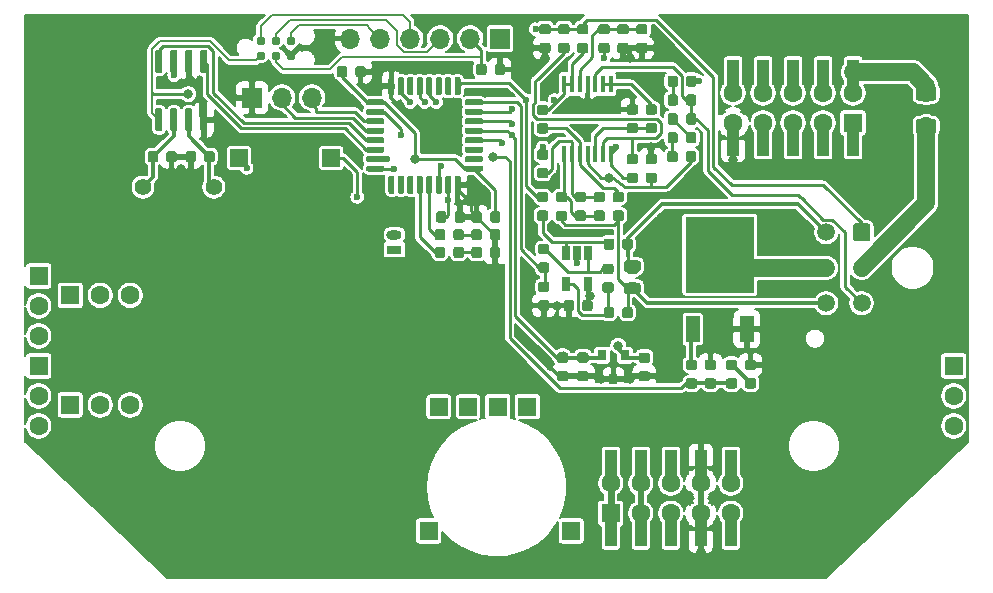
<source format=gbr>
G04 #@! TF.GenerationSoftware,KiCad,Pcbnew,5.1.5+dfsg1-2build2*
G04 #@! TF.CreationDate,2021-11-18T20:41:00+01:00*
G04 #@! TF.ProjectId,wideband_controller_mre,77696465-6261-46e6-945f-636f6e74726f,V1.0*
G04 #@! TF.SameCoordinates,Original*
G04 #@! TF.FileFunction,Copper,L1,Top*
G04 #@! TF.FilePolarity,Positive*
%FSLAX46Y46*%
G04 Gerber Fmt 4.6, Leading zero omitted, Abs format (unit mm)*
G04 Created by KiCad (PCBNEW 5.1.5+dfsg1-2build2) date 2021-11-18 20:41:00*
%MOMM*%
%LPD*%
G04 APERTURE LIST*
%ADD10R,1.600000X1.600000*%
%ADD11C,1.600000*%
%ADD12R,1.300000X0.800000*%
%ADD13O,1.300000X0.800000*%
%ADD14R,1.524000X1.524000*%
%ADD15C,1.400000*%
%ADD16O,1.700000X1.700000*%
%ADD17R,1.700000X1.700000*%
%ADD18C,0.100000*%
%ADD19C,1.500000*%
%ADD20R,1.000000X3.150000*%
%ADD21R,0.800000X0.900000*%
%ADD22R,0.650000X1.220000*%
%ADD23R,0.450000X1.450000*%
%ADD24R,1.500000X1.500000*%
%ADD25R,5.800000X6.400000*%
%ADD26R,1.200000X2.200000*%
%ADD27C,0.787400*%
%ADD28C,0.800000*%
%ADD29C,0.600000*%
%ADD30C,0.500000*%
%ADD31C,0.300000*%
%ADD32C,0.250000*%
%ADD33C,0.200000*%
%ADD34C,0.600000*%
%ADD35C,1.500000*%
G04 APERTURE END LIST*
D10*
X117900600Y-159360800D03*
X115400600Y-159360800D03*
D11*
X127513080Y-165839060D03*
X130053080Y-165839060D03*
X135133080Y-165839060D03*
X135133080Y-168379060D03*
X130053080Y-168379060D03*
X132593080Y-168379060D03*
X127513080Y-168379060D03*
X132593080Y-165839060D03*
X124973080Y-165839060D03*
D10*
X124973080Y-168379060D03*
X154000200Y-155910200D03*
D11*
X154000200Y-158450200D03*
X154000200Y-160990200D03*
D10*
X121615200Y-169880200D03*
X109550200Y-169880200D03*
X76530200Y-155910200D03*
D11*
X76530200Y-158450200D03*
X76530200Y-160990200D03*
D10*
X76530200Y-148290200D03*
D11*
X76530200Y-150830200D03*
X76530200Y-153370200D03*
D10*
X79197200Y-159212200D03*
D11*
X81737200Y-159212200D03*
X84277200Y-159212200D03*
D10*
X79197200Y-149941200D03*
D11*
X81737200Y-149941200D03*
X84277200Y-149941200D03*
D10*
X145478500Y-135336200D03*
D11*
X142938500Y-135336200D03*
X140398500Y-135336200D03*
X137858500Y-135336200D03*
X135318500Y-135336200D03*
X145478500Y-132796200D03*
X142938500Y-132796200D03*
X140398500Y-132796200D03*
X137858500Y-132796200D03*
X135318500Y-132796200D03*
D12*
X106654600Y-146055000D03*
D13*
X106654600Y-144810400D03*
D14*
X112900600Y-159360800D03*
X110400600Y-159360800D03*
D15*
X91360600Y-140771800D03*
X85360600Y-140771800D03*
D16*
X99680000Y-133200000D03*
X97140000Y-133200000D03*
D17*
X94600000Y-133200000D03*
G04 #@! TA.AperFunction,SMDPad,CuDef*
D18*
G36*
X119477691Y-139151053D02*
G01*
X119498926Y-139154203D01*
X119519750Y-139159419D01*
X119539962Y-139166651D01*
X119559368Y-139175830D01*
X119577781Y-139186866D01*
X119595024Y-139199654D01*
X119610930Y-139214070D01*
X119625346Y-139229976D01*
X119638134Y-139247219D01*
X119649170Y-139265632D01*
X119658349Y-139285038D01*
X119665581Y-139305250D01*
X119670797Y-139326074D01*
X119673947Y-139347309D01*
X119675000Y-139368750D01*
X119675000Y-139806250D01*
X119673947Y-139827691D01*
X119670797Y-139848926D01*
X119665581Y-139869750D01*
X119658349Y-139889962D01*
X119649170Y-139909368D01*
X119638134Y-139927781D01*
X119625346Y-139945024D01*
X119610930Y-139960930D01*
X119595024Y-139975346D01*
X119577781Y-139988134D01*
X119559368Y-139999170D01*
X119539962Y-140008349D01*
X119519750Y-140015581D01*
X119498926Y-140020797D01*
X119477691Y-140023947D01*
X119456250Y-140025000D01*
X118943750Y-140025000D01*
X118922309Y-140023947D01*
X118901074Y-140020797D01*
X118880250Y-140015581D01*
X118860038Y-140008349D01*
X118840632Y-139999170D01*
X118822219Y-139988134D01*
X118804976Y-139975346D01*
X118789070Y-139960930D01*
X118774654Y-139945024D01*
X118761866Y-139927781D01*
X118750830Y-139909368D01*
X118741651Y-139889962D01*
X118734419Y-139869750D01*
X118729203Y-139848926D01*
X118726053Y-139827691D01*
X118725000Y-139806250D01*
X118725000Y-139368750D01*
X118726053Y-139347309D01*
X118729203Y-139326074D01*
X118734419Y-139305250D01*
X118741651Y-139285038D01*
X118750830Y-139265632D01*
X118761866Y-139247219D01*
X118774654Y-139229976D01*
X118789070Y-139214070D01*
X118804976Y-139199654D01*
X118822219Y-139186866D01*
X118840632Y-139175830D01*
X118860038Y-139166651D01*
X118880250Y-139159419D01*
X118901074Y-139154203D01*
X118922309Y-139151053D01*
X118943750Y-139150000D01*
X119456250Y-139150000D01*
X119477691Y-139151053D01*
G37*
G04 #@! TD.AperFunction*
G04 #@! TA.AperFunction,SMDPad,CuDef*
G36*
X119477691Y-137576053D02*
G01*
X119498926Y-137579203D01*
X119519750Y-137584419D01*
X119539962Y-137591651D01*
X119559368Y-137600830D01*
X119577781Y-137611866D01*
X119595024Y-137624654D01*
X119610930Y-137639070D01*
X119625346Y-137654976D01*
X119638134Y-137672219D01*
X119649170Y-137690632D01*
X119658349Y-137710038D01*
X119665581Y-137730250D01*
X119670797Y-137751074D01*
X119673947Y-137772309D01*
X119675000Y-137793750D01*
X119675000Y-138231250D01*
X119673947Y-138252691D01*
X119670797Y-138273926D01*
X119665581Y-138294750D01*
X119658349Y-138314962D01*
X119649170Y-138334368D01*
X119638134Y-138352781D01*
X119625346Y-138370024D01*
X119610930Y-138385930D01*
X119595024Y-138400346D01*
X119577781Y-138413134D01*
X119559368Y-138424170D01*
X119539962Y-138433349D01*
X119519750Y-138440581D01*
X119498926Y-138445797D01*
X119477691Y-138448947D01*
X119456250Y-138450000D01*
X118943750Y-138450000D01*
X118922309Y-138448947D01*
X118901074Y-138445797D01*
X118880250Y-138440581D01*
X118860038Y-138433349D01*
X118840632Y-138424170D01*
X118822219Y-138413134D01*
X118804976Y-138400346D01*
X118789070Y-138385930D01*
X118774654Y-138370024D01*
X118761866Y-138352781D01*
X118750830Y-138334368D01*
X118741651Y-138314962D01*
X118734419Y-138294750D01*
X118729203Y-138273926D01*
X118726053Y-138252691D01*
X118725000Y-138231250D01*
X118725000Y-137793750D01*
X118726053Y-137772309D01*
X118729203Y-137751074D01*
X118734419Y-137730250D01*
X118741651Y-137710038D01*
X118750830Y-137690632D01*
X118761866Y-137672219D01*
X118774654Y-137654976D01*
X118789070Y-137639070D01*
X118804976Y-137624654D01*
X118822219Y-137611866D01*
X118840632Y-137600830D01*
X118860038Y-137591651D01*
X118880250Y-137584419D01*
X118901074Y-137579203D01*
X118922309Y-137576053D01*
X118943750Y-137575000D01*
X119456250Y-137575000D01*
X119477691Y-137576053D01*
G37*
G04 #@! TD.AperFunction*
G04 #@! TA.AperFunction,SMDPad,CuDef*
G36*
X127280142Y-146976174D02*
G01*
X127303803Y-146979684D01*
X127327007Y-146985496D01*
X127349529Y-146993554D01*
X127371153Y-147003782D01*
X127391670Y-147016079D01*
X127410883Y-147030329D01*
X127428607Y-147046393D01*
X127444671Y-147064117D01*
X127458921Y-147083330D01*
X127471218Y-147103847D01*
X127481446Y-147125471D01*
X127489504Y-147147993D01*
X127495316Y-147171197D01*
X127498826Y-147194858D01*
X127500000Y-147218750D01*
X127500000Y-147706250D01*
X127498826Y-147730142D01*
X127495316Y-147753803D01*
X127489504Y-147777007D01*
X127481446Y-147799529D01*
X127471218Y-147821153D01*
X127458921Y-147841670D01*
X127444671Y-147860883D01*
X127428607Y-147878607D01*
X127410883Y-147894671D01*
X127391670Y-147908921D01*
X127371153Y-147921218D01*
X127349529Y-147931446D01*
X127327007Y-147939504D01*
X127303803Y-147945316D01*
X127280142Y-147948826D01*
X127256250Y-147950000D01*
X126343750Y-147950000D01*
X126319858Y-147948826D01*
X126296197Y-147945316D01*
X126272993Y-147939504D01*
X126250471Y-147931446D01*
X126228847Y-147921218D01*
X126208330Y-147908921D01*
X126189117Y-147894671D01*
X126171393Y-147878607D01*
X126155329Y-147860883D01*
X126141079Y-147841670D01*
X126128782Y-147821153D01*
X126118554Y-147799529D01*
X126110496Y-147777007D01*
X126104684Y-147753803D01*
X126101174Y-147730142D01*
X126100000Y-147706250D01*
X126100000Y-147218750D01*
X126101174Y-147194858D01*
X126104684Y-147171197D01*
X126110496Y-147147993D01*
X126118554Y-147125471D01*
X126128782Y-147103847D01*
X126141079Y-147083330D01*
X126155329Y-147064117D01*
X126171393Y-147046393D01*
X126189117Y-147030329D01*
X126208330Y-147016079D01*
X126228847Y-147003782D01*
X126250471Y-146993554D01*
X126272993Y-146985496D01*
X126296197Y-146979684D01*
X126319858Y-146976174D01*
X126343750Y-146975000D01*
X127256250Y-146975000D01*
X127280142Y-146976174D01*
G37*
G04 #@! TD.AperFunction*
G04 #@! TA.AperFunction,SMDPad,CuDef*
G36*
X127280142Y-148851174D02*
G01*
X127303803Y-148854684D01*
X127327007Y-148860496D01*
X127349529Y-148868554D01*
X127371153Y-148878782D01*
X127391670Y-148891079D01*
X127410883Y-148905329D01*
X127428607Y-148921393D01*
X127444671Y-148939117D01*
X127458921Y-148958330D01*
X127471218Y-148978847D01*
X127481446Y-149000471D01*
X127489504Y-149022993D01*
X127495316Y-149046197D01*
X127498826Y-149069858D01*
X127500000Y-149093750D01*
X127500000Y-149581250D01*
X127498826Y-149605142D01*
X127495316Y-149628803D01*
X127489504Y-149652007D01*
X127481446Y-149674529D01*
X127471218Y-149696153D01*
X127458921Y-149716670D01*
X127444671Y-149735883D01*
X127428607Y-149753607D01*
X127410883Y-149769671D01*
X127391670Y-149783921D01*
X127371153Y-149796218D01*
X127349529Y-149806446D01*
X127327007Y-149814504D01*
X127303803Y-149820316D01*
X127280142Y-149823826D01*
X127256250Y-149825000D01*
X126343750Y-149825000D01*
X126319858Y-149823826D01*
X126296197Y-149820316D01*
X126272993Y-149814504D01*
X126250471Y-149806446D01*
X126228847Y-149796218D01*
X126208330Y-149783921D01*
X126189117Y-149769671D01*
X126171393Y-149753607D01*
X126155329Y-149735883D01*
X126141079Y-149716670D01*
X126128782Y-149696153D01*
X126118554Y-149674529D01*
X126110496Y-149652007D01*
X126104684Y-149628803D01*
X126101174Y-149605142D01*
X126100000Y-149581250D01*
X126100000Y-149093750D01*
X126101174Y-149069858D01*
X126104684Y-149046197D01*
X126110496Y-149022993D01*
X126118554Y-149000471D01*
X126128782Y-148978847D01*
X126141079Y-148958330D01*
X126155329Y-148939117D01*
X126171393Y-148921393D01*
X126189117Y-148905329D01*
X126208330Y-148891079D01*
X126228847Y-148878782D01*
X126250471Y-148868554D01*
X126272993Y-148860496D01*
X126296197Y-148854684D01*
X126319858Y-148851174D01*
X126343750Y-148850000D01*
X127256250Y-148850000D01*
X127280142Y-148851174D01*
G37*
G04 #@! TD.AperFunction*
D19*
X143200000Y-150600000D03*
X143200000Y-147600000D03*
X143200000Y-144600000D03*
X146200000Y-150600000D03*
X146200000Y-147600000D03*
G04 #@! TA.AperFunction,ComponentPad*
D18*
G36*
X146724053Y-143851206D02*
G01*
X146748370Y-143854813D01*
X146772216Y-143860786D01*
X146795362Y-143869068D01*
X146817585Y-143879579D01*
X146838670Y-143892217D01*
X146858416Y-143906861D01*
X146876630Y-143923370D01*
X146893139Y-143941584D01*
X146907783Y-143961330D01*
X146920421Y-143982415D01*
X146930932Y-144004638D01*
X146939214Y-144027784D01*
X146945187Y-144051630D01*
X146948794Y-144075947D01*
X146950000Y-144100500D01*
X146950000Y-145099500D01*
X146948794Y-145124053D01*
X146945187Y-145148370D01*
X146939214Y-145172216D01*
X146930932Y-145195362D01*
X146920421Y-145217585D01*
X146907783Y-145238670D01*
X146893139Y-145258416D01*
X146876630Y-145276630D01*
X146858416Y-145293139D01*
X146838670Y-145307783D01*
X146817585Y-145320421D01*
X146795362Y-145330932D01*
X146772216Y-145339214D01*
X146748370Y-145345187D01*
X146724053Y-145348794D01*
X146699500Y-145350000D01*
X145700500Y-145350000D01*
X145675947Y-145348794D01*
X145651630Y-145345187D01*
X145627784Y-145339214D01*
X145604638Y-145330932D01*
X145582415Y-145320421D01*
X145561330Y-145307783D01*
X145541584Y-145293139D01*
X145523370Y-145276630D01*
X145506861Y-145258416D01*
X145492217Y-145238670D01*
X145479579Y-145217585D01*
X145469068Y-145195362D01*
X145460786Y-145172216D01*
X145454813Y-145148370D01*
X145451206Y-145124053D01*
X145450000Y-145099500D01*
X145450000Y-144100500D01*
X145451206Y-144075947D01*
X145454813Y-144051630D01*
X145460786Y-144027784D01*
X145469068Y-144004638D01*
X145479579Y-143982415D01*
X145492217Y-143961330D01*
X145506861Y-143941584D01*
X145523370Y-143923370D01*
X145541584Y-143906861D01*
X145561330Y-143892217D01*
X145582415Y-143879579D01*
X145604638Y-143869068D01*
X145627784Y-143860786D01*
X145651630Y-143854813D01*
X145675947Y-143851206D01*
X145700500Y-143850000D01*
X146699500Y-143850000D01*
X146724053Y-143851206D01*
G37*
G04 #@! TD.AperFunction*
D19*
X143200000Y-150600000D03*
X143200000Y-147600000D03*
X143200000Y-144600000D03*
X146200000Y-150600000D03*
X146200000Y-147600000D03*
G04 #@! TA.AperFunction,ComponentPad*
D18*
G36*
X146724504Y-143851204D02*
G01*
X146748773Y-143854804D01*
X146772571Y-143860765D01*
X146795671Y-143869030D01*
X146817849Y-143879520D01*
X146838893Y-143892133D01*
X146858598Y-143906747D01*
X146876777Y-143923223D01*
X146893253Y-143941402D01*
X146907867Y-143961107D01*
X146920480Y-143982151D01*
X146930970Y-144004329D01*
X146939235Y-144027429D01*
X146945196Y-144051227D01*
X146948796Y-144075496D01*
X146950000Y-144100000D01*
X146950000Y-145100000D01*
X146948796Y-145124504D01*
X146945196Y-145148773D01*
X146939235Y-145172571D01*
X146930970Y-145195671D01*
X146920480Y-145217849D01*
X146907867Y-145238893D01*
X146893253Y-145258598D01*
X146876777Y-145276777D01*
X146858598Y-145293253D01*
X146838893Y-145307867D01*
X146817849Y-145320480D01*
X146795671Y-145330970D01*
X146772571Y-145339235D01*
X146748773Y-145345196D01*
X146724504Y-145348796D01*
X146700000Y-145350000D01*
X145700000Y-145350000D01*
X145675496Y-145348796D01*
X145651227Y-145345196D01*
X145627429Y-145339235D01*
X145604329Y-145330970D01*
X145582151Y-145320480D01*
X145561107Y-145307867D01*
X145541402Y-145293253D01*
X145523223Y-145276777D01*
X145506747Y-145258598D01*
X145492133Y-145238893D01*
X145479520Y-145217849D01*
X145469030Y-145195671D01*
X145460765Y-145172571D01*
X145454804Y-145148773D01*
X145451204Y-145124504D01*
X145450000Y-145100000D01*
X145450000Y-144100000D01*
X145451204Y-144075496D01*
X145454804Y-144051227D01*
X145460765Y-144027429D01*
X145469030Y-144004329D01*
X145479520Y-143982151D01*
X145492133Y-143961107D01*
X145506747Y-143941402D01*
X145523223Y-143923223D01*
X145541402Y-143906747D01*
X145561107Y-143892133D01*
X145582151Y-143879520D01*
X145604329Y-143869030D01*
X145627429Y-143860765D01*
X145651227Y-143854804D01*
X145675496Y-143851204D01*
X145700000Y-143850000D01*
X146700000Y-143850000D01*
X146724504Y-143851204D01*
G37*
G04 #@! TD.AperFunction*
D20*
X135128000Y-164581600D03*
X135128000Y-169631600D03*
X132588000Y-164581600D03*
X132588000Y-169631600D03*
X130048000Y-164581600D03*
X130048000Y-169631600D03*
X127508000Y-164581600D03*
X127508000Y-169631600D03*
X124968000Y-164581600D03*
X124968000Y-169631600D03*
X135331200Y-136586200D03*
X135331200Y-131536200D03*
X137871200Y-136586200D03*
X137871200Y-131536200D03*
X140411200Y-136586200D03*
X140411200Y-131536200D03*
X142951200Y-136586200D03*
X142951200Y-131536200D03*
X145491200Y-136586200D03*
X145491200Y-131536200D03*
G04 #@! TA.AperFunction,SMDPad,CuDef*
D18*
G36*
X90681703Y-134100722D02*
G01*
X90696264Y-134102882D01*
X90710543Y-134106459D01*
X90724403Y-134111418D01*
X90737710Y-134117712D01*
X90750336Y-134125280D01*
X90762159Y-134134048D01*
X90773066Y-134143934D01*
X90782952Y-134154841D01*
X90791720Y-134166664D01*
X90799288Y-134179290D01*
X90805582Y-134192597D01*
X90810541Y-134206457D01*
X90814118Y-134220736D01*
X90816278Y-134235297D01*
X90817000Y-134250000D01*
X90817000Y-135900000D01*
X90816278Y-135914703D01*
X90814118Y-135929264D01*
X90810541Y-135943543D01*
X90805582Y-135957403D01*
X90799288Y-135970710D01*
X90791720Y-135983336D01*
X90782952Y-135995159D01*
X90773066Y-136006066D01*
X90762159Y-136015952D01*
X90750336Y-136024720D01*
X90737710Y-136032288D01*
X90724403Y-136038582D01*
X90710543Y-136043541D01*
X90696264Y-136047118D01*
X90681703Y-136049278D01*
X90667000Y-136050000D01*
X90367000Y-136050000D01*
X90352297Y-136049278D01*
X90337736Y-136047118D01*
X90323457Y-136043541D01*
X90309597Y-136038582D01*
X90296290Y-136032288D01*
X90283664Y-136024720D01*
X90271841Y-136015952D01*
X90260934Y-136006066D01*
X90251048Y-135995159D01*
X90242280Y-135983336D01*
X90234712Y-135970710D01*
X90228418Y-135957403D01*
X90223459Y-135943543D01*
X90219882Y-135929264D01*
X90217722Y-135914703D01*
X90217000Y-135900000D01*
X90217000Y-134250000D01*
X90217722Y-134235297D01*
X90219882Y-134220736D01*
X90223459Y-134206457D01*
X90228418Y-134192597D01*
X90234712Y-134179290D01*
X90242280Y-134166664D01*
X90251048Y-134154841D01*
X90260934Y-134143934D01*
X90271841Y-134134048D01*
X90283664Y-134125280D01*
X90296290Y-134117712D01*
X90309597Y-134111418D01*
X90323457Y-134106459D01*
X90337736Y-134102882D01*
X90352297Y-134100722D01*
X90367000Y-134100000D01*
X90667000Y-134100000D01*
X90681703Y-134100722D01*
G37*
G04 #@! TD.AperFunction*
G04 #@! TA.AperFunction,SMDPad,CuDef*
G36*
X89411703Y-134100722D02*
G01*
X89426264Y-134102882D01*
X89440543Y-134106459D01*
X89454403Y-134111418D01*
X89467710Y-134117712D01*
X89480336Y-134125280D01*
X89492159Y-134134048D01*
X89503066Y-134143934D01*
X89512952Y-134154841D01*
X89521720Y-134166664D01*
X89529288Y-134179290D01*
X89535582Y-134192597D01*
X89540541Y-134206457D01*
X89544118Y-134220736D01*
X89546278Y-134235297D01*
X89547000Y-134250000D01*
X89547000Y-135900000D01*
X89546278Y-135914703D01*
X89544118Y-135929264D01*
X89540541Y-135943543D01*
X89535582Y-135957403D01*
X89529288Y-135970710D01*
X89521720Y-135983336D01*
X89512952Y-135995159D01*
X89503066Y-136006066D01*
X89492159Y-136015952D01*
X89480336Y-136024720D01*
X89467710Y-136032288D01*
X89454403Y-136038582D01*
X89440543Y-136043541D01*
X89426264Y-136047118D01*
X89411703Y-136049278D01*
X89397000Y-136050000D01*
X89097000Y-136050000D01*
X89082297Y-136049278D01*
X89067736Y-136047118D01*
X89053457Y-136043541D01*
X89039597Y-136038582D01*
X89026290Y-136032288D01*
X89013664Y-136024720D01*
X89001841Y-136015952D01*
X88990934Y-136006066D01*
X88981048Y-135995159D01*
X88972280Y-135983336D01*
X88964712Y-135970710D01*
X88958418Y-135957403D01*
X88953459Y-135943543D01*
X88949882Y-135929264D01*
X88947722Y-135914703D01*
X88947000Y-135900000D01*
X88947000Y-134250000D01*
X88947722Y-134235297D01*
X88949882Y-134220736D01*
X88953459Y-134206457D01*
X88958418Y-134192597D01*
X88964712Y-134179290D01*
X88972280Y-134166664D01*
X88981048Y-134154841D01*
X88990934Y-134143934D01*
X89001841Y-134134048D01*
X89013664Y-134125280D01*
X89026290Y-134117712D01*
X89039597Y-134111418D01*
X89053457Y-134106459D01*
X89067736Y-134102882D01*
X89082297Y-134100722D01*
X89097000Y-134100000D01*
X89397000Y-134100000D01*
X89411703Y-134100722D01*
G37*
G04 #@! TD.AperFunction*
G04 #@! TA.AperFunction,SMDPad,CuDef*
G36*
X88141703Y-134100722D02*
G01*
X88156264Y-134102882D01*
X88170543Y-134106459D01*
X88184403Y-134111418D01*
X88197710Y-134117712D01*
X88210336Y-134125280D01*
X88222159Y-134134048D01*
X88233066Y-134143934D01*
X88242952Y-134154841D01*
X88251720Y-134166664D01*
X88259288Y-134179290D01*
X88265582Y-134192597D01*
X88270541Y-134206457D01*
X88274118Y-134220736D01*
X88276278Y-134235297D01*
X88277000Y-134250000D01*
X88277000Y-135900000D01*
X88276278Y-135914703D01*
X88274118Y-135929264D01*
X88270541Y-135943543D01*
X88265582Y-135957403D01*
X88259288Y-135970710D01*
X88251720Y-135983336D01*
X88242952Y-135995159D01*
X88233066Y-136006066D01*
X88222159Y-136015952D01*
X88210336Y-136024720D01*
X88197710Y-136032288D01*
X88184403Y-136038582D01*
X88170543Y-136043541D01*
X88156264Y-136047118D01*
X88141703Y-136049278D01*
X88127000Y-136050000D01*
X87827000Y-136050000D01*
X87812297Y-136049278D01*
X87797736Y-136047118D01*
X87783457Y-136043541D01*
X87769597Y-136038582D01*
X87756290Y-136032288D01*
X87743664Y-136024720D01*
X87731841Y-136015952D01*
X87720934Y-136006066D01*
X87711048Y-135995159D01*
X87702280Y-135983336D01*
X87694712Y-135970710D01*
X87688418Y-135957403D01*
X87683459Y-135943543D01*
X87679882Y-135929264D01*
X87677722Y-135914703D01*
X87677000Y-135900000D01*
X87677000Y-134250000D01*
X87677722Y-134235297D01*
X87679882Y-134220736D01*
X87683459Y-134206457D01*
X87688418Y-134192597D01*
X87694712Y-134179290D01*
X87702280Y-134166664D01*
X87711048Y-134154841D01*
X87720934Y-134143934D01*
X87731841Y-134134048D01*
X87743664Y-134125280D01*
X87756290Y-134117712D01*
X87769597Y-134111418D01*
X87783457Y-134106459D01*
X87797736Y-134102882D01*
X87812297Y-134100722D01*
X87827000Y-134100000D01*
X88127000Y-134100000D01*
X88141703Y-134100722D01*
G37*
G04 #@! TD.AperFunction*
G04 #@! TA.AperFunction,SMDPad,CuDef*
G36*
X86871703Y-134100722D02*
G01*
X86886264Y-134102882D01*
X86900543Y-134106459D01*
X86914403Y-134111418D01*
X86927710Y-134117712D01*
X86940336Y-134125280D01*
X86952159Y-134134048D01*
X86963066Y-134143934D01*
X86972952Y-134154841D01*
X86981720Y-134166664D01*
X86989288Y-134179290D01*
X86995582Y-134192597D01*
X87000541Y-134206457D01*
X87004118Y-134220736D01*
X87006278Y-134235297D01*
X87007000Y-134250000D01*
X87007000Y-135900000D01*
X87006278Y-135914703D01*
X87004118Y-135929264D01*
X87000541Y-135943543D01*
X86995582Y-135957403D01*
X86989288Y-135970710D01*
X86981720Y-135983336D01*
X86972952Y-135995159D01*
X86963066Y-136006066D01*
X86952159Y-136015952D01*
X86940336Y-136024720D01*
X86927710Y-136032288D01*
X86914403Y-136038582D01*
X86900543Y-136043541D01*
X86886264Y-136047118D01*
X86871703Y-136049278D01*
X86857000Y-136050000D01*
X86557000Y-136050000D01*
X86542297Y-136049278D01*
X86527736Y-136047118D01*
X86513457Y-136043541D01*
X86499597Y-136038582D01*
X86486290Y-136032288D01*
X86473664Y-136024720D01*
X86461841Y-136015952D01*
X86450934Y-136006066D01*
X86441048Y-135995159D01*
X86432280Y-135983336D01*
X86424712Y-135970710D01*
X86418418Y-135957403D01*
X86413459Y-135943543D01*
X86409882Y-135929264D01*
X86407722Y-135914703D01*
X86407000Y-135900000D01*
X86407000Y-134250000D01*
X86407722Y-134235297D01*
X86409882Y-134220736D01*
X86413459Y-134206457D01*
X86418418Y-134192597D01*
X86424712Y-134179290D01*
X86432280Y-134166664D01*
X86441048Y-134154841D01*
X86450934Y-134143934D01*
X86461841Y-134134048D01*
X86473664Y-134125280D01*
X86486290Y-134117712D01*
X86499597Y-134111418D01*
X86513457Y-134106459D01*
X86527736Y-134102882D01*
X86542297Y-134100722D01*
X86557000Y-134100000D01*
X86857000Y-134100000D01*
X86871703Y-134100722D01*
G37*
G04 #@! TD.AperFunction*
G04 #@! TA.AperFunction,SMDPad,CuDef*
G36*
X86871703Y-129150722D02*
G01*
X86886264Y-129152882D01*
X86900543Y-129156459D01*
X86914403Y-129161418D01*
X86927710Y-129167712D01*
X86940336Y-129175280D01*
X86952159Y-129184048D01*
X86963066Y-129193934D01*
X86972952Y-129204841D01*
X86981720Y-129216664D01*
X86989288Y-129229290D01*
X86995582Y-129242597D01*
X87000541Y-129256457D01*
X87004118Y-129270736D01*
X87006278Y-129285297D01*
X87007000Y-129300000D01*
X87007000Y-130950000D01*
X87006278Y-130964703D01*
X87004118Y-130979264D01*
X87000541Y-130993543D01*
X86995582Y-131007403D01*
X86989288Y-131020710D01*
X86981720Y-131033336D01*
X86972952Y-131045159D01*
X86963066Y-131056066D01*
X86952159Y-131065952D01*
X86940336Y-131074720D01*
X86927710Y-131082288D01*
X86914403Y-131088582D01*
X86900543Y-131093541D01*
X86886264Y-131097118D01*
X86871703Y-131099278D01*
X86857000Y-131100000D01*
X86557000Y-131100000D01*
X86542297Y-131099278D01*
X86527736Y-131097118D01*
X86513457Y-131093541D01*
X86499597Y-131088582D01*
X86486290Y-131082288D01*
X86473664Y-131074720D01*
X86461841Y-131065952D01*
X86450934Y-131056066D01*
X86441048Y-131045159D01*
X86432280Y-131033336D01*
X86424712Y-131020710D01*
X86418418Y-131007403D01*
X86413459Y-130993543D01*
X86409882Y-130979264D01*
X86407722Y-130964703D01*
X86407000Y-130950000D01*
X86407000Y-129300000D01*
X86407722Y-129285297D01*
X86409882Y-129270736D01*
X86413459Y-129256457D01*
X86418418Y-129242597D01*
X86424712Y-129229290D01*
X86432280Y-129216664D01*
X86441048Y-129204841D01*
X86450934Y-129193934D01*
X86461841Y-129184048D01*
X86473664Y-129175280D01*
X86486290Y-129167712D01*
X86499597Y-129161418D01*
X86513457Y-129156459D01*
X86527736Y-129152882D01*
X86542297Y-129150722D01*
X86557000Y-129150000D01*
X86857000Y-129150000D01*
X86871703Y-129150722D01*
G37*
G04 #@! TD.AperFunction*
G04 #@! TA.AperFunction,SMDPad,CuDef*
G36*
X88141703Y-129150722D02*
G01*
X88156264Y-129152882D01*
X88170543Y-129156459D01*
X88184403Y-129161418D01*
X88197710Y-129167712D01*
X88210336Y-129175280D01*
X88222159Y-129184048D01*
X88233066Y-129193934D01*
X88242952Y-129204841D01*
X88251720Y-129216664D01*
X88259288Y-129229290D01*
X88265582Y-129242597D01*
X88270541Y-129256457D01*
X88274118Y-129270736D01*
X88276278Y-129285297D01*
X88277000Y-129300000D01*
X88277000Y-130950000D01*
X88276278Y-130964703D01*
X88274118Y-130979264D01*
X88270541Y-130993543D01*
X88265582Y-131007403D01*
X88259288Y-131020710D01*
X88251720Y-131033336D01*
X88242952Y-131045159D01*
X88233066Y-131056066D01*
X88222159Y-131065952D01*
X88210336Y-131074720D01*
X88197710Y-131082288D01*
X88184403Y-131088582D01*
X88170543Y-131093541D01*
X88156264Y-131097118D01*
X88141703Y-131099278D01*
X88127000Y-131100000D01*
X87827000Y-131100000D01*
X87812297Y-131099278D01*
X87797736Y-131097118D01*
X87783457Y-131093541D01*
X87769597Y-131088582D01*
X87756290Y-131082288D01*
X87743664Y-131074720D01*
X87731841Y-131065952D01*
X87720934Y-131056066D01*
X87711048Y-131045159D01*
X87702280Y-131033336D01*
X87694712Y-131020710D01*
X87688418Y-131007403D01*
X87683459Y-130993543D01*
X87679882Y-130979264D01*
X87677722Y-130964703D01*
X87677000Y-130950000D01*
X87677000Y-129300000D01*
X87677722Y-129285297D01*
X87679882Y-129270736D01*
X87683459Y-129256457D01*
X87688418Y-129242597D01*
X87694712Y-129229290D01*
X87702280Y-129216664D01*
X87711048Y-129204841D01*
X87720934Y-129193934D01*
X87731841Y-129184048D01*
X87743664Y-129175280D01*
X87756290Y-129167712D01*
X87769597Y-129161418D01*
X87783457Y-129156459D01*
X87797736Y-129152882D01*
X87812297Y-129150722D01*
X87827000Y-129150000D01*
X88127000Y-129150000D01*
X88141703Y-129150722D01*
G37*
G04 #@! TD.AperFunction*
G04 #@! TA.AperFunction,SMDPad,CuDef*
G36*
X89411703Y-129150722D02*
G01*
X89426264Y-129152882D01*
X89440543Y-129156459D01*
X89454403Y-129161418D01*
X89467710Y-129167712D01*
X89480336Y-129175280D01*
X89492159Y-129184048D01*
X89503066Y-129193934D01*
X89512952Y-129204841D01*
X89521720Y-129216664D01*
X89529288Y-129229290D01*
X89535582Y-129242597D01*
X89540541Y-129256457D01*
X89544118Y-129270736D01*
X89546278Y-129285297D01*
X89547000Y-129300000D01*
X89547000Y-130950000D01*
X89546278Y-130964703D01*
X89544118Y-130979264D01*
X89540541Y-130993543D01*
X89535582Y-131007403D01*
X89529288Y-131020710D01*
X89521720Y-131033336D01*
X89512952Y-131045159D01*
X89503066Y-131056066D01*
X89492159Y-131065952D01*
X89480336Y-131074720D01*
X89467710Y-131082288D01*
X89454403Y-131088582D01*
X89440543Y-131093541D01*
X89426264Y-131097118D01*
X89411703Y-131099278D01*
X89397000Y-131100000D01*
X89097000Y-131100000D01*
X89082297Y-131099278D01*
X89067736Y-131097118D01*
X89053457Y-131093541D01*
X89039597Y-131088582D01*
X89026290Y-131082288D01*
X89013664Y-131074720D01*
X89001841Y-131065952D01*
X88990934Y-131056066D01*
X88981048Y-131045159D01*
X88972280Y-131033336D01*
X88964712Y-131020710D01*
X88958418Y-131007403D01*
X88953459Y-130993543D01*
X88949882Y-130979264D01*
X88947722Y-130964703D01*
X88947000Y-130950000D01*
X88947000Y-129300000D01*
X88947722Y-129285297D01*
X88949882Y-129270736D01*
X88953459Y-129256457D01*
X88958418Y-129242597D01*
X88964712Y-129229290D01*
X88972280Y-129216664D01*
X88981048Y-129204841D01*
X88990934Y-129193934D01*
X89001841Y-129184048D01*
X89013664Y-129175280D01*
X89026290Y-129167712D01*
X89039597Y-129161418D01*
X89053457Y-129156459D01*
X89067736Y-129152882D01*
X89082297Y-129150722D01*
X89097000Y-129150000D01*
X89397000Y-129150000D01*
X89411703Y-129150722D01*
G37*
G04 #@! TD.AperFunction*
G04 #@! TA.AperFunction,SMDPad,CuDef*
G36*
X90681703Y-129150722D02*
G01*
X90696264Y-129152882D01*
X90710543Y-129156459D01*
X90724403Y-129161418D01*
X90737710Y-129167712D01*
X90750336Y-129175280D01*
X90762159Y-129184048D01*
X90773066Y-129193934D01*
X90782952Y-129204841D01*
X90791720Y-129216664D01*
X90799288Y-129229290D01*
X90805582Y-129242597D01*
X90810541Y-129256457D01*
X90814118Y-129270736D01*
X90816278Y-129285297D01*
X90817000Y-129300000D01*
X90817000Y-130950000D01*
X90816278Y-130964703D01*
X90814118Y-130979264D01*
X90810541Y-130993543D01*
X90805582Y-131007403D01*
X90799288Y-131020710D01*
X90791720Y-131033336D01*
X90782952Y-131045159D01*
X90773066Y-131056066D01*
X90762159Y-131065952D01*
X90750336Y-131074720D01*
X90737710Y-131082288D01*
X90724403Y-131088582D01*
X90710543Y-131093541D01*
X90696264Y-131097118D01*
X90681703Y-131099278D01*
X90667000Y-131100000D01*
X90367000Y-131100000D01*
X90352297Y-131099278D01*
X90337736Y-131097118D01*
X90323457Y-131093541D01*
X90309597Y-131088582D01*
X90296290Y-131082288D01*
X90283664Y-131074720D01*
X90271841Y-131065952D01*
X90260934Y-131056066D01*
X90251048Y-131045159D01*
X90242280Y-131033336D01*
X90234712Y-131020710D01*
X90228418Y-131007403D01*
X90223459Y-130993543D01*
X90219882Y-130979264D01*
X90217722Y-130964703D01*
X90217000Y-130950000D01*
X90217000Y-129300000D01*
X90217722Y-129285297D01*
X90219882Y-129270736D01*
X90223459Y-129256457D01*
X90228418Y-129242597D01*
X90234712Y-129229290D01*
X90242280Y-129216664D01*
X90251048Y-129204841D01*
X90260934Y-129193934D01*
X90271841Y-129184048D01*
X90283664Y-129175280D01*
X90296290Y-129167712D01*
X90309597Y-129161418D01*
X90323457Y-129156459D01*
X90337736Y-129152882D01*
X90352297Y-129150722D01*
X90367000Y-129150000D01*
X90667000Y-129150000D01*
X90681703Y-129150722D01*
G37*
G04 #@! TD.AperFunction*
D21*
X125200000Y-157000000D03*
X124250000Y-155000000D03*
X126150000Y-155000000D03*
D22*
X123065400Y-148948000D03*
X121165400Y-148948000D03*
X121165400Y-146328000D03*
X122115400Y-146328000D03*
X123065400Y-146328000D03*
D23*
X121050000Y-132050000D03*
X121700000Y-132050000D03*
X122350000Y-132050000D03*
X123000000Y-132050000D03*
X123650000Y-132050000D03*
X124300000Y-132050000D03*
X124950000Y-132050000D03*
X124950000Y-137950000D03*
X124300000Y-137950000D03*
X123650000Y-137950000D03*
X123000000Y-137950000D03*
X122350000Y-137950000D03*
X121700000Y-137950000D03*
X121050000Y-137950000D03*
G04 #@! TA.AperFunction,SMDPad,CuDef*
D18*
G36*
X112137252Y-139825602D02*
G01*
X112149386Y-139827402D01*
X112161286Y-139830382D01*
X112172835Y-139834515D01*
X112183925Y-139839760D01*
X112194446Y-139846066D01*
X112204299Y-139853374D01*
X112213388Y-139861612D01*
X112221626Y-139870701D01*
X112228934Y-139880554D01*
X112235240Y-139891075D01*
X112240485Y-139902165D01*
X112244618Y-139913714D01*
X112247598Y-139925614D01*
X112249398Y-139937748D01*
X112250000Y-139950000D01*
X112250000Y-141200000D01*
X112249398Y-141212252D01*
X112247598Y-141224386D01*
X112244618Y-141236286D01*
X112240485Y-141247835D01*
X112235240Y-141258925D01*
X112228934Y-141269446D01*
X112221626Y-141279299D01*
X112213388Y-141288388D01*
X112204299Y-141296626D01*
X112194446Y-141303934D01*
X112183925Y-141310240D01*
X112172835Y-141315485D01*
X112161286Y-141319618D01*
X112149386Y-141322598D01*
X112137252Y-141324398D01*
X112125000Y-141325000D01*
X111875000Y-141325000D01*
X111862748Y-141324398D01*
X111850614Y-141322598D01*
X111838714Y-141319618D01*
X111827165Y-141315485D01*
X111816075Y-141310240D01*
X111805554Y-141303934D01*
X111795701Y-141296626D01*
X111786612Y-141288388D01*
X111778374Y-141279299D01*
X111771066Y-141269446D01*
X111764760Y-141258925D01*
X111759515Y-141247835D01*
X111755382Y-141236286D01*
X111752402Y-141224386D01*
X111750602Y-141212252D01*
X111750000Y-141200000D01*
X111750000Y-139950000D01*
X111750602Y-139937748D01*
X111752402Y-139925614D01*
X111755382Y-139913714D01*
X111759515Y-139902165D01*
X111764760Y-139891075D01*
X111771066Y-139880554D01*
X111778374Y-139870701D01*
X111786612Y-139861612D01*
X111795701Y-139853374D01*
X111805554Y-139846066D01*
X111816075Y-139839760D01*
X111827165Y-139834515D01*
X111838714Y-139830382D01*
X111850614Y-139827402D01*
X111862748Y-139825602D01*
X111875000Y-139825000D01*
X112125000Y-139825000D01*
X112137252Y-139825602D01*
G37*
G04 #@! TD.AperFunction*
G04 #@! TA.AperFunction,SMDPad,CuDef*
G36*
X111337252Y-139825602D02*
G01*
X111349386Y-139827402D01*
X111361286Y-139830382D01*
X111372835Y-139834515D01*
X111383925Y-139839760D01*
X111394446Y-139846066D01*
X111404299Y-139853374D01*
X111413388Y-139861612D01*
X111421626Y-139870701D01*
X111428934Y-139880554D01*
X111435240Y-139891075D01*
X111440485Y-139902165D01*
X111444618Y-139913714D01*
X111447598Y-139925614D01*
X111449398Y-139937748D01*
X111450000Y-139950000D01*
X111450000Y-141200000D01*
X111449398Y-141212252D01*
X111447598Y-141224386D01*
X111444618Y-141236286D01*
X111440485Y-141247835D01*
X111435240Y-141258925D01*
X111428934Y-141269446D01*
X111421626Y-141279299D01*
X111413388Y-141288388D01*
X111404299Y-141296626D01*
X111394446Y-141303934D01*
X111383925Y-141310240D01*
X111372835Y-141315485D01*
X111361286Y-141319618D01*
X111349386Y-141322598D01*
X111337252Y-141324398D01*
X111325000Y-141325000D01*
X111075000Y-141325000D01*
X111062748Y-141324398D01*
X111050614Y-141322598D01*
X111038714Y-141319618D01*
X111027165Y-141315485D01*
X111016075Y-141310240D01*
X111005554Y-141303934D01*
X110995701Y-141296626D01*
X110986612Y-141288388D01*
X110978374Y-141279299D01*
X110971066Y-141269446D01*
X110964760Y-141258925D01*
X110959515Y-141247835D01*
X110955382Y-141236286D01*
X110952402Y-141224386D01*
X110950602Y-141212252D01*
X110950000Y-141200000D01*
X110950000Y-139950000D01*
X110950602Y-139937748D01*
X110952402Y-139925614D01*
X110955382Y-139913714D01*
X110959515Y-139902165D01*
X110964760Y-139891075D01*
X110971066Y-139880554D01*
X110978374Y-139870701D01*
X110986612Y-139861612D01*
X110995701Y-139853374D01*
X111005554Y-139846066D01*
X111016075Y-139839760D01*
X111027165Y-139834515D01*
X111038714Y-139830382D01*
X111050614Y-139827402D01*
X111062748Y-139825602D01*
X111075000Y-139825000D01*
X111325000Y-139825000D01*
X111337252Y-139825602D01*
G37*
G04 #@! TD.AperFunction*
G04 #@! TA.AperFunction,SMDPad,CuDef*
G36*
X110537252Y-139825602D02*
G01*
X110549386Y-139827402D01*
X110561286Y-139830382D01*
X110572835Y-139834515D01*
X110583925Y-139839760D01*
X110594446Y-139846066D01*
X110604299Y-139853374D01*
X110613388Y-139861612D01*
X110621626Y-139870701D01*
X110628934Y-139880554D01*
X110635240Y-139891075D01*
X110640485Y-139902165D01*
X110644618Y-139913714D01*
X110647598Y-139925614D01*
X110649398Y-139937748D01*
X110650000Y-139950000D01*
X110650000Y-141200000D01*
X110649398Y-141212252D01*
X110647598Y-141224386D01*
X110644618Y-141236286D01*
X110640485Y-141247835D01*
X110635240Y-141258925D01*
X110628934Y-141269446D01*
X110621626Y-141279299D01*
X110613388Y-141288388D01*
X110604299Y-141296626D01*
X110594446Y-141303934D01*
X110583925Y-141310240D01*
X110572835Y-141315485D01*
X110561286Y-141319618D01*
X110549386Y-141322598D01*
X110537252Y-141324398D01*
X110525000Y-141325000D01*
X110275000Y-141325000D01*
X110262748Y-141324398D01*
X110250614Y-141322598D01*
X110238714Y-141319618D01*
X110227165Y-141315485D01*
X110216075Y-141310240D01*
X110205554Y-141303934D01*
X110195701Y-141296626D01*
X110186612Y-141288388D01*
X110178374Y-141279299D01*
X110171066Y-141269446D01*
X110164760Y-141258925D01*
X110159515Y-141247835D01*
X110155382Y-141236286D01*
X110152402Y-141224386D01*
X110150602Y-141212252D01*
X110150000Y-141200000D01*
X110150000Y-139950000D01*
X110150602Y-139937748D01*
X110152402Y-139925614D01*
X110155382Y-139913714D01*
X110159515Y-139902165D01*
X110164760Y-139891075D01*
X110171066Y-139880554D01*
X110178374Y-139870701D01*
X110186612Y-139861612D01*
X110195701Y-139853374D01*
X110205554Y-139846066D01*
X110216075Y-139839760D01*
X110227165Y-139834515D01*
X110238714Y-139830382D01*
X110250614Y-139827402D01*
X110262748Y-139825602D01*
X110275000Y-139825000D01*
X110525000Y-139825000D01*
X110537252Y-139825602D01*
G37*
G04 #@! TD.AperFunction*
G04 #@! TA.AperFunction,SMDPad,CuDef*
G36*
X109737252Y-139825602D02*
G01*
X109749386Y-139827402D01*
X109761286Y-139830382D01*
X109772835Y-139834515D01*
X109783925Y-139839760D01*
X109794446Y-139846066D01*
X109804299Y-139853374D01*
X109813388Y-139861612D01*
X109821626Y-139870701D01*
X109828934Y-139880554D01*
X109835240Y-139891075D01*
X109840485Y-139902165D01*
X109844618Y-139913714D01*
X109847598Y-139925614D01*
X109849398Y-139937748D01*
X109850000Y-139950000D01*
X109850000Y-141200000D01*
X109849398Y-141212252D01*
X109847598Y-141224386D01*
X109844618Y-141236286D01*
X109840485Y-141247835D01*
X109835240Y-141258925D01*
X109828934Y-141269446D01*
X109821626Y-141279299D01*
X109813388Y-141288388D01*
X109804299Y-141296626D01*
X109794446Y-141303934D01*
X109783925Y-141310240D01*
X109772835Y-141315485D01*
X109761286Y-141319618D01*
X109749386Y-141322598D01*
X109737252Y-141324398D01*
X109725000Y-141325000D01*
X109475000Y-141325000D01*
X109462748Y-141324398D01*
X109450614Y-141322598D01*
X109438714Y-141319618D01*
X109427165Y-141315485D01*
X109416075Y-141310240D01*
X109405554Y-141303934D01*
X109395701Y-141296626D01*
X109386612Y-141288388D01*
X109378374Y-141279299D01*
X109371066Y-141269446D01*
X109364760Y-141258925D01*
X109359515Y-141247835D01*
X109355382Y-141236286D01*
X109352402Y-141224386D01*
X109350602Y-141212252D01*
X109350000Y-141200000D01*
X109350000Y-139950000D01*
X109350602Y-139937748D01*
X109352402Y-139925614D01*
X109355382Y-139913714D01*
X109359515Y-139902165D01*
X109364760Y-139891075D01*
X109371066Y-139880554D01*
X109378374Y-139870701D01*
X109386612Y-139861612D01*
X109395701Y-139853374D01*
X109405554Y-139846066D01*
X109416075Y-139839760D01*
X109427165Y-139834515D01*
X109438714Y-139830382D01*
X109450614Y-139827402D01*
X109462748Y-139825602D01*
X109475000Y-139825000D01*
X109725000Y-139825000D01*
X109737252Y-139825602D01*
G37*
G04 #@! TD.AperFunction*
G04 #@! TA.AperFunction,SMDPad,CuDef*
G36*
X108937252Y-139825602D02*
G01*
X108949386Y-139827402D01*
X108961286Y-139830382D01*
X108972835Y-139834515D01*
X108983925Y-139839760D01*
X108994446Y-139846066D01*
X109004299Y-139853374D01*
X109013388Y-139861612D01*
X109021626Y-139870701D01*
X109028934Y-139880554D01*
X109035240Y-139891075D01*
X109040485Y-139902165D01*
X109044618Y-139913714D01*
X109047598Y-139925614D01*
X109049398Y-139937748D01*
X109050000Y-139950000D01*
X109050000Y-141200000D01*
X109049398Y-141212252D01*
X109047598Y-141224386D01*
X109044618Y-141236286D01*
X109040485Y-141247835D01*
X109035240Y-141258925D01*
X109028934Y-141269446D01*
X109021626Y-141279299D01*
X109013388Y-141288388D01*
X109004299Y-141296626D01*
X108994446Y-141303934D01*
X108983925Y-141310240D01*
X108972835Y-141315485D01*
X108961286Y-141319618D01*
X108949386Y-141322598D01*
X108937252Y-141324398D01*
X108925000Y-141325000D01*
X108675000Y-141325000D01*
X108662748Y-141324398D01*
X108650614Y-141322598D01*
X108638714Y-141319618D01*
X108627165Y-141315485D01*
X108616075Y-141310240D01*
X108605554Y-141303934D01*
X108595701Y-141296626D01*
X108586612Y-141288388D01*
X108578374Y-141279299D01*
X108571066Y-141269446D01*
X108564760Y-141258925D01*
X108559515Y-141247835D01*
X108555382Y-141236286D01*
X108552402Y-141224386D01*
X108550602Y-141212252D01*
X108550000Y-141200000D01*
X108550000Y-139950000D01*
X108550602Y-139937748D01*
X108552402Y-139925614D01*
X108555382Y-139913714D01*
X108559515Y-139902165D01*
X108564760Y-139891075D01*
X108571066Y-139880554D01*
X108578374Y-139870701D01*
X108586612Y-139861612D01*
X108595701Y-139853374D01*
X108605554Y-139846066D01*
X108616075Y-139839760D01*
X108627165Y-139834515D01*
X108638714Y-139830382D01*
X108650614Y-139827402D01*
X108662748Y-139825602D01*
X108675000Y-139825000D01*
X108925000Y-139825000D01*
X108937252Y-139825602D01*
G37*
G04 #@! TD.AperFunction*
G04 #@! TA.AperFunction,SMDPad,CuDef*
G36*
X108137252Y-139825602D02*
G01*
X108149386Y-139827402D01*
X108161286Y-139830382D01*
X108172835Y-139834515D01*
X108183925Y-139839760D01*
X108194446Y-139846066D01*
X108204299Y-139853374D01*
X108213388Y-139861612D01*
X108221626Y-139870701D01*
X108228934Y-139880554D01*
X108235240Y-139891075D01*
X108240485Y-139902165D01*
X108244618Y-139913714D01*
X108247598Y-139925614D01*
X108249398Y-139937748D01*
X108250000Y-139950000D01*
X108250000Y-141200000D01*
X108249398Y-141212252D01*
X108247598Y-141224386D01*
X108244618Y-141236286D01*
X108240485Y-141247835D01*
X108235240Y-141258925D01*
X108228934Y-141269446D01*
X108221626Y-141279299D01*
X108213388Y-141288388D01*
X108204299Y-141296626D01*
X108194446Y-141303934D01*
X108183925Y-141310240D01*
X108172835Y-141315485D01*
X108161286Y-141319618D01*
X108149386Y-141322598D01*
X108137252Y-141324398D01*
X108125000Y-141325000D01*
X107875000Y-141325000D01*
X107862748Y-141324398D01*
X107850614Y-141322598D01*
X107838714Y-141319618D01*
X107827165Y-141315485D01*
X107816075Y-141310240D01*
X107805554Y-141303934D01*
X107795701Y-141296626D01*
X107786612Y-141288388D01*
X107778374Y-141279299D01*
X107771066Y-141269446D01*
X107764760Y-141258925D01*
X107759515Y-141247835D01*
X107755382Y-141236286D01*
X107752402Y-141224386D01*
X107750602Y-141212252D01*
X107750000Y-141200000D01*
X107750000Y-139950000D01*
X107750602Y-139937748D01*
X107752402Y-139925614D01*
X107755382Y-139913714D01*
X107759515Y-139902165D01*
X107764760Y-139891075D01*
X107771066Y-139880554D01*
X107778374Y-139870701D01*
X107786612Y-139861612D01*
X107795701Y-139853374D01*
X107805554Y-139846066D01*
X107816075Y-139839760D01*
X107827165Y-139834515D01*
X107838714Y-139830382D01*
X107850614Y-139827402D01*
X107862748Y-139825602D01*
X107875000Y-139825000D01*
X108125000Y-139825000D01*
X108137252Y-139825602D01*
G37*
G04 #@! TD.AperFunction*
G04 #@! TA.AperFunction,SMDPad,CuDef*
G36*
X107337252Y-139825602D02*
G01*
X107349386Y-139827402D01*
X107361286Y-139830382D01*
X107372835Y-139834515D01*
X107383925Y-139839760D01*
X107394446Y-139846066D01*
X107404299Y-139853374D01*
X107413388Y-139861612D01*
X107421626Y-139870701D01*
X107428934Y-139880554D01*
X107435240Y-139891075D01*
X107440485Y-139902165D01*
X107444618Y-139913714D01*
X107447598Y-139925614D01*
X107449398Y-139937748D01*
X107450000Y-139950000D01*
X107450000Y-141200000D01*
X107449398Y-141212252D01*
X107447598Y-141224386D01*
X107444618Y-141236286D01*
X107440485Y-141247835D01*
X107435240Y-141258925D01*
X107428934Y-141269446D01*
X107421626Y-141279299D01*
X107413388Y-141288388D01*
X107404299Y-141296626D01*
X107394446Y-141303934D01*
X107383925Y-141310240D01*
X107372835Y-141315485D01*
X107361286Y-141319618D01*
X107349386Y-141322598D01*
X107337252Y-141324398D01*
X107325000Y-141325000D01*
X107075000Y-141325000D01*
X107062748Y-141324398D01*
X107050614Y-141322598D01*
X107038714Y-141319618D01*
X107027165Y-141315485D01*
X107016075Y-141310240D01*
X107005554Y-141303934D01*
X106995701Y-141296626D01*
X106986612Y-141288388D01*
X106978374Y-141279299D01*
X106971066Y-141269446D01*
X106964760Y-141258925D01*
X106959515Y-141247835D01*
X106955382Y-141236286D01*
X106952402Y-141224386D01*
X106950602Y-141212252D01*
X106950000Y-141200000D01*
X106950000Y-139950000D01*
X106950602Y-139937748D01*
X106952402Y-139925614D01*
X106955382Y-139913714D01*
X106959515Y-139902165D01*
X106964760Y-139891075D01*
X106971066Y-139880554D01*
X106978374Y-139870701D01*
X106986612Y-139861612D01*
X106995701Y-139853374D01*
X107005554Y-139846066D01*
X107016075Y-139839760D01*
X107027165Y-139834515D01*
X107038714Y-139830382D01*
X107050614Y-139827402D01*
X107062748Y-139825602D01*
X107075000Y-139825000D01*
X107325000Y-139825000D01*
X107337252Y-139825602D01*
G37*
G04 #@! TD.AperFunction*
G04 #@! TA.AperFunction,SMDPad,CuDef*
G36*
X106537252Y-139825602D02*
G01*
X106549386Y-139827402D01*
X106561286Y-139830382D01*
X106572835Y-139834515D01*
X106583925Y-139839760D01*
X106594446Y-139846066D01*
X106604299Y-139853374D01*
X106613388Y-139861612D01*
X106621626Y-139870701D01*
X106628934Y-139880554D01*
X106635240Y-139891075D01*
X106640485Y-139902165D01*
X106644618Y-139913714D01*
X106647598Y-139925614D01*
X106649398Y-139937748D01*
X106650000Y-139950000D01*
X106650000Y-141200000D01*
X106649398Y-141212252D01*
X106647598Y-141224386D01*
X106644618Y-141236286D01*
X106640485Y-141247835D01*
X106635240Y-141258925D01*
X106628934Y-141269446D01*
X106621626Y-141279299D01*
X106613388Y-141288388D01*
X106604299Y-141296626D01*
X106594446Y-141303934D01*
X106583925Y-141310240D01*
X106572835Y-141315485D01*
X106561286Y-141319618D01*
X106549386Y-141322598D01*
X106537252Y-141324398D01*
X106525000Y-141325000D01*
X106275000Y-141325000D01*
X106262748Y-141324398D01*
X106250614Y-141322598D01*
X106238714Y-141319618D01*
X106227165Y-141315485D01*
X106216075Y-141310240D01*
X106205554Y-141303934D01*
X106195701Y-141296626D01*
X106186612Y-141288388D01*
X106178374Y-141279299D01*
X106171066Y-141269446D01*
X106164760Y-141258925D01*
X106159515Y-141247835D01*
X106155382Y-141236286D01*
X106152402Y-141224386D01*
X106150602Y-141212252D01*
X106150000Y-141200000D01*
X106150000Y-139950000D01*
X106150602Y-139937748D01*
X106152402Y-139925614D01*
X106155382Y-139913714D01*
X106159515Y-139902165D01*
X106164760Y-139891075D01*
X106171066Y-139880554D01*
X106178374Y-139870701D01*
X106186612Y-139861612D01*
X106195701Y-139853374D01*
X106205554Y-139846066D01*
X106216075Y-139839760D01*
X106227165Y-139834515D01*
X106238714Y-139830382D01*
X106250614Y-139827402D01*
X106262748Y-139825602D01*
X106275000Y-139825000D01*
X106525000Y-139825000D01*
X106537252Y-139825602D01*
G37*
G04 #@! TD.AperFunction*
G04 #@! TA.AperFunction,SMDPad,CuDef*
G36*
X105662252Y-138950602D02*
G01*
X105674386Y-138952402D01*
X105686286Y-138955382D01*
X105697835Y-138959515D01*
X105708925Y-138964760D01*
X105719446Y-138971066D01*
X105729299Y-138978374D01*
X105738388Y-138986612D01*
X105746626Y-138995701D01*
X105753934Y-139005554D01*
X105760240Y-139016075D01*
X105765485Y-139027165D01*
X105769618Y-139038714D01*
X105772598Y-139050614D01*
X105774398Y-139062748D01*
X105775000Y-139075000D01*
X105775000Y-139325000D01*
X105774398Y-139337252D01*
X105772598Y-139349386D01*
X105769618Y-139361286D01*
X105765485Y-139372835D01*
X105760240Y-139383925D01*
X105753934Y-139394446D01*
X105746626Y-139404299D01*
X105738388Y-139413388D01*
X105729299Y-139421626D01*
X105719446Y-139428934D01*
X105708925Y-139435240D01*
X105697835Y-139440485D01*
X105686286Y-139444618D01*
X105674386Y-139447598D01*
X105662252Y-139449398D01*
X105650000Y-139450000D01*
X104400000Y-139450000D01*
X104387748Y-139449398D01*
X104375614Y-139447598D01*
X104363714Y-139444618D01*
X104352165Y-139440485D01*
X104341075Y-139435240D01*
X104330554Y-139428934D01*
X104320701Y-139421626D01*
X104311612Y-139413388D01*
X104303374Y-139404299D01*
X104296066Y-139394446D01*
X104289760Y-139383925D01*
X104284515Y-139372835D01*
X104280382Y-139361286D01*
X104277402Y-139349386D01*
X104275602Y-139337252D01*
X104275000Y-139325000D01*
X104275000Y-139075000D01*
X104275602Y-139062748D01*
X104277402Y-139050614D01*
X104280382Y-139038714D01*
X104284515Y-139027165D01*
X104289760Y-139016075D01*
X104296066Y-139005554D01*
X104303374Y-138995701D01*
X104311612Y-138986612D01*
X104320701Y-138978374D01*
X104330554Y-138971066D01*
X104341075Y-138964760D01*
X104352165Y-138959515D01*
X104363714Y-138955382D01*
X104375614Y-138952402D01*
X104387748Y-138950602D01*
X104400000Y-138950000D01*
X105650000Y-138950000D01*
X105662252Y-138950602D01*
G37*
G04 #@! TD.AperFunction*
G04 #@! TA.AperFunction,SMDPad,CuDef*
G36*
X105662252Y-138150602D02*
G01*
X105674386Y-138152402D01*
X105686286Y-138155382D01*
X105697835Y-138159515D01*
X105708925Y-138164760D01*
X105719446Y-138171066D01*
X105729299Y-138178374D01*
X105738388Y-138186612D01*
X105746626Y-138195701D01*
X105753934Y-138205554D01*
X105760240Y-138216075D01*
X105765485Y-138227165D01*
X105769618Y-138238714D01*
X105772598Y-138250614D01*
X105774398Y-138262748D01*
X105775000Y-138275000D01*
X105775000Y-138525000D01*
X105774398Y-138537252D01*
X105772598Y-138549386D01*
X105769618Y-138561286D01*
X105765485Y-138572835D01*
X105760240Y-138583925D01*
X105753934Y-138594446D01*
X105746626Y-138604299D01*
X105738388Y-138613388D01*
X105729299Y-138621626D01*
X105719446Y-138628934D01*
X105708925Y-138635240D01*
X105697835Y-138640485D01*
X105686286Y-138644618D01*
X105674386Y-138647598D01*
X105662252Y-138649398D01*
X105650000Y-138650000D01*
X104400000Y-138650000D01*
X104387748Y-138649398D01*
X104375614Y-138647598D01*
X104363714Y-138644618D01*
X104352165Y-138640485D01*
X104341075Y-138635240D01*
X104330554Y-138628934D01*
X104320701Y-138621626D01*
X104311612Y-138613388D01*
X104303374Y-138604299D01*
X104296066Y-138594446D01*
X104289760Y-138583925D01*
X104284515Y-138572835D01*
X104280382Y-138561286D01*
X104277402Y-138549386D01*
X104275602Y-138537252D01*
X104275000Y-138525000D01*
X104275000Y-138275000D01*
X104275602Y-138262748D01*
X104277402Y-138250614D01*
X104280382Y-138238714D01*
X104284515Y-138227165D01*
X104289760Y-138216075D01*
X104296066Y-138205554D01*
X104303374Y-138195701D01*
X104311612Y-138186612D01*
X104320701Y-138178374D01*
X104330554Y-138171066D01*
X104341075Y-138164760D01*
X104352165Y-138159515D01*
X104363714Y-138155382D01*
X104375614Y-138152402D01*
X104387748Y-138150602D01*
X104400000Y-138150000D01*
X105650000Y-138150000D01*
X105662252Y-138150602D01*
G37*
G04 #@! TD.AperFunction*
G04 #@! TA.AperFunction,SMDPad,CuDef*
G36*
X105662252Y-137350602D02*
G01*
X105674386Y-137352402D01*
X105686286Y-137355382D01*
X105697835Y-137359515D01*
X105708925Y-137364760D01*
X105719446Y-137371066D01*
X105729299Y-137378374D01*
X105738388Y-137386612D01*
X105746626Y-137395701D01*
X105753934Y-137405554D01*
X105760240Y-137416075D01*
X105765485Y-137427165D01*
X105769618Y-137438714D01*
X105772598Y-137450614D01*
X105774398Y-137462748D01*
X105775000Y-137475000D01*
X105775000Y-137725000D01*
X105774398Y-137737252D01*
X105772598Y-137749386D01*
X105769618Y-137761286D01*
X105765485Y-137772835D01*
X105760240Y-137783925D01*
X105753934Y-137794446D01*
X105746626Y-137804299D01*
X105738388Y-137813388D01*
X105729299Y-137821626D01*
X105719446Y-137828934D01*
X105708925Y-137835240D01*
X105697835Y-137840485D01*
X105686286Y-137844618D01*
X105674386Y-137847598D01*
X105662252Y-137849398D01*
X105650000Y-137850000D01*
X104400000Y-137850000D01*
X104387748Y-137849398D01*
X104375614Y-137847598D01*
X104363714Y-137844618D01*
X104352165Y-137840485D01*
X104341075Y-137835240D01*
X104330554Y-137828934D01*
X104320701Y-137821626D01*
X104311612Y-137813388D01*
X104303374Y-137804299D01*
X104296066Y-137794446D01*
X104289760Y-137783925D01*
X104284515Y-137772835D01*
X104280382Y-137761286D01*
X104277402Y-137749386D01*
X104275602Y-137737252D01*
X104275000Y-137725000D01*
X104275000Y-137475000D01*
X104275602Y-137462748D01*
X104277402Y-137450614D01*
X104280382Y-137438714D01*
X104284515Y-137427165D01*
X104289760Y-137416075D01*
X104296066Y-137405554D01*
X104303374Y-137395701D01*
X104311612Y-137386612D01*
X104320701Y-137378374D01*
X104330554Y-137371066D01*
X104341075Y-137364760D01*
X104352165Y-137359515D01*
X104363714Y-137355382D01*
X104375614Y-137352402D01*
X104387748Y-137350602D01*
X104400000Y-137350000D01*
X105650000Y-137350000D01*
X105662252Y-137350602D01*
G37*
G04 #@! TD.AperFunction*
G04 #@! TA.AperFunction,SMDPad,CuDef*
G36*
X105662252Y-136550602D02*
G01*
X105674386Y-136552402D01*
X105686286Y-136555382D01*
X105697835Y-136559515D01*
X105708925Y-136564760D01*
X105719446Y-136571066D01*
X105729299Y-136578374D01*
X105738388Y-136586612D01*
X105746626Y-136595701D01*
X105753934Y-136605554D01*
X105760240Y-136616075D01*
X105765485Y-136627165D01*
X105769618Y-136638714D01*
X105772598Y-136650614D01*
X105774398Y-136662748D01*
X105775000Y-136675000D01*
X105775000Y-136925000D01*
X105774398Y-136937252D01*
X105772598Y-136949386D01*
X105769618Y-136961286D01*
X105765485Y-136972835D01*
X105760240Y-136983925D01*
X105753934Y-136994446D01*
X105746626Y-137004299D01*
X105738388Y-137013388D01*
X105729299Y-137021626D01*
X105719446Y-137028934D01*
X105708925Y-137035240D01*
X105697835Y-137040485D01*
X105686286Y-137044618D01*
X105674386Y-137047598D01*
X105662252Y-137049398D01*
X105650000Y-137050000D01*
X104400000Y-137050000D01*
X104387748Y-137049398D01*
X104375614Y-137047598D01*
X104363714Y-137044618D01*
X104352165Y-137040485D01*
X104341075Y-137035240D01*
X104330554Y-137028934D01*
X104320701Y-137021626D01*
X104311612Y-137013388D01*
X104303374Y-137004299D01*
X104296066Y-136994446D01*
X104289760Y-136983925D01*
X104284515Y-136972835D01*
X104280382Y-136961286D01*
X104277402Y-136949386D01*
X104275602Y-136937252D01*
X104275000Y-136925000D01*
X104275000Y-136675000D01*
X104275602Y-136662748D01*
X104277402Y-136650614D01*
X104280382Y-136638714D01*
X104284515Y-136627165D01*
X104289760Y-136616075D01*
X104296066Y-136605554D01*
X104303374Y-136595701D01*
X104311612Y-136586612D01*
X104320701Y-136578374D01*
X104330554Y-136571066D01*
X104341075Y-136564760D01*
X104352165Y-136559515D01*
X104363714Y-136555382D01*
X104375614Y-136552402D01*
X104387748Y-136550602D01*
X104400000Y-136550000D01*
X105650000Y-136550000D01*
X105662252Y-136550602D01*
G37*
G04 #@! TD.AperFunction*
G04 #@! TA.AperFunction,SMDPad,CuDef*
G36*
X105662252Y-135750602D02*
G01*
X105674386Y-135752402D01*
X105686286Y-135755382D01*
X105697835Y-135759515D01*
X105708925Y-135764760D01*
X105719446Y-135771066D01*
X105729299Y-135778374D01*
X105738388Y-135786612D01*
X105746626Y-135795701D01*
X105753934Y-135805554D01*
X105760240Y-135816075D01*
X105765485Y-135827165D01*
X105769618Y-135838714D01*
X105772598Y-135850614D01*
X105774398Y-135862748D01*
X105775000Y-135875000D01*
X105775000Y-136125000D01*
X105774398Y-136137252D01*
X105772598Y-136149386D01*
X105769618Y-136161286D01*
X105765485Y-136172835D01*
X105760240Y-136183925D01*
X105753934Y-136194446D01*
X105746626Y-136204299D01*
X105738388Y-136213388D01*
X105729299Y-136221626D01*
X105719446Y-136228934D01*
X105708925Y-136235240D01*
X105697835Y-136240485D01*
X105686286Y-136244618D01*
X105674386Y-136247598D01*
X105662252Y-136249398D01*
X105650000Y-136250000D01*
X104400000Y-136250000D01*
X104387748Y-136249398D01*
X104375614Y-136247598D01*
X104363714Y-136244618D01*
X104352165Y-136240485D01*
X104341075Y-136235240D01*
X104330554Y-136228934D01*
X104320701Y-136221626D01*
X104311612Y-136213388D01*
X104303374Y-136204299D01*
X104296066Y-136194446D01*
X104289760Y-136183925D01*
X104284515Y-136172835D01*
X104280382Y-136161286D01*
X104277402Y-136149386D01*
X104275602Y-136137252D01*
X104275000Y-136125000D01*
X104275000Y-135875000D01*
X104275602Y-135862748D01*
X104277402Y-135850614D01*
X104280382Y-135838714D01*
X104284515Y-135827165D01*
X104289760Y-135816075D01*
X104296066Y-135805554D01*
X104303374Y-135795701D01*
X104311612Y-135786612D01*
X104320701Y-135778374D01*
X104330554Y-135771066D01*
X104341075Y-135764760D01*
X104352165Y-135759515D01*
X104363714Y-135755382D01*
X104375614Y-135752402D01*
X104387748Y-135750602D01*
X104400000Y-135750000D01*
X105650000Y-135750000D01*
X105662252Y-135750602D01*
G37*
G04 #@! TD.AperFunction*
G04 #@! TA.AperFunction,SMDPad,CuDef*
G36*
X105662252Y-134950602D02*
G01*
X105674386Y-134952402D01*
X105686286Y-134955382D01*
X105697835Y-134959515D01*
X105708925Y-134964760D01*
X105719446Y-134971066D01*
X105729299Y-134978374D01*
X105738388Y-134986612D01*
X105746626Y-134995701D01*
X105753934Y-135005554D01*
X105760240Y-135016075D01*
X105765485Y-135027165D01*
X105769618Y-135038714D01*
X105772598Y-135050614D01*
X105774398Y-135062748D01*
X105775000Y-135075000D01*
X105775000Y-135325000D01*
X105774398Y-135337252D01*
X105772598Y-135349386D01*
X105769618Y-135361286D01*
X105765485Y-135372835D01*
X105760240Y-135383925D01*
X105753934Y-135394446D01*
X105746626Y-135404299D01*
X105738388Y-135413388D01*
X105729299Y-135421626D01*
X105719446Y-135428934D01*
X105708925Y-135435240D01*
X105697835Y-135440485D01*
X105686286Y-135444618D01*
X105674386Y-135447598D01*
X105662252Y-135449398D01*
X105650000Y-135450000D01*
X104400000Y-135450000D01*
X104387748Y-135449398D01*
X104375614Y-135447598D01*
X104363714Y-135444618D01*
X104352165Y-135440485D01*
X104341075Y-135435240D01*
X104330554Y-135428934D01*
X104320701Y-135421626D01*
X104311612Y-135413388D01*
X104303374Y-135404299D01*
X104296066Y-135394446D01*
X104289760Y-135383925D01*
X104284515Y-135372835D01*
X104280382Y-135361286D01*
X104277402Y-135349386D01*
X104275602Y-135337252D01*
X104275000Y-135325000D01*
X104275000Y-135075000D01*
X104275602Y-135062748D01*
X104277402Y-135050614D01*
X104280382Y-135038714D01*
X104284515Y-135027165D01*
X104289760Y-135016075D01*
X104296066Y-135005554D01*
X104303374Y-134995701D01*
X104311612Y-134986612D01*
X104320701Y-134978374D01*
X104330554Y-134971066D01*
X104341075Y-134964760D01*
X104352165Y-134959515D01*
X104363714Y-134955382D01*
X104375614Y-134952402D01*
X104387748Y-134950602D01*
X104400000Y-134950000D01*
X105650000Y-134950000D01*
X105662252Y-134950602D01*
G37*
G04 #@! TD.AperFunction*
G04 #@! TA.AperFunction,SMDPad,CuDef*
G36*
X105662252Y-134150602D02*
G01*
X105674386Y-134152402D01*
X105686286Y-134155382D01*
X105697835Y-134159515D01*
X105708925Y-134164760D01*
X105719446Y-134171066D01*
X105729299Y-134178374D01*
X105738388Y-134186612D01*
X105746626Y-134195701D01*
X105753934Y-134205554D01*
X105760240Y-134216075D01*
X105765485Y-134227165D01*
X105769618Y-134238714D01*
X105772598Y-134250614D01*
X105774398Y-134262748D01*
X105775000Y-134275000D01*
X105775000Y-134525000D01*
X105774398Y-134537252D01*
X105772598Y-134549386D01*
X105769618Y-134561286D01*
X105765485Y-134572835D01*
X105760240Y-134583925D01*
X105753934Y-134594446D01*
X105746626Y-134604299D01*
X105738388Y-134613388D01*
X105729299Y-134621626D01*
X105719446Y-134628934D01*
X105708925Y-134635240D01*
X105697835Y-134640485D01*
X105686286Y-134644618D01*
X105674386Y-134647598D01*
X105662252Y-134649398D01*
X105650000Y-134650000D01*
X104400000Y-134650000D01*
X104387748Y-134649398D01*
X104375614Y-134647598D01*
X104363714Y-134644618D01*
X104352165Y-134640485D01*
X104341075Y-134635240D01*
X104330554Y-134628934D01*
X104320701Y-134621626D01*
X104311612Y-134613388D01*
X104303374Y-134604299D01*
X104296066Y-134594446D01*
X104289760Y-134583925D01*
X104284515Y-134572835D01*
X104280382Y-134561286D01*
X104277402Y-134549386D01*
X104275602Y-134537252D01*
X104275000Y-134525000D01*
X104275000Y-134275000D01*
X104275602Y-134262748D01*
X104277402Y-134250614D01*
X104280382Y-134238714D01*
X104284515Y-134227165D01*
X104289760Y-134216075D01*
X104296066Y-134205554D01*
X104303374Y-134195701D01*
X104311612Y-134186612D01*
X104320701Y-134178374D01*
X104330554Y-134171066D01*
X104341075Y-134164760D01*
X104352165Y-134159515D01*
X104363714Y-134155382D01*
X104375614Y-134152402D01*
X104387748Y-134150602D01*
X104400000Y-134150000D01*
X105650000Y-134150000D01*
X105662252Y-134150602D01*
G37*
G04 #@! TD.AperFunction*
G04 #@! TA.AperFunction,SMDPad,CuDef*
G36*
X105662252Y-133350602D02*
G01*
X105674386Y-133352402D01*
X105686286Y-133355382D01*
X105697835Y-133359515D01*
X105708925Y-133364760D01*
X105719446Y-133371066D01*
X105729299Y-133378374D01*
X105738388Y-133386612D01*
X105746626Y-133395701D01*
X105753934Y-133405554D01*
X105760240Y-133416075D01*
X105765485Y-133427165D01*
X105769618Y-133438714D01*
X105772598Y-133450614D01*
X105774398Y-133462748D01*
X105775000Y-133475000D01*
X105775000Y-133725000D01*
X105774398Y-133737252D01*
X105772598Y-133749386D01*
X105769618Y-133761286D01*
X105765485Y-133772835D01*
X105760240Y-133783925D01*
X105753934Y-133794446D01*
X105746626Y-133804299D01*
X105738388Y-133813388D01*
X105729299Y-133821626D01*
X105719446Y-133828934D01*
X105708925Y-133835240D01*
X105697835Y-133840485D01*
X105686286Y-133844618D01*
X105674386Y-133847598D01*
X105662252Y-133849398D01*
X105650000Y-133850000D01*
X104400000Y-133850000D01*
X104387748Y-133849398D01*
X104375614Y-133847598D01*
X104363714Y-133844618D01*
X104352165Y-133840485D01*
X104341075Y-133835240D01*
X104330554Y-133828934D01*
X104320701Y-133821626D01*
X104311612Y-133813388D01*
X104303374Y-133804299D01*
X104296066Y-133794446D01*
X104289760Y-133783925D01*
X104284515Y-133772835D01*
X104280382Y-133761286D01*
X104277402Y-133749386D01*
X104275602Y-133737252D01*
X104275000Y-133725000D01*
X104275000Y-133475000D01*
X104275602Y-133462748D01*
X104277402Y-133450614D01*
X104280382Y-133438714D01*
X104284515Y-133427165D01*
X104289760Y-133416075D01*
X104296066Y-133405554D01*
X104303374Y-133395701D01*
X104311612Y-133386612D01*
X104320701Y-133378374D01*
X104330554Y-133371066D01*
X104341075Y-133364760D01*
X104352165Y-133359515D01*
X104363714Y-133355382D01*
X104375614Y-133352402D01*
X104387748Y-133350602D01*
X104400000Y-133350000D01*
X105650000Y-133350000D01*
X105662252Y-133350602D01*
G37*
G04 #@! TD.AperFunction*
G04 #@! TA.AperFunction,SMDPad,CuDef*
G36*
X106537252Y-131475602D02*
G01*
X106549386Y-131477402D01*
X106561286Y-131480382D01*
X106572835Y-131484515D01*
X106583925Y-131489760D01*
X106594446Y-131496066D01*
X106604299Y-131503374D01*
X106613388Y-131511612D01*
X106621626Y-131520701D01*
X106628934Y-131530554D01*
X106635240Y-131541075D01*
X106640485Y-131552165D01*
X106644618Y-131563714D01*
X106647598Y-131575614D01*
X106649398Y-131587748D01*
X106650000Y-131600000D01*
X106650000Y-132850000D01*
X106649398Y-132862252D01*
X106647598Y-132874386D01*
X106644618Y-132886286D01*
X106640485Y-132897835D01*
X106635240Y-132908925D01*
X106628934Y-132919446D01*
X106621626Y-132929299D01*
X106613388Y-132938388D01*
X106604299Y-132946626D01*
X106594446Y-132953934D01*
X106583925Y-132960240D01*
X106572835Y-132965485D01*
X106561286Y-132969618D01*
X106549386Y-132972598D01*
X106537252Y-132974398D01*
X106525000Y-132975000D01*
X106275000Y-132975000D01*
X106262748Y-132974398D01*
X106250614Y-132972598D01*
X106238714Y-132969618D01*
X106227165Y-132965485D01*
X106216075Y-132960240D01*
X106205554Y-132953934D01*
X106195701Y-132946626D01*
X106186612Y-132938388D01*
X106178374Y-132929299D01*
X106171066Y-132919446D01*
X106164760Y-132908925D01*
X106159515Y-132897835D01*
X106155382Y-132886286D01*
X106152402Y-132874386D01*
X106150602Y-132862252D01*
X106150000Y-132850000D01*
X106150000Y-131600000D01*
X106150602Y-131587748D01*
X106152402Y-131575614D01*
X106155382Y-131563714D01*
X106159515Y-131552165D01*
X106164760Y-131541075D01*
X106171066Y-131530554D01*
X106178374Y-131520701D01*
X106186612Y-131511612D01*
X106195701Y-131503374D01*
X106205554Y-131496066D01*
X106216075Y-131489760D01*
X106227165Y-131484515D01*
X106238714Y-131480382D01*
X106250614Y-131477402D01*
X106262748Y-131475602D01*
X106275000Y-131475000D01*
X106525000Y-131475000D01*
X106537252Y-131475602D01*
G37*
G04 #@! TD.AperFunction*
G04 #@! TA.AperFunction,SMDPad,CuDef*
G36*
X107337252Y-131475602D02*
G01*
X107349386Y-131477402D01*
X107361286Y-131480382D01*
X107372835Y-131484515D01*
X107383925Y-131489760D01*
X107394446Y-131496066D01*
X107404299Y-131503374D01*
X107413388Y-131511612D01*
X107421626Y-131520701D01*
X107428934Y-131530554D01*
X107435240Y-131541075D01*
X107440485Y-131552165D01*
X107444618Y-131563714D01*
X107447598Y-131575614D01*
X107449398Y-131587748D01*
X107450000Y-131600000D01*
X107450000Y-132850000D01*
X107449398Y-132862252D01*
X107447598Y-132874386D01*
X107444618Y-132886286D01*
X107440485Y-132897835D01*
X107435240Y-132908925D01*
X107428934Y-132919446D01*
X107421626Y-132929299D01*
X107413388Y-132938388D01*
X107404299Y-132946626D01*
X107394446Y-132953934D01*
X107383925Y-132960240D01*
X107372835Y-132965485D01*
X107361286Y-132969618D01*
X107349386Y-132972598D01*
X107337252Y-132974398D01*
X107325000Y-132975000D01*
X107075000Y-132975000D01*
X107062748Y-132974398D01*
X107050614Y-132972598D01*
X107038714Y-132969618D01*
X107027165Y-132965485D01*
X107016075Y-132960240D01*
X107005554Y-132953934D01*
X106995701Y-132946626D01*
X106986612Y-132938388D01*
X106978374Y-132929299D01*
X106971066Y-132919446D01*
X106964760Y-132908925D01*
X106959515Y-132897835D01*
X106955382Y-132886286D01*
X106952402Y-132874386D01*
X106950602Y-132862252D01*
X106950000Y-132850000D01*
X106950000Y-131600000D01*
X106950602Y-131587748D01*
X106952402Y-131575614D01*
X106955382Y-131563714D01*
X106959515Y-131552165D01*
X106964760Y-131541075D01*
X106971066Y-131530554D01*
X106978374Y-131520701D01*
X106986612Y-131511612D01*
X106995701Y-131503374D01*
X107005554Y-131496066D01*
X107016075Y-131489760D01*
X107027165Y-131484515D01*
X107038714Y-131480382D01*
X107050614Y-131477402D01*
X107062748Y-131475602D01*
X107075000Y-131475000D01*
X107325000Y-131475000D01*
X107337252Y-131475602D01*
G37*
G04 #@! TD.AperFunction*
G04 #@! TA.AperFunction,SMDPad,CuDef*
G36*
X108137252Y-131475602D02*
G01*
X108149386Y-131477402D01*
X108161286Y-131480382D01*
X108172835Y-131484515D01*
X108183925Y-131489760D01*
X108194446Y-131496066D01*
X108204299Y-131503374D01*
X108213388Y-131511612D01*
X108221626Y-131520701D01*
X108228934Y-131530554D01*
X108235240Y-131541075D01*
X108240485Y-131552165D01*
X108244618Y-131563714D01*
X108247598Y-131575614D01*
X108249398Y-131587748D01*
X108250000Y-131600000D01*
X108250000Y-132850000D01*
X108249398Y-132862252D01*
X108247598Y-132874386D01*
X108244618Y-132886286D01*
X108240485Y-132897835D01*
X108235240Y-132908925D01*
X108228934Y-132919446D01*
X108221626Y-132929299D01*
X108213388Y-132938388D01*
X108204299Y-132946626D01*
X108194446Y-132953934D01*
X108183925Y-132960240D01*
X108172835Y-132965485D01*
X108161286Y-132969618D01*
X108149386Y-132972598D01*
X108137252Y-132974398D01*
X108125000Y-132975000D01*
X107875000Y-132975000D01*
X107862748Y-132974398D01*
X107850614Y-132972598D01*
X107838714Y-132969618D01*
X107827165Y-132965485D01*
X107816075Y-132960240D01*
X107805554Y-132953934D01*
X107795701Y-132946626D01*
X107786612Y-132938388D01*
X107778374Y-132929299D01*
X107771066Y-132919446D01*
X107764760Y-132908925D01*
X107759515Y-132897835D01*
X107755382Y-132886286D01*
X107752402Y-132874386D01*
X107750602Y-132862252D01*
X107750000Y-132850000D01*
X107750000Y-131600000D01*
X107750602Y-131587748D01*
X107752402Y-131575614D01*
X107755382Y-131563714D01*
X107759515Y-131552165D01*
X107764760Y-131541075D01*
X107771066Y-131530554D01*
X107778374Y-131520701D01*
X107786612Y-131511612D01*
X107795701Y-131503374D01*
X107805554Y-131496066D01*
X107816075Y-131489760D01*
X107827165Y-131484515D01*
X107838714Y-131480382D01*
X107850614Y-131477402D01*
X107862748Y-131475602D01*
X107875000Y-131475000D01*
X108125000Y-131475000D01*
X108137252Y-131475602D01*
G37*
G04 #@! TD.AperFunction*
G04 #@! TA.AperFunction,SMDPad,CuDef*
G36*
X108937252Y-131475602D02*
G01*
X108949386Y-131477402D01*
X108961286Y-131480382D01*
X108972835Y-131484515D01*
X108983925Y-131489760D01*
X108994446Y-131496066D01*
X109004299Y-131503374D01*
X109013388Y-131511612D01*
X109021626Y-131520701D01*
X109028934Y-131530554D01*
X109035240Y-131541075D01*
X109040485Y-131552165D01*
X109044618Y-131563714D01*
X109047598Y-131575614D01*
X109049398Y-131587748D01*
X109050000Y-131600000D01*
X109050000Y-132850000D01*
X109049398Y-132862252D01*
X109047598Y-132874386D01*
X109044618Y-132886286D01*
X109040485Y-132897835D01*
X109035240Y-132908925D01*
X109028934Y-132919446D01*
X109021626Y-132929299D01*
X109013388Y-132938388D01*
X109004299Y-132946626D01*
X108994446Y-132953934D01*
X108983925Y-132960240D01*
X108972835Y-132965485D01*
X108961286Y-132969618D01*
X108949386Y-132972598D01*
X108937252Y-132974398D01*
X108925000Y-132975000D01*
X108675000Y-132975000D01*
X108662748Y-132974398D01*
X108650614Y-132972598D01*
X108638714Y-132969618D01*
X108627165Y-132965485D01*
X108616075Y-132960240D01*
X108605554Y-132953934D01*
X108595701Y-132946626D01*
X108586612Y-132938388D01*
X108578374Y-132929299D01*
X108571066Y-132919446D01*
X108564760Y-132908925D01*
X108559515Y-132897835D01*
X108555382Y-132886286D01*
X108552402Y-132874386D01*
X108550602Y-132862252D01*
X108550000Y-132850000D01*
X108550000Y-131600000D01*
X108550602Y-131587748D01*
X108552402Y-131575614D01*
X108555382Y-131563714D01*
X108559515Y-131552165D01*
X108564760Y-131541075D01*
X108571066Y-131530554D01*
X108578374Y-131520701D01*
X108586612Y-131511612D01*
X108595701Y-131503374D01*
X108605554Y-131496066D01*
X108616075Y-131489760D01*
X108627165Y-131484515D01*
X108638714Y-131480382D01*
X108650614Y-131477402D01*
X108662748Y-131475602D01*
X108675000Y-131475000D01*
X108925000Y-131475000D01*
X108937252Y-131475602D01*
G37*
G04 #@! TD.AperFunction*
G04 #@! TA.AperFunction,SMDPad,CuDef*
G36*
X109737252Y-131475602D02*
G01*
X109749386Y-131477402D01*
X109761286Y-131480382D01*
X109772835Y-131484515D01*
X109783925Y-131489760D01*
X109794446Y-131496066D01*
X109804299Y-131503374D01*
X109813388Y-131511612D01*
X109821626Y-131520701D01*
X109828934Y-131530554D01*
X109835240Y-131541075D01*
X109840485Y-131552165D01*
X109844618Y-131563714D01*
X109847598Y-131575614D01*
X109849398Y-131587748D01*
X109850000Y-131600000D01*
X109850000Y-132850000D01*
X109849398Y-132862252D01*
X109847598Y-132874386D01*
X109844618Y-132886286D01*
X109840485Y-132897835D01*
X109835240Y-132908925D01*
X109828934Y-132919446D01*
X109821626Y-132929299D01*
X109813388Y-132938388D01*
X109804299Y-132946626D01*
X109794446Y-132953934D01*
X109783925Y-132960240D01*
X109772835Y-132965485D01*
X109761286Y-132969618D01*
X109749386Y-132972598D01*
X109737252Y-132974398D01*
X109725000Y-132975000D01*
X109475000Y-132975000D01*
X109462748Y-132974398D01*
X109450614Y-132972598D01*
X109438714Y-132969618D01*
X109427165Y-132965485D01*
X109416075Y-132960240D01*
X109405554Y-132953934D01*
X109395701Y-132946626D01*
X109386612Y-132938388D01*
X109378374Y-132929299D01*
X109371066Y-132919446D01*
X109364760Y-132908925D01*
X109359515Y-132897835D01*
X109355382Y-132886286D01*
X109352402Y-132874386D01*
X109350602Y-132862252D01*
X109350000Y-132850000D01*
X109350000Y-131600000D01*
X109350602Y-131587748D01*
X109352402Y-131575614D01*
X109355382Y-131563714D01*
X109359515Y-131552165D01*
X109364760Y-131541075D01*
X109371066Y-131530554D01*
X109378374Y-131520701D01*
X109386612Y-131511612D01*
X109395701Y-131503374D01*
X109405554Y-131496066D01*
X109416075Y-131489760D01*
X109427165Y-131484515D01*
X109438714Y-131480382D01*
X109450614Y-131477402D01*
X109462748Y-131475602D01*
X109475000Y-131475000D01*
X109725000Y-131475000D01*
X109737252Y-131475602D01*
G37*
G04 #@! TD.AperFunction*
G04 #@! TA.AperFunction,SMDPad,CuDef*
G36*
X110537252Y-131475602D02*
G01*
X110549386Y-131477402D01*
X110561286Y-131480382D01*
X110572835Y-131484515D01*
X110583925Y-131489760D01*
X110594446Y-131496066D01*
X110604299Y-131503374D01*
X110613388Y-131511612D01*
X110621626Y-131520701D01*
X110628934Y-131530554D01*
X110635240Y-131541075D01*
X110640485Y-131552165D01*
X110644618Y-131563714D01*
X110647598Y-131575614D01*
X110649398Y-131587748D01*
X110650000Y-131600000D01*
X110650000Y-132850000D01*
X110649398Y-132862252D01*
X110647598Y-132874386D01*
X110644618Y-132886286D01*
X110640485Y-132897835D01*
X110635240Y-132908925D01*
X110628934Y-132919446D01*
X110621626Y-132929299D01*
X110613388Y-132938388D01*
X110604299Y-132946626D01*
X110594446Y-132953934D01*
X110583925Y-132960240D01*
X110572835Y-132965485D01*
X110561286Y-132969618D01*
X110549386Y-132972598D01*
X110537252Y-132974398D01*
X110525000Y-132975000D01*
X110275000Y-132975000D01*
X110262748Y-132974398D01*
X110250614Y-132972598D01*
X110238714Y-132969618D01*
X110227165Y-132965485D01*
X110216075Y-132960240D01*
X110205554Y-132953934D01*
X110195701Y-132946626D01*
X110186612Y-132938388D01*
X110178374Y-132929299D01*
X110171066Y-132919446D01*
X110164760Y-132908925D01*
X110159515Y-132897835D01*
X110155382Y-132886286D01*
X110152402Y-132874386D01*
X110150602Y-132862252D01*
X110150000Y-132850000D01*
X110150000Y-131600000D01*
X110150602Y-131587748D01*
X110152402Y-131575614D01*
X110155382Y-131563714D01*
X110159515Y-131552165D01*
X110164760Y-131541075D01*
X110171066Y-131530554D01*
X110178374Y-131520701D01*
X110186612Y-131511612D01*
X110195701Y-131503374D01*
X110205554Y-131496066D01*
X110216075Y-131489760D01*
X110227165Y-131484515D01*
X110238714Y-131480382D01*
X110250614Y-131477402D01*
X110262748Y-131475602D01*
X110275000Y-131475000D01*
X110525000Y-131475000D01*
X110537252Y-131475602D01*
G37*
G04 #@! TD.AperFunction*
G04 #@! TA.AperFunction,SMDPad,CuDef*
G36*
X111337252Y-131475602D02*
G01*
X111349386Y-131477402D01*
X111361286Y-131480382D01*
X111372835Y-131484515D01*
X111383925Y-131489760D01*
X111394446Y-131496066D01*
X111404299Y-131503374D01*
X111413388Y-131511612D01*
X111421626Y-131520701D01*
X111428934Y-131530554D01*
X111435240Y-131541075D01*
X111440485Y-131552165D01*
X111444618Y-131563714D01*
X111447598Y-131575614D01*
X111449398Y-131587748D01*
X111450000Y-131600000D01*
X111450000Y-132850000D01*
X111449398Y-132862252D01*
X111447598Y-132874386D01*
X111444618Y-132886286D01*
X111440485Y-132897835D01*
X111435240Y-132908925D01*
X111428934Y-132919446D01*
X111421626Y-132929299D01*
X111413388Y-132938388D01*
X111404299Y-132946626D01*
X111394446Y-132953934D01*
X111383925Y-132960240D01*
X111372835Y-132965485D01*
X111361286Y-132969618D01*
X111349386Y-132972598D01*
X111337252Y-132974398D01*
X111325000Y-132975000D01*
X111075000Y-132975000D01*
X111062748Y-132974398D01*
X111050614Y-132972598D01*
X111038714Y-132969618D01*
X111027165Y-132965485D01*
X111016075Y-132960240D01*
X111005554Y-132953934D01*
X110995701Y-132946626D01*
X110986612Y-132938388D01*
X110978374Y-132929299D01*
X110971066Y-132919446D01*
X110964760Y-132908925D01*
X110959515Y-132897835D01*
X110955382Y-132886286D01*
X110952402Y-132874386D01*
X110950602Y-132862252D01*
X110950000Y-132850000D01*
X110950000Y-131600000D01*
X110950602Y-131587748D01*
X110952402Y-131575614D01*
X110955382Y-131563714D01*
X110959515Y-131552165D01*
X110964760Y-131541075D01*
X110971066Y-131530554D01*
X110978374Y-131520701D01*
X110986612Y-131511612D01*
X110995701Y-131503374D01*
X111005554Y-131496066D01*
X111016075Y-131489760D01*
X111027165Y-131484515D01*
X111038714Y-131480382D01*
X111050614Y-131477402D01*
X111062748Y-131475602D01*
X111075000Y-131475000D01*
X111325000Y-131475000D01*
X111337252Y-131475602D01*
G37*
G04 #@! TD.AperFunction*
G04 #@! TA.AperFunction,SMDPad,CuDef*
G36*
X112137252Y-131475602D02*
G01*
X112149386Y-131477402D01*
X112161286Y-131480382D01*
X112172835Y-131484515D01*
X112183925Y-131489760D01*
X112194446Y-131496066D01*
X112204299Y-131503374D01*
X112213388Y-131511612D01*
X112221626Y-131520701D01*
X112228934Y-131530554D01*
X112235240Y-131541075D01*
X112240485Y-131552165D01*
X112244618Y-131563714D01*
X112247598Y-131575614D01*
X112249398Y-131587748D01*
X112250000Y-131600000D01*
X112250000Y-132850000D01*
X112249398Y-132862252D01*
X112247598Y-132874386D01*
X112244618Y-132886286D01*
X112240485Y-132897835D01*
X112235240Y-132908925D01*
X112228934Y-132919446D01*
X112221626Y-132929299D01*
X112213388Y-132938388D01*
X112204299Y-132946626D01*
X112194446Y-132953934D01*
X112183925Y-132960240D01*
X112172835Y-132965485D01*
X112161286Y-132969618D01*
X112149386Y-132972598D01*
X112137252Y-132974398D01*
X112125000Y-132975000D01*
X111875000Y-132975000D01*
X111862748Y-132974398D01*
X111850614Y-132972598D01*
X111838714Y-132969618D01*
X111827165Y-132965485D01*
X111816075Y-132960240D01*
X111805554Y-132953934D01*
X111795701Y-132946626D01*
X111786612Y-132938388D01*
X111778374Y-132929299D01*
X111771066Y-132919446D01*
X111764760Y-132908925D01*
X111759515Y-132897835D01*
X111755382Y-132886286D01*
X111752402Y-132874386D01*
X111750602Y-132862252D01*
X111750000Y-132850000D01*
X111750000Y-131600000D01*
X111750602Y-131587748D01*
X111752402Y-131575614D01*
X111755382Y-131563714D01*
X111759515Y-131552165D01*
X111764760Y-131541075D01*
X111771066Y-131530554D01*
X111778374Y-131520701D01*
X111786612Y-131511612D01*
X111795701Y-131503374D01*
X111805554Y-131496066D01*
X111816075Y-131489760D01*
X111827165Y-131484515D01*
X111838714Y-131480382D01*
X111850614Y-131477402D01*
X111862748Y-131475602D01*
X111875000Y-131475000D01*
X112125000Y-131475000D01*
X112137252Y-131475602D01*
G37*
G04 #@! TD.AperFunction*
G04 #@! TA.AperFunction,SMDPad,CuDef*
G36*
X114012252Y-133350602D02*
G01*
X114024386Y-133352402D01*
X114036286Y-133355382D01*
X114047835Y-133359515D01*
X114058925Y-133364760D01*
X114069446Y-133371066D01*
X114079299Y-133378374D01*
X114088388Y-133386612D01*
X114096626Y-133395701D01*
X114103934Y-133405554D01*
X114110240Y-133416075D01*
X114115485Y-133427165D01*
X114119618Y-133438714D01*
X114122598Y-133450614D01*
X114124398Y-133462748D01*
X114125000Y-133475000D01*
X114125000Y-133725000D01*
X114124398Y-133737252D01*
X114122598Y-133749386D01*
X114119618Y-133761286D01*
X114115485Y-133772835D01*
X114110240Y-133783925D01*
X114103934Y-133794446D01*
X114096626Y-133804299D01*
X114088388Y-133813388D01*
X114079299Y-133821626D01*
X114069446Y-133828934D01*
X114058925Y-133835240D01*
X114047835Y-133840485D01*
X114036286Y-133844618D01*
X114024386Y-133847598D01*
X114012252Y-133849398D01*
X114000000Y-133850000D01*
X112750000Y-133850000D01*
X112737748Y-133849398D01*
X112725614Y-133847598D01*
X112713714Y-133844618D01*
X112702165Y-133840485D01*
X112691075Y-133835240D01*
X112680554Y-133828934D01*
X112670701Y-133821626D01*
X112661612Y-133813388D01*
X112653374Y-133804299D01*
X112646066Y-133794446D01*
X112639760Y-133783925D01*
X112634515Y-133772835D01*
X112630382Y-133761286D01*
X112627402Y-133749386D01*
X112625602Y-133737252D01*
X112625000Y-133725000D01*
X112625000Y-133475000D01*
X112625602Y-133462748D01*
X112627402Y-133450614D01*
X112630382Y-133438714D01*
X112634515Y-133427165D01*
X112639760Y-133416075D01*
X112646066Y-133405554D01*
X112653374Y-133395701D01*
X112661612Y-133386612D01*
X112670701Y-133378374D01*
X112680554Y-133371066D01*
X112691075Y-133364760D01*
X112702165Y-133359515D01*
X112713714Y-133355382D01*
X112725614Y-133352402D01*
X112737748Y-133350602D01*
X112750000Y-133350000D01*
X114000000Y-133350000D01*
X114012252Y-133350602D01*
G37*
G04 #@! TD.AperFunction*
G04 #@! TA.AperFunction,SMDPad,CuDef*
G36*
X114012252Y-134150602D02*
G01*
X114024386Y-134152402D01*
X114036286Y-134155382D01*
X114047835Y-134159515D01*
X114058925Y-134164760D01*
X114069446Y-134171066D01*
X114079299Y-134178374D01*
X114088388Y-134186612D01*
X114096626Y-134195701D01*
X114103934Y-134205554D01*
X114110240Y-134216075D01*
X114115485Y-134227165D01*
X114119618Y-134238714D01*
X114122598Y-134250614D01*
X114124398Y-134262748D01*
X114125000Y-134275000D01*
X114125000Y-134525000D01*
X114124398Y-134537252D01*
X114122598Y-134549386D01*
X114119618Y-134561286D01*
X114115485Y-134572835D01*
X114110240Y-134583925D01*
X114103934Y-134594446D01*
X114096626Y-134604299D01*
X114088388Y-134613388D01*
X114079299Y-134621626D01*
X114069446Y-134628934D01*
X114058925Y-134635240D01*
X114047835Y-134640485D01*
X114036286Y-134644618D01*
X114024386Y-134647598D01*
X114012252Y-134649398D01*
X114000000Y-134650000D01*
X112750000Y-134650000D01*
X112737748Y-134649398D01*
X112725614Y-134647598D01*
X112713714Y-134644618D01*
X112702165Y-134640485D01*
X112691075Y-134635240D01*
X112680554Y-134628934D01*
X112670701Y-134621626D01*
X112661612Y-134613388D01*
X112653374Y-134604299D01*
X112646066Y-134594446D01*
X112639760Y-134583925D01*
X112634515Y-134572835D01*
X112630382Y-134561286D01*
X112627402Y-134549386D01*
X112625602Y-134537252D01*
X112625000Y-134525000D01*
X112625000Y-134275000D01*
X112625602Y-134262748D01*
X112627402Y-134250614D01*
X112630382Y-134238714D01*
X112634515Y-134227165D01*
X112639760Y-134216075D01*
X112646066Y-134205554D01*
X112653374Y-134195701D01*
X112661612Y-134186612D01*
X112670701Y-134178374D01*
X112680554Y-134171066D01*
X112691075Y-134164760D01*
X112702165Y-134159515D01*
X112713714Y-134155382D01*
X112725614Y-134152402D01*
X112737748Y-134150602D01*
X112750000Y-134150000D01*
X114000000Y-134150000D01*
X114012252Y-134150602D01*
G37*
G04 #@! TD.AperFunction*
G04 #@! TA.AperFunction,SMDPad,CuDef*
G36*
X114012252Y-134950602D02*
G01*
X114024386Y-134952402D01*
X114036286Y-134955382D01*
X114047835Y-134959515D01*
X114058925Y-134964760D01*
X114069446Y-134971066D01*
X114079299Y-134978374D01*
X114088388Y-134986612D01*
X114096626Y-134995701D01*
X114103934Y-135005554D01*
X114110240Y-135016075D01*
X114115485Y-135027165D01*
X114119618Y-135038714D01*
X114122598Y-135050614D01*
X114124398Y-135062748D01*
X114125000Y-135075000D01*
X114125000Y-135325000D01*
X114124398Y-135337252D01*
X114122598Y-135349386D01*
X114119618Y-135361286D01*
X114115485Y-135372835D01*
X114110240Y-135383925D01*
X114103934Y-135394446D01*
X114096626Y-135404299D01*
X114088388Y-135413388D01*
X114079299Y-135421626D01*
X114069446Y-135428934D01*
X114058925Y-135435240D01*
X114047835Y-135440485D01*
X114036286Y-135444618D01*
X114024386Y-135447598D01*
X114012252Y-135449398D01*
X114000000Y-135450000D01*
X112750000Y-135450000D01*
X112737748Y-135449398D01*
X112725614Y-135447598D01*
X112713714Y-135444618D01*
X112702165Y-135440485D01*
X112691075Y-135435240D01*
X112680554Y-135428934D01*
X112670701Y-135421626D01*
X112661612Y-135413388D01*
X112653374Y-135404299D01*
X112646066Y-135394446D01*
X112639760Y-135383925D01*
X112634515Y-135372835D01*
X112630382Y-135361286D01*
X112627402Y-135349386D01*
X112625602Y-135337252D01*
X112625000Y-135325000D01*
X112625000Y-135075000D01*
X112625602Y-135062748D01*
X112627402Y-135050614D01*
X112630382Y-135038714D01*
X112634515Y-135027165D01*
X112639760Y-135016075D01*
X112646066Y-135005554D01*
X112653374Y-134995701D01*
X112661612Y-134986612D01*
X112670701Y-134978374D01*
X112680554Y-134971066D01*
X112691075Y-134964760D01*
X112702165Y-134959515D01*
X112713714Y-134955382D01*
X112725614Y-134952402D01*
X112737748Y-134950602D01*
X112750000Y-134950000D01*
X114000000Y-134950000D01*
X114012252Y-134950602D01*
G37*
G04 #@! TD.AperFunction*
G04 #@! TA.AperFunction,SMDPad,CuDef*
G36*
X114012252Y-135750602D02*
G01*
X114024386Y-135752402D01*
X114036286Y-135755382D01*
X114047835Y-135759515D01*
X114058925Y-135764760D01*
X114069446Y-135771066D01*
X114079299Y-135778374D01*
X114088388Y-135786612D01*
X114096626Y-135795701D01*
X114103934Y-135805554D01*
X114110240Y-135816075D01*
X114115485Y-135827165D01*
X114119618Y-135838714D01*
X114122598Y-135850614D01*
X114124398Y-135862748D01*
X114125000Y-135875000D01*
X114125000Y-136125000D01*
X114124398Y-136137252D01*
X114122598Y-136149386D01*
X114119618Y-136161286D01*
X114115485Y-136172835D01*
X114110240Y-136183925D01*
X114103934Y-136194446D01*
X114096626Y-136204299D01*
X114088388Y-136213388D01*
X114079299Y-136221626D01*
X114069446Y-136228934D01*
X114058925Y-136235240D01*
X114047835Y-136240485D01*
X114036286Y-136244618D01*
X114024386Y-136247598D01*
X114012252Y-136249398D01*
X114000000Y-136250000D01*
X112750000Y-136250000D01*
X112737748Y-136249398D01*
X112725614Y-136247598D01*
X112713714Y-136244618D01*
X112702165Y-136240485D01*
X112691075Y-136235240D01*
X112680554Y-136228934D01*
X112670701Y-136221626D01*
X112661612Y-136213388D01*
X112653374Y-136204299D01*
X112646066Y-136194446D01*
X112639760Y-136183925D01*
X112634515Y-136172835D01*
X112630382Y-136161286D01*
X112627402Y-136149386D01*
X112625602Y-136137252D01*
X112625000Y-136125000D01*
X112625000Y-135875000D01*
X112625602Y-135862748D01*
X112627402Y-135850614D01*
X112630382Y-135838714D01*
X112634515Y-135827165D01*
X112639760Y-135816075D01*
X112646066Y-135805554D01*
X112653374Y-135795701D01*
X112661612Y-135786612D01*
X112670701Y-135778374D01*
X112680554Y-135771066D01*
X112691075Y-135764760D01*
X112702165Y-135759515D01*
X112713714Y-135755382D01*
X112725614Y-135752402D01*
X112737748Y-135750602D01*
X112750000Y-135750000D01*
X114000000Y-135750000D01*
X114012252Y-135750602D01*
G37*
G04 #@! TD.AperFunction*
G04 #@! TA.AperFunction,SMDPad,CuDef*
G36*
X114012252Y-136550602D02*
G01*
X114024386Y-136552402D01*
X114036286Y-136555382D01*
X114047835Y-136559515D01*
X114058925Y-136564760D01*
X114069446Y-136571066D01*
X114079299Y-136578374D01*
X114088388Y-136586612D01*
X114096626Y-136595701D01*
X114103934Y-136605554D01*
X114110240Y-136616075D01*
X114115485Y-136627165D01*
X114119618Y-136638714D01*
X114122598Y-136650614D01*
X114124398Y-136662748D01*
X114125000Y-136675000D01*
X114125000Y-136925000D01*
X114124398Y-136937252D01*
X114122598Y-136949386D01*
X114119618Y-136961286D01*
X114115485Y-136972835D01*
X114110240Y-136983925D01*
X114103934Y-136994446D01*
X114096626Y-137004299D01*
X114088388Y-137013388D01*
X114079299Y-137021626D01*
X114069446Y-137028934D01*
X114058925Y-137035240D01*
X114047835Y-137040485D01*
X114036286Y-137044618D01*
X114024386Y-137047598D01*
X114012252Y-137049398D01*
X114000000Y-137050000D01*
X112750000Y-137050000D01*
X112737748Y-137049398D01*
X112725614Y-137047598D01*
X112713714Y-137044618D01*
X112702165Y-137040485D01*
X112691075Y-137035240D01*
X112680554Y-137028934D01*
X112670701Y-137021626D01*
X112661612Y-137013388D01*
X112653374Y-137004299D01*
X112646066Y-136994446D01*
X112639760Y-136983925D01*
X112634515Y-136972835D01*
X112630382Y-136961286D01*
X112627402Y-136949386D01*
X112625602Y-136937252D01*
X112625000Y-136925000D01*
X112625000Y-136675000D01*
X112625602Y-136662748D01*
X112627402Y-136650614D01*
X112630382Y-136638714D01*
X112634515Y-136627165D01*
X112639760Y-136616075D01*
X112646066Y-136605554D01*
X112653374Y-136595701D01*
X112661612Y-136586612D01*
X112670701Y-136578374D01*
X112680554Y-136571066D01*
X112691075Y-136564760D01*
X112702165Y-136559515D01*
X112713714Y-136555382D01*
X112725614Y-136552402D01*
X112737748Y-136550602D01*
X112750000Y-136550000D01*
X114000000Y-136550000D01*
X114012252Y-136550602D01*
G37*
G04 #@! TD.AperFunction*
G04 #@! TA.AperFunction,SMDPad,CuDef*
G36*
X114012252Y-137350602D02*
G01*
X114024386Y-137352402D01*
X114036286Y-137355382D01*
X114047835Y-137359515D01*
X114058925Y-137364760D01*
X114069446Y-137371066D01*
X114079299Y-137378374D01*
X114088388Y-137386612D01*
X114096626Y-137395701D01*
X114103934Y-137405554D01*
X114110240Y-137416075D01*
X114115485Y-137427165D01*
X114119618Y-137438714D01*
X114122598Y-137450614D01*
X114124398Y-137462748D01*
X114125000Y-137475000D01*
X114125000Y-137725000D01*
X114124398Y-137737252D01*
X114122598Y-137749386D01*
X114119618Y-137761286D01*
X114115485Y-137772835D01*
X114110240Y-137783925D01*
X114103934Y-137794446D01*
X114096626Y-137804299D01*
X114088388Y-137813388D01*
X114079299Y-137821626D01*
X114069446Y-137828934D01*
X114058925Y-137835240D01*
X114047835Y-137840485D01*
X114036286Y-137844618D01*
X114024386Y-137847598D01*
X114012252Y-137849398D01*
X114000000Y-137850000D01*
X112750000Y-137850000D01*
X112737748Y-137849398D01*
X112725614Y-137847598D01*
X112713714Y-137844618D01*
X112702165Y-137840485D01*
X112691075Y-137835240D01*
X112680554Y-137828934D01*
X112670701Y-137821626D01*
X112661612Y-137813388D01*
X112653374Y-137804299D01*
X112646066Y-137794446D01*
X112639760Y-137783925D01*
X112634515Y-137772835D01*
X112630382Y-137761286D01*
X112627402Y-137749386D01*
X112625602Y-137737252D01*
X112625000Y-137725000D01*
X112625000Y-137475000D01*
X112625602Y-137462748D01*
X112627402Y-137450614D01*
X112630382Y-137438714D01*
X112634515Y-137427165D01*
X112639760Y-137416075D01*
X112646066Y-137405554D01*
X112653374Y-137395701D01*
X112661612Y-137386612D01*
X112670701Y-137378374D01*
X112680554Y-137371066D01*
X112691075Y-137364760D01*
X112702165Y-137359515D01*
X112713714Y-137355382D01*
X112725614Y-137352402D01*
X112737748Y-137350602D01*
X112750000Y-137350000D01*
X114000000Y-137350000D01*
X114012252Y-137350602D01*
G37*
G04 #@! TD.AperFunction*
G04 #@! TA.AperFunction,SMDPad,CuDef*
G36*
X114012252Y-138150602D02*
G01*
X114024386Y-138152402D01*
X114036286Y-138155382D01*
X114047835Y-138159515D01*
X114058925Y-138164760D01*
X114069446Y-138171066D01*
X114079299Y-138178374D01*
X114088388Y-138186612D01*
X114096626Y-138195701D01*
X114103934Y-138205554D01*
X114110240Y-138216075D01*
X114115485Y-138227165D01*
X114119618Y-138238714D01*
X114122598Y-138250614D01*
X114124398Y-138262748D01*
X114125000Y-138275000D01*
X114125000Y-138525000D01*
X114124398Y-138537252D01*
X114122598Y-138549386D01*
X114119618Y-138561286D01*
X114115485Y-138572835D01*
X114110240Y-138583925D01*
X114103934Y-138594446D01*
X114096626Y-138604299D01*
X114088388Y-138613388D01*
X114079299Y-138621626D01*
X114069446Y-138628934D01*
X114058925Y-138635240D01*
X114047835Y-138640485D01*
X114036286Y-138644618D01*
X114024386Y-138647598D01*
X114012252Y-138649398D01*
X114000000Y-138650000D01*
X112750000Y-138650000D01*
X112737748Y-138649398D01*
X112725614Y-138647598D01*
X112713714Y-138644618D01*
X112702165Y-138640485D01*
X112691075Y-138635240D01*
X112680554Y-138628934D01*
X112670701Y-138621626D01*
X112661612Y-138613388D01*
X112653374Y-138604299D01*
X112646066Y-138594446D01*
X112639760Y-138583925D01*
X112634515Y-138572835D01*
X112630382Y-138561286D01*
X112627402Y-138549386D01*
X112625602Y-138537252D01*
X112625000Y-138525000D01*
X112625000Y-138275000D01*
X112625602Y-138262748D01*
X112627402Y-138250614D01*
X112630382Y-138238714D01*
X112634515Y-138227165D01*
X112639760Y-138216075D01*
X112646066Y-138205554D01*
X112653374Y-138195701D01*
X112661612Y-138186612D01*
X112670701Y-138178374D01*
X112680554Y-138171066D01*
X112691075Y-138164760D01*
X112702165Y-138159515D01*
X112713714Y-138155382D01*
X112725614Y-138152402D01*
X112737748Y-138150602D01*
X112750000Y-138150000D01*
X114000000Y-138150000D01*
X114012252Y-138150602D01*
G37*
G04 #@! TD.AperFunction*
G04 #@! TA.AperFunction,SMDPad,CuDef*
G36*
X114012252Y-138950602D02*
G01*
X114024386Y-138952402D01*
X114036286Y-138955382D01*
X114047835Y-138959515D01*
X114058925Y-138964760D01*
X114069446Y-138971066D01*
X114079299Y-138978374D01*
X114088388Y-138986612D01*
X114096626Y-138995701D01*
X114103934Y-139005554D01*
X114110240Y-139016075D01*
X114115485Y-139027165D01*
X114119618Y-139038714D01*
X114122598Y-139050614D01*
X114124398Y-139062748D01*
X114125000Y-139075000D01*
X114125000Y-139325000D01*
X114124398Y-139337252D01*
X114122598Y-139349386D01*
X114119618Y-139361286D01*
X114115485Y-139372835D01*
X114110240Y-139383925D01*
X114103934Y-139394446D01*
X114096626Y-139404299D01*
X114088388Y-139413388D01*
X114079299Y-139421626D01*
X114069446Y-139428934D01*
X114058925Y-139435240D01*
X114047835Y-139440485D01*
X114036286Y-139444618D01*
X114024386Y-139447598D01*
X114012252Y-139449398D01*
X114000000Y-139450000D01*
X112750000Y-139450000D01*
X112737748Y-139449398D01*
X112725614Y-139447598D01*
X112713714Y-139444618D01*
X112702165Y-139440485D01*
X112691075Y-139435240D01*
X112680554Y-139428934D01*
X112670701Y-139421626D01*
X112661612Y-139413388D01*
X112653374Y-139404299D01*
X112646066Y-139394446D01*
X112639760Y-139383925D01*
X112634515Y-139372835D01*
X112630382Y-139361286D01*
X112627402Y-139349386D01*
X112625602Y-139337252D01*
X112625000Y-139325000D01*
X112625000Y-139075000D01*
X112625602Y-139062748D01*
X112627402Y-139050614D01*
X112630382Y-139038714D01*
X112634515Y-139027165D01*
X112639760Y-139016075D01*
X112646066Y-139005554D01*
X112653374Y-138995701D01*
X112661612Y-138986612D01*
X112670701Y-138978374D01*
X112680554Y-138971066D01*
X112691075Y-138964760D01*
X112702165Y-138959515D01*
X112713714Y-138955382D01*
X112725614Y-138952402D01*
X112737748Y-138950602D01*
X112750000Y-138950000D01*
X114000000Y-138950000D01*
X114012252Y-138950602D01*
G37*
G04 #@! TD.AperFunction*
D24*
X101300000Y-138300000D03*
X93500000Y-138300000D03*
G04 #@! TA.AperFunction,SMDPad,CuDef*
D18*
G36*
X132077691Y-156951053D02*
G01*
X132098926Y-156954203D01*
X132119750Y-156959419D01*
X132139962Y-156966651D01*
X132159368Y-156975830D01*
X132177781Y-156986866D01*
X132195024Y-156999654D01*
X132210930Y-157014070D01*
X132225346Y-157029976D01*
X132238134Y-157047219D01*
X132249170Y-157065632D01*
X132258349Y-157085038D01*
X132265581Y-157105250D01*
X132270797Y-157126074D01*
X132273947Y-157147309D01*
X132275000Y-157168750D01*
X132275000Y-157606250D01*
X132273947Y-157627691D01*
X132270797Y-157648926D01*
X132265581Y-157669750D01*
X132258349Y-157689962D01*
X132249170Y-157709368D01*
X132238134Y-157727781D01*
X132225346Y-157745024D01*
X132210930Y-157760930D01*
X132195024Y-157775346D01*
X132177781Y-157788134D01*
X132159368Y-157799170D01*
X132139962Y-157808349D01*
X132119750Y-157815581D01*
X132098926Y-157820797D01*
X132077691Y-157823947D01*
X132056250Y-157825000D01*
X131543750Y-157825000D01*
X131522309Y-157823947D01*
X131501074Y-157820797D01*
X131480250Y-157815581D01*
X131460038Y-157808349D01*
X131440632Y-157799170D01*
X131422219Y-157788134D01*
X131404976Y-157775346D01*
X131389070Y-157760930D01*
X131374654Y-157745024D01*
X131361866Y-157727781D01*
X131350830Y-157709368D01*
X131341651Y-157689962D01*
X131334419Y-157669750D01*
X131329203Y-157648926D01*
X131326053Y-157627691D01*
X131325000Y-157606250D01*
X131325000Y-157168750D01*
X131326053Y-157147309D01*
X131329203Y-157126074D01*
X131334419Y-157105250D01*
X131341651Y-157085038D01*
X131350830Y-157065632D01*
X131361866Y-157047219D01*
X131374654Y-157029976D01*
X131389070Y-157014070D01*
X131404976Y-156999654D01*
X131422219Y-156986866D01*
X131440632Y-156975830D01*
X131460038Y-156966651D01*
X131480250Y-156959419D01*
X131501074Y-156954203D01*
X131522309Y-156951053D01*
X131543750Y-156950000D01*
X132056250Y-156950000D01*
X132077691Y-156951053D01*
G37*
G04 #@! TD.AperFunction*
G04 #@! TA.AperFunction,SMDPad,CuDef*
G36*
X132077691Y-155376053D02*
G01*
X132098926Y-155379203D01*
X132119750Y-155384419D01*
X132139962Y-155391651D01*
X132159368Y-155400830D01*
X132177781Y-155411866D01*
X132195024Y-155424654D01*
X132210930Y-155439070D01*
X132225346Y-155454976D01*
X132238134Y-155472219D01*
X132249170Y-155490632D01*
X132258349Y-155510038D01*
X132265581Y-155530250D01*
X132270797Y-155551074D01*
X132273947Y-155572309D01*
X132275000Y-155593750D01*
X132275000Y-156031250D01*
X132273947Y-156052691D01*
X132270797Y-156073926D01*
X132265581Y-156094750D01*
X132258349Y-156114962D01*
X132249170Y-156134368D01*
X132238134Y-156152781D01*
X132225346Y-156170024D01*
X132210930Y-156185930D01*
X132195024Y-156200346D01*
X132177781Y-156213134D01*
X132159368Y-156224170D01*
X132139962Y-156233349D01*
X132119750Y-156240581D01*
X132098926Y-156245797D01*
X132077691Y-156248947D01*
X132056250Y-156250000D01*
X131543750Y-156250000D01*
X131522309Y-156248947D01*
X131501074Y-156245797D01*
X131480250Y-156240581D01*
X131460038Y-156233349D01*
X131440632Y-156224170D01*
X131422219Y-156213134D01*
X131404976Y-156200346D01*
X131389070Y-156185930D01*
X131374654Y-156170024D01*
X131361866Y-156152781D01*
X131350830Y-156134368D01*
X131341651Y-156114962D01*
X131334419Y-156094750D01*
X131329203Y-156073926D01*
X131326053Y-156052691D01*
X131325000Y-156031250D01*
X131325000Y-155593750D01*
X131326053Y-155572309D01*
X131329203Y-155551074D01*
X131334419Y-155530250D01*
X131341651Y-155510038D01*
X131350830Y-155490632D01*
X131361866Y-155472219D01*
X131374654Y-155454976D01*
X131389070Y-155439070D01*
X131404976Y-155424654D01*
X131422219Y-155411866D01*
X131440632Y-155400830D01*
X131460038Y-155391651D01*
X131480250Y-155384419D01*
X131501074Y-155379203D01*
X131522309Y-155376053D01*
X131543750Y-155375000D01*
X132056250Y-155375000D01*
X132077691Y-155376053D01*
G37*
G04 #@! TD.AperFunction*
G04 #@! TA.AperFunction,SMDPad,CuDef*
G36*
X133677691Y-156951053D02*
G01*
X133698926Y-156954203D01*
X133719750Y-156959419D01*
X133739962Y-156966651D01*
X133759368Y-156975830D01*
X133777781Y-156986866D01*
X133795024Y-156999654D01*
X133810930Y-157014070D01*
X133825346Y-157029976D01*
X133838134Y-157047219D01*
X133849170Y-157065632D01*
X133858349Y-157085038D01*
X133865581Y-157105250D01*
X133870797Y-157126074D01*
X133873947Y-157147309D01*
X133875000Y-157168750D01*
X133875000Y-157606250D01*
X133873947Y-157627691D01*
X133870797Y-157648926D01*
X133865581Y-157669750D01*
X133858349Y-157689962D01*
X133849170Y-157709368D01*
X133838134Y-157727781D01*
X133825346Y-157745024D01*
X133810930Y-157760930D01*
X133795024Y-157775346D01*
X133777781Y-157788134D01*
X133759368Y-157799170D01*
X133739962Y-157808349D01*
X133719750Y-157815581D01*
X133698926Y-157820797D01*
X133677691Y-157823947D01*
X133656250Y-157825000D01*
X133143750Y-157825000D01*
X133122309Y-157823947D01*
X133101074Y-157820797D01*
X133080250Y-157815581D01*
X133060038Y-157808349D01*
X133040632Y-157799170D01*
X133022219Y-157788134D01*
X133004976Y-157775346D01*
X132989070Y-157760930D01*
X132974654Y-157745024D01*
X132961866Y-157727781D01*
X132950830Y-157709368D01*
X132941651Y-157689962D01*
X132934419Y-157669750D01*
X132929203Y-157648926D01*
X132926053Y-157627691D01*
X132925000Y-157606250D01*
X132925000Y-157168750D01*
X132926053Y-157147309D01*
X132929203Y-157126074D01*
X132934419Y-157105250D01*
X132941651Y-157085038D01*
X132950830Y-157065632D01*
X132961866Y-157047219D01*
X132974654Y-157029976D01*
X132989070Y-157014070D01*
X133004976Y-156999654D01*
X133022219Y-156986866D01*
X133040632Y-156975830D01*
X133060038Y-156966651D01*
X133080250Y-156959419D01*
X133101074Y-156954203D01*
X133122309Y-156951053D01*
X133143750Y-156950000D01*
X133656250Y-156950000D01*
X133677691Y-156951053D01*
G37*
G04 #@! TD.AperFunction*
G04 #@! TA.AperFunction,SMDPad,CuDef*
G36*
X133677691Y-155376053D02*
G01*
X133698926Y-155379203D01*
X133719750Y-155384419D01*
X133739962Y-155391651D01*
X133759368Y-155400830D01*
X133777781Y-155411866D01*
X133795024Y-155424654D01*
X133810930Y-155439070D01*
X133825346Y-155454976D01*
X133838134Y-155472219D01*
X133849170Y-155490632D01*
X133858349Y-155510038D01*
X133865581Y-155530250D01*
X133870797Y-155551074D01*
X133873947Y-155572309D01*
X133875000Y-155593750D01*
X133875000Y-156031250D01*
X133873947Y-156052691D01*
X133870797Y-156073926D01*
X133865581Y-156094750D01*
X133858349Y-156114962D01*
X133849170Y-156134368D01*
X133838134Y-156152781D01*
X133825346Y-156170024D01*
X133810930Y-156185930D01*
X133795024Y-156200346D01*
X133777781Y-156213134D01*
X133759368Y-156224170D01*
X133739962Y-156233349D01*
X133719750Y-156240581D01*
X133698926Y-156245797D01*
X133677691Y-156248947D01*
X133656250Y-156250000D01*
X133143750Y-156250000D01*
X133122309Y-156248947D01*
X133101074Y-156245797D01*
X133080250Y-156240581D01*
X133060038Y-156233349D01*
X133040632Y-156224170D01*
X133022219Y-156213134D01*
X133004976Y-156200346D01*
X132989070Y-156185930D01*
X132974654Y-156170024D01*
X132961866Y-156152781D01*
X132950830Y-156134368D01*
X132941651Y-156114962D01*
X132934419Y-156094750D01*
X132929203Y-156073926D01*
X132926053Y-156052691D01*
X132925000Y-156031250D01*
X132925000Y-155593750D01*
X132926053Y-155572309D01*
X132929203Y-155551074D01*
X132934419Y-155530250D01*
X132941651Y-155510038D01*
X132950830Y-155490632D01*
X132961866Y-155472219D01*
X132974654Y-155454976D01*
X132989070Y-155439070D01*
X133004976Y-155424654D01*
X133022219Y-155411866D01*
X133040632Y-155400830D01*
X133060038Y-155391651D01*
X133080250Y-155384419D01*
X133101074Y-155379203D01*
X133122309Y-155376053D01*
X133143750Y-155375000D01*
X133656250Y-155375000D01*
X133677691Y-155376053D01*
G37*
G04 #@! TD.AperFunction*
G04 #@! TA.AperFunction,SMDPad,CuDef*
G36*
X135477691Y-156951053D02*
G01*
X135498926Y-156954203D01*
X135519750Y-156959419D01*
X135539962Y-156966651D01*
X135559368Y-156975830D01*
X135577781Y-156986866D01*
X135595024Y-156999654D01*
X135610930Y-157014070D01*
X135625346Y-157029976D01*
X135638134Y-157047219D01*
X135649170Y-157065632D01*
X135658349Y-157085038D01*
X135665581Y-157105250D01*
X135670797Y-157126074D01*
X135673947Y-157147309D01*
X135675000Y-157168750D01*
X135675000Y-157606250D01*
X135673947Y-157627691D01*
X135670797Y-157648926D01*
X135665581Y-157669750D01*
X135658349Y-157689962D01*
X135649170Y-157709368D01*
X135638134Y-157727781D01*
X135625346Y-157745024D01*
X135610930Y-157760930D01*
X135595024Y-157775346D01*
X135577781Y-157788134D01*
X135559368Y-157799170D01*
X135539962Y-157808349D01*
X135519750Y-157815581D01*
X135498926Y-157820797D01*
X135477691Y-157823947D01*
X135456250Y-157825000D01*
X134943750Y-157825000D01*
X134922309Y-157823947D01*
X134901074Y-157820797D01*
X134880250Y-157815581D01*
X134860038Y-157808349D01*
X134840632Y-157799170D01*
X134822219Y-157788134D01*
X134804976Y-157775346D01*
X134789070Y-157760930D01*
X134774654Y-157745024D01*
X134761866Y-157727781D01*
X134750830Y-157709368D01*
X134741651Y-157689962D01*
X134734419Y-157669750D01*
X134729203Y-157648926D01*
X134726053Y-157627691D01*
X134725000Y-157606250D01*
X134725000Y-157168750D01*
X134726053Y-157147309D01*
X134729203Y-157126074D01*
X134734419Y-157105250D01*
X134741651Y-157085038D01*
X134750830Y-157065632D01*
X134761866Y-157047219D01*
X134774654Y-157029976D01*
X134789070Y-157014070D01*
X134804976Y-156999654D01*
X134822219Y-156986866D01*
X134840632Y-156975830D01*
X134860038Y-156966651D01*
X134880250Y-156959419D01*
X134901074Y-156954203D01*
X134922309Y-156951053D01*
X134943750Y-156950000D01*
X135456250Y-156950000D01*
X135477691Y-156951053D01*
G37*
G04 #@! TD.AperFunction*
G04 #@! TA.AperFunction,SMDPad,CuDef*
G36*
X135477691Y-155376053D02*
G01*
X135498926Y-155379203D01*
X135519750Y-155384419D01*
X135539962Y-155391651D01*
X135559368Y-155400830D01*
X135577781Y-155411866D01*
X135595024Y-155424654D01*
X135610930Y-155439070D01*
X135625346Y-155454976D01*
X135638134Y-155472219D01*
X135649170Y-155490632D01*
X135658349Y-155510038D01*
X135665581Y-155530250D01*
X135670797Y-155551074D01*
X135673947Y-155572309D01*
X135675000Y-155593750D01*
X135675000Y-156031250D01*
X135673947Y-156052691D01*
X135670797Y-156073926D01*
X135665581Y-156094750D01*
X135658349Y-156114962D01*
X135649170Y-156134368D01*
X135638134Y-156152781D01*
X135625346Y-156170024D01*
X135610930Y-156185930D01*
X135595024Y-156200346D01*
X135577781Y-156213134D01*
X135559368Y-156224170D01*
X135539962Y-156233349D01*
X135519750Y-156240581D01*
X135498926Y-156245797D01*
X135477691Y-156248947D01*
X135456250Y-156250000D01*
X134943750Y-156250000D01*
X134922309Y-156248947D01*
X134901074Y-156245797D01*
X134880250Y-156240581D01*
X134860038Y-156233349D01*
X134840632Y-156224170D01*
X134822219Y-156213134D01*
X134804976Y-156200346D01*
X134789070Y-156185930D01*
X134774654Y-156170024D01*
X134761866Y-156152781D01*
X134750830Y-156134368D01*
X134741651Y-156114962D01*
X134734419Y-156094750D01*
X134729203Y-156073926D01*
X134726053Y-156052691D01*
X134725000Y-156031250D01*
X134725000Y-155593750D01*
X134726053Y-155572309D01*
X134729203Y-155551074D01*
X134734419Y-155530250D01*
X134741651Y-155510038D01*
X134750830Y-155490632D01*
X134761866Y-155472219D01*
X134774654Y-155454976D01*
X134789070Y-155439070D01*
X134804976Y-155424654D01*
X134822219Y-155411866D01*
X134840632Y-155400830D01*
X134860038Y-155391651D01*
X134880250Y-155384419D01*
X134901074Y-155379203D01*
X134922309Y-155376053D01*
X134943750Y-155375000D01*
X135456250Y-155375000D01*
X135477691Y-155376053D01*
G37*
G04 #@! TD.AperFunction*
G04 #@! TA.AperFunction,SMDPad,CuDef*
G36*
X113852691Y-145826053D02*
G01*
X113873926Y-145829203D01*
X113894750Y-145834419D01*
X113914962Y-145841651D01*
X113934368Y-145850830D01*
X113952781Y-145861866D01*
X113970024Y-145874654D01*
X113985930Y-145889070D01*
X114000346Y-145904976D01*
X114013134Y-145922219D01*
X114024170Y-145940632D01*
X114033349Y-145960038D01*
X114040581Y-145980250D01*
X114045797Y-146001074D01*
X114048947Y-146022309D01*
X114050000Y-146043750D01*
X114050000Y-146556250D01*
X114048947Y-146577691D01*
X114045797Y-146598926D01*
X114040581Y-146619750D01*
X114033349Y-146639962D01*
X114024170Y-146659368D01*
X114013134Y-146677781D01*
X114000346Y-146695024D01*
X113985930Y-146710930D01*
X113970024Y-146725346D01*
X113952781Y-146738134D01*
X113934368Y-146749170D01*
X113914962Y-146758349D01*
X113894750Y-146765581D01*
X113873926Y-146770797D01*
X113852691Y-146773947D01*
X113831250Y-146775000D01*
X113393750Y-146775000D01*
X113372309Y-146773947D01*
X113351074Y-146770797D01*
X113330250Y-146765581D01*
X113310038Y-146758349D01*
X113290632Y-146749170D01*
X113272219Y-146738134D01*
X113254976Y-146725346D01*
X113239070Y-146710930D01*
X113224654Y-146695024D01*
X113211866Y-146677781D01*
X113200830Y-146659368D01*
X113191651Y-146639962D01*
X113184419Y-146619750D01*
X113179203Y-146598926D01*
X113176053Y-146577691D01*
X113175000Y-146556250D01*
X113175000Y-146043750D01*
X113176053Y-146022309D01*
X113179203Y-146001074D01*
X113184419Y-145980250D01*
X113191651Y-145960038D01*
X113200830Y-145940632D01*
X113211866Y-145922219D01*
X113224654Y-145904976D01*
X113239070Y-145889070D01*
X113254976Y-145874654D01*
X113272219Y-145861866D01*
X113290632Y-145850830D01*
X113310038Y-145841651D01*
X113330250Y-145834419D01*
X113351074Y-145829203D01*
X113372309Y-145826053D01*
X113393750Y-145825000D01*
X113831250Y-145825000D01*
X113852691Y-145826053D01*
G37*
G04 #@! TD.AperFunction*
G04 #@! TA.AperFunction,SMDPad,CuDef*
G36*
X115427691Y-145826053D02*
G01*
X115448926Y-145829203D01*
X115469750Y-145834419D01*
X115489962Y-145841651D01*
X115509368Y-145850830D01*
X115527781Y-145861866D01*
X115545024Y-145874654D01*
X115560930Y-145889070D01*
X115575346Y-145904976D01*
X115588134Y-145922219D01*
X115599170Y-145940632D01*
X115608349Y-145960038D01*
X115615581Y-145980250D01*
X115620797Y-146001074D01*
X115623947Y-146022309D01*
X115625000Y-146043750D01*
X115625000Y-146556250D01*
X115623947Y-146577691D01*
X115620797Y-146598926D01*
X115615581Y-146619750D01*
X115608349Y-146639962D01*
X115599170Y-146659368D01*
X115588134Y-146677781D01*
X115575346Y-146695024D01*
X115560930Y-146710930D01*
X115545024Y-146725346D01*
X115527781Y-146738134D01*
X115509368Y-146749170D01*
X115489962Y-146758349D01*
X115469750Y-146765581D01*
X115448926Y-146770797D01*
X115427691Y-146773947D01*
X115406250Y-146775000D01*
X114968750Y-146775000D01*
X114947309Y-146773947D01*
X114926074Y-146770797D01*
X114905250Y-146765581D01*
X114885038Y-146758349D01*
X114865632Y-146749170D01*
X114847219Y-146738134D01*
X114829976Y-146725346D01*
X114814070Y-146710930D01*
X114799654Y-146695024D01*
X114786866Y-146677781D01*
X114775830Y-146659368D01*
X114766651Y-146639962D01*
X114759419Y-146619750D01*
X114754203Y-146598926D01*
X114751053Y-146577691D01*
X114750000Y-146556250D01*
X114750000Y-146043750D01*
X114751053Y-146022309D01*
X114754203Y-146001074D01*
X114759419Y-145980250D01*
X114766651Y-145960038D01*
X114775830Y-145940632D01*
X114786866Y-145922219D01*
X114799654Y-145904976D01*
X114814070Y-145889070D01*
X114829976Y-145874654D01*
X114847219Y-145861866D01*
X114865632Y-145850830D01*
X114885038Y-145841651D01*
X114905250Y-145834419D01*
X114926074Y-145829203D01*
X114947309Y-145826053D01*
X114968750Y-145825000D01*
X115406250Y-145825000D01*
X115427691Y-145826053D01*
G37*
G04 #@! TD.AperFunction*
G04 #@! TA.AperFunction,SMDPad,CuDef*
G36*
X113852691Y-144326053D02*
G01*
X113873926Y-144329203D01*
X113894750Y-144334419D01*
X113914962Y-144341651D01*
X113934368Y-144350830D01*
X113952781Y-144361866D01*
X113970024Y-144374654D01*
X113985930Y-144389070D01*
X114000346Y-144404976D01*
X114013134Y-144422219D01*
X114024170Y-144440632D01*
X114033349Y-144460038D01*
X114040581Y-144480250D01*
X114045797Y-144501074D01*
X114048947Y-144522309D01*
X114050000Y-144543750D01*
X114050000Y-145056250D01*
X114048947Y-145077691D01*
X114045797Y-145098926D01*
X114040581Y-145119750D01*
X114033349Y-145139962D01*
X114024170Y-145159368D01*
X114013134Y-145177781D01*
X114000346Y-145195024D01*
X113985930Y-145210930D01*
X113970024Y-145225346D01*
X113952781Y-145238134D01*
X113934368Y-145249170D01*
X113914962Y-145258349D01*
X113894750Y-145265581D01*
X113873926Y-145270797D01*
X113852691Y-145273947D01*
X113831250Y-145275000D01*
X113393750Y-145275000D01*
X113372309Y-145273947D01*
X113351074Y-145270797D01*
X113330250Y-145265581D01*
X113310038Y-145258349D01*
X113290632Y-145249170D01*
X113272219Y-145238134D01*
X113254976Y-145225346D01*
X113239070Y-145210930D01*
X113224654Y-145195024D01*
X113211866Y-145177781D01*
X113200830Y-145159368D01*
X113191651Y-145139962D01*
X113184419Y-145119750D01*
X113179203Y-145098926D01*
X113176053Y-145077691D01*
X113175000Y-145056250D01*
X113175000Y-144543750D01*
X113176053Y-144522309D01*
X113179203Y-144501074D01*
X113184419Y-144480250D01*
X113191651Y-144460038D01*
X113200830Y-144440632D01*
X113211866Y-144422219D01*
X113224654Y-144404976D01*
X113239070Y-144389070D01*
X113254976Y-144374654D01*
X113272219Y-144361866D01*
X113290632Y-144350830D01*
X113310038Y-144341651D01*
X113330250Y-144334419D01*
X113351074Y-144329203D01*
X113372309Y-144326053D01*
X113393750Y-144325000D01*
X113831250Y-144325000D01*
X113852691Y-144326053D01*
G37*
G04 #@! TD.AperFunction*
G04 #@! TA.AperFunction,SMDPad,CuDef*
G36*
X115427691Y-144326053D02*
G01*
X115448926Y-144329203D01*
X115469750Y-144334419D01*
X115489962Y-144341651D01*
X115509368Y-144350830D01*
X115527781Y-144361866D01*
X115545024Y-144374654D01*
X115560930Y-144389070D01*
X115575346Y-144404976D01*
X115588134Y-144422219D01*
X115599170Y-144440632D01*
X115608349Y-144460038D01*
X115615581Y-144480250D01*
X115620797Y-144501074D01*
X115623947Y-144522309D01*
X115625000Y-144543750D01*
X115625000Y-145056250D01*
X115623947Y-145077691D01*
X115620797Y-145098926D01*
X115615581Y-145119750D01*
X115608349Y-145139962D01*
X115599170Y-145159368D01*
X115588134Y-145177781D01*
X115575346Y-145195024D01*
X115560930Y-145210930D01*
X115545024Y-145225346D01*
X115527781Y-145238134D01*
X115509368Y-145249170D01*
X115489962Y-145258349D01*
X115469750Y-145265581D01*
X115448926Y-145270797D01*
X115427691Y-145273947D01*
X115406250Y-145275000D01*
X114968750Y-145275000D01*
X114947309Y-145273947D01*
X114926074Y-145270797D01*
X114905250Y-145265581D01*
X114885038Y-145258349D01*
X114865632Y-145249170D01*
X114847219Y-145238134D01*
X114829976Y-145225346D01*
X114814070Y-145210930D01*
X114799654Y-145195024D01*
X114786866Y-145177781D01*
X114775830Y-145159368D01*
X114766651Y-145139962D01*
X114759419Y-145119750D01*
X114754203Y-145098926D01*
X114751053Y-145077691D01*
X114750000Y-145056250D01*
X114750000Y-144543750D01*
X114751053Y-144522309D01*
X114754203Y-144501074D01*
X114759419Y-144480250D01*
X114766651Y-144460038D01*
X114775830Y-144440632D01*
X114786866Y-144422219D01*
X114799654Y-144404976D01*
X114814070Y-144389070D01*
X114829976Y-144374654D01*
X114847219Y-144361866D01*
X114865632Y-144350830D01*
X114885038Y-144341651D01*
X114905250Y-144334419D01*
X114926074Y-144329203D01*
X114947309Y-144326053D01*
X114968750Y-144325000D01*
X115406250Y-144325000D01*
X115427691Y-144326053D01*
G37*
G04 #@! TD.AperFunction*
G04 #@! TA.AperFunction,SMDPad,CuDef*
G36*
X110852691Y-142826053D02*
G01*
X110873926Y-142829203D01*
X110894750Y-142834419D01*
X110914962Y-142841651D01*
X110934368Y-142850830D01*
X110952781Y-142861866D01*
X110970024Y-142874654D01*
X110985930Y-142889070D01*
X111000346Y-142904976D01*
X111013134Y-142922219D01*
X111024170Y-142940632D01*
X111033349Y-142960038D01*
X111040581Y-142980250D01*
X111045797Y-143001074D01*
X111048947Y-143022309D01*
X111050000Y-143043750D01*
X111050000Y-143556250D01*
X111048947Y-143577691D01*
X111045797Y-143598926D01*
X111040581Y-143619750D01*
X111033349Y-143639962D01*
X111024170Y-143659368D01*
X111013134Y-143677781D01*
X111000346Y-143695024D01*
X110985930Y-143710930D01*
X110970024Y-143725346D01*
X110952781Y-143738134D01*
X110934368Y-143749170D01*
X110914962Y-143758349D01*
X110894750Y-143765581D01*
X110873926Y-143770797D01*
X110852691Y-143773947D01*
X110831250Y-143775000D01*
X110393750Y-143775000D01*
X110372309Y-143773947D01*
X110351074Y-143770797D01*
X110330250Y-143765581D01*
X110310038Y-143758349D01*
X110290632Y-143749170D01*
X110272219Y-143738134D01*
X110254976Y-143725346D01*
X110239070Y-143710930D01*
X110224654Y-143695024D01*
X110211866Y-143677781D01*
X110200830Y-143659368D01*
X110191651Y-143639962D01*
X110184419Y-143619750D01*
X110179203Y-143598926D01*
X110176053Y-143577691D01*
X110175000Y-143556250D01*
X110175000Y-143043750D01*
X110176053Y-143022309D01*
X110179203Y-143001074D01*
X110184419Y-142980250D01*
X110191651Y-142960038D01*
X110200830Y-142940632D01*
X110211866Y-142922219D01*
X110224654Y-142904976D01*
X110239070Y-142889070D01*
X110254976Y-142874654D01*
X110272219Y-142861866D01*
X110290632Y-142850830D01*
X110310038Y-142841651D01*
X110330250Y-142834419D01*
X110351074Y-142829203D01*
X110372309Y-142826053D01*
X110393750Y-142825000D01*
X110831250Y-142825000D01*
X110852691Y-142826053D01*
G37*
G04 #@! TD.AperFunction*
G04 #@! TA.AperFunction,SMDPad,CuDef*
G36*
X112427691Y-142826053D02*
G01*
X112448926Y-142829203D01*
X112469750Y-142834419D01*
X112489962Y-142841651D01*
X112509368Y-142850830D01*
X112527781Y-142861866D01*
X112545024Y-142874654D01*
X112560930Y-142889070D01*
X112575346Y-142904976D01*
X112588134Y-142922219D01*
X112599170Y-142940632D01*
X112608349Y-142960038D01*
X112615581Y-142980250D01*
X112620797Y-143001074D01*
X112623947Y-143022309D01*
X112625000Y-143043750D01*
X112625000Y-143556250D01*
X112623947Y-143577691D01*
X112620797Y-143598926D01*
X112615581Y-143619750D01*
X112608349Y-143639962D01*
X112599170Y-143659368D01*
X112588134Y-143677781D01*
X112575346Y-143695024D01*
X112560930Y-143710930D01*
X112545024Y-143725346D01*
X112527781Y-143738134D01*
X112509368Y-143749170D01*
X112489962Y-143758349D01*
X112469750Y-143765581D01*
X112448926Y-143770797D01*
X112427691Y-143773947D01*
X112406250Y-143775000D01*
X111968750Y-143775000D01*
X111947309Y-143773947D01*
X111926074Y-143770797D01*
X111905250Y-143765581D01*
X111885038Y-143758349D01*
X111865632Y-143749170D01*
X111847219Y-143738134D01*
X111829976Y-143725346D01*
X111814070Y-143710930D01*
X111799654Y-143695024D01*
X111786866Y-143677781D01*
X111775830Y-143659368D01*
X111766651Y-143639962D01*
X111759419Y-143619750D01*
X111754203Y-143598926D01*
X111751053Y-143577691D01*
X111750000Y-143556250D01*
X111750000Y-143043750D01*
X111751053Y-143022309D01*
X111754203Y-143001074D01*
X111759419Y-142980250D01*
X111766651Y-142960038D01*
X111775830Y-142940632D01*
X111786866Y-142922219D01*
X111799654Y-142904976D01*
X111814070Y-142889070D01*
X111829976Y-142874654D01*
X111847219Y-142861866D01*
X111865632Y-142850830D01*
X111885038Y-142841651D01*
X111905250Y-142834419D01*
X111926074Y-142829203D01*
X111947309Y-142826053D01*
X111968750Y-142825000D01*
X112406250Y-142825000D01*
X112427691Y-142826053D01*
G37*
G04 #@! TD.AperFunction*
G04 #@! TA.AperFunction,SMDPad,CuDef*
G36*
X132027691Y-131326053D02*
G01*
X132048926Y-131329203D01*
X132069750Y-131334419D01*
X132089962Y-131341651D01*
X132109368Y-131350830D01*
X132127781Y-131361866D01*
X132145024Y-131374654D01*
X132160930Y-131389070D01*
X132175346Y-131404976D01*
X132188134Y-131422219D01*
X132199170Y-131440632D01*
X132208349Y-131460038D01*
X132215581Y-131480250D01*
X132220797Y-131501074D01*
X132223947Y-131522309D01*
X132225000Y-131543750D01*
X132225000Y-132056250D01*
X132223947Y-132077691D01*
X132220797Y-132098926D01*
X132215581Y-132119750D01*
X132208349Y-132139962D01*
X132199170Y-132159368D01*
X132188134Y-132177781D01*
X132175346Y-132195024D01*
X132160930Y-132210930D01*
X132145024Y-132225346D01*
X132127781Y-132238134D01*
X132109368Y-132249170D01*
X132089962Y-132258349D01*
X132069750Y-132265581D01*
X132048926Y-132270797D01*
X132027691Y-132273947D01*
X132006250Y-132275000D01*
X131568750Y-132275000D01*
X131547309Y-132273947D01*
X131526074Y-132270797D01*
X131505250Y-132265581D01*
X131485038Y-132258349D01*
X131465632Y-132249170D01*
X131447219Y-132238134D01*
X131429976Y-132225346D01*
X131414070Y-132210930D01*
X131399654Y-132195024D01*
X131386866Y-132177781D01*
X131375830Y-132159368D01*
X131366651Y-132139962D01*
X131359419Y-132119750D01*
X131354203Y-132098926D01*
X131351053Y-132077691D01*
X131350000Y-132056250D01*
X131350000Y-131543750D01*
X131351053Y-131522309D01*
X131354203Y-131501074D01*
X131359419Y-131480250D01*
X131366651Y-131460038D01*
X131375830Y-131440632D01*
X131386866Y-131422219D01*
X131399654Y-131404976D01*
X131414070Y-131389070D01*
X131429976Y-131374654D01*
X131447219Y-131361866D01*
X131465632Y-131350830D01*
X131485038Y-131341651D01*
X131505250Y-131334419D01*
X131526074Y-131329203D01*
X131547309Y-131326053D01*
X131568750Y-131325000D01*
X132006250Y-131325000D01*
X132027691Y-131326053D01*
G37*
G04 #@! TD.AperFunction*
G04 #@! TA.AperFunction,SMDPad,CuDef*
G36*
X130452691Y-131326053D02*
G01*
X130473926Y-131329203D01*
X130494750Y-131334419D01*
X130514962Y-131341651D01*
X130534368Y-131350830D01*
X130552781Y-131361866D01*
X130570024Y-131374654D01*
X130585930Y-131389070D01*
X130600346Y-131404976D01*
X130613134Y-131422219D01*
X130624170Y-131440632D01*
X130633349Y-131460038D01*
X130640581Y-131480250D01*
X130645797Y-131501074D01*
X130648947Y-131522309D01*
X130650000Y-131543750D01*
X130650000Y-132056250D01*
X130648947Y-132077691D01*
X130645797Y-132098926D01*
X130640581Y-132119750D01*
X130633349Y-132139962D01*
X130624170Y-132159368D01*
X130613134Y-132177781D01*
X130600346Y-132195024D01*
X130585930Y-132210930D01*
X130570024Y-132225346D01*
X130552781Y-132238134D01*
X130534368Y-132249170D01*
X130514962Y-132258349D01*
X130494750Y-132265581D01*
X130473926Y-132270797D01*
X130452691Y-132273947D01*
X130431250Y-132275000D01*
X129993750Y-132275000D01*
X129972309Y-132273947D01*
X129951074Y-132270797D01*
X129930250Y-132265581D01*
X129910038Y-132258349D01*
X129890632Y-132249170D01*
X129872219Y-132238134D01*
X129854976Y-132225346D01*
X129839070Y-132210930D01*
X129824654Y-132195024D01*
X129811866Y-132177781D01*
X129800830Y-132159368D01*
X129791651Y-132139962D01*
X129784419Y-132119750D01*
X129779203Y-132098926D01*
X129776053Y-132077691D01*
X129775000Y-132056250D01*
X129775000Y-131543750D01*
X129776053Y-131522309D01*
X129779203Y-131501074D01*
X129784419Y-131480250D01*
X129791651Y-131460038D01*
X129800830Y-131440632D01*
X129811866Y-131422219D01*
X129824654Y-131404976D01*
X129839070Y-131389070D01*
X129854976Y-131374654D01*
X129872219Y-131361866D01*
X129890632Y-131350830D01*
X129910038Y-131341651D01*
X129930250Y-131334419D01*
X129951074Y-131329203D01*
X129972309Y-131326053D01*
X129993750Y-131325000D01*
X130431250Y-131325000D01*
X130452691Y-131326053D01*
G37*
G04 #@! TD.AperFunction*
G04 #@! TA.AperFunction,SMDPad,CuDef*
G36*
X130452691Y-134526053D02*
G01*
X130473926Y-134529203D01*
X130494750Y-134534419D01*
X130514962Y-134541651D01*
X130534368Y-134550830D01*
X130552781Y-134561866D01*
X130570024Y-134574654D01*
X130585930Y-134589070D01*
X130600346Y-134604976D01*
X130613134Y-134622219D01*
X130624170Y-134640632D01*
X130633349Y-134660038D01*
X130640581Y-134680250D01*
X130645797Y-134701074D01*
X130648947Y-134722309D01*
X130650000Y-134743750D01*
X130650000Y-135256250D01*
X130648947Y-135277691D01*
X130645797Y-135298926D01*
X130640581Y-135319750D01*
X130633349Y-135339962D01*
X130624170Y-135359368D01*
X130613134Y-135377781D01*
X130600346Y-135395024D01*
X130585930Y-135410930D01*
X130570024Y-135425346D01*
X130552781Y-135438134D01*
X130534368Y-135449170D01*
X130514962Y-135458349D01*
X130494750Y-135465581D01*
X130473926Y-135470797D01*
X130452691Y-135473947D01*
X130431250Y-135475000D01*
X129993750Y-135475000D01*
X129972309Y-135473947D01*
X129951074Y-135470797D01*
X129930250Y-135465581D01*
X129910038Y-135458349D01*
X129890632Y-135449170D01*
X129872219Y-135438134D01*
X129854976Y-135425346D01*
X129839070Y-135410930D01*
X129824654Y-135395024D01*
X129811866Y-135377781D01*
X129800830Y-135359368D01*
X129791651Y-135339962D01*
X129784419Y-135319750D01*
X129779203Y-135298926D01*
X129776053Y-135277691D01*
X129775000Y-135256250D01*
X129775000Y-134743750D01*
X129776053Y-134722309D01*
X129779203Y-134701074D01*
X129784419Y-134680250D01*
X129791651Y-134660038D01*
X129800830Y-134640632D01*
X129811866Y-134622219D01*
X129824654Y-134604976D01*
X129839070Y-134589070D01*
X129854976Y-134574654D01*
X129872219Y-134561866D01*
X129890632Y-134550830D01*
X129910038Y-134541651D01*
X129930250Y-134534419D01*
X129951074Y-134529203D01*
X129972309Y-134526053D01*
X129993750Y-134525000D01*
X130431250Y-134525000D01*
X130452691Y-134526053D01*
G37*
G04 #@! TD.AperFunction*
G04 #@! TA.AperFunction,SMDPad,CuDef*
G36*
X132027691Y-134526053D02*
G01*
X132048926Y-134529203D01*
X132069750Y-134534419D01*
X132089962Y-134541651D01*
X132109368Y-134550830D01*
X132127781Y-134561866D01*
X132145024Y-134574654D01*
X132160930Y-134589070D01*
X132175346Y-134604976D01*
X132188134Y-134622219D01*
X132199170Y-134640632D01*
X132208349Y-134660038D01*
X132215581Y-134680250D01*
X132220797Y-134701074D01*
X132223947Y-134722309D01*
X132225000Y-134743750D01*
X132225000Y-135256250D01*
X132223947Y-135277691D01*
X132220797Y-135298926D01*
X132215581Y-135319750D01*
X132208349Y-135339962D01*
X132199170Y-135359368D01*
X132188134Y-135377781D01*
X132175346Y-135395024D01*
X132160930Y-135410930D01*
X132145024Y-135425346D01*
X132127781Y-135438134D01*
X132109368Y-135449170D01*
X132089962Y-135458349D01*
X132069750Y-135465581D01*
X132048926Y-135470797D01*
X132027691Y-135473947D01*
X132006250Y-135475000D01*
X131568750Y-135475000D01*
X131547309Y-135473947D01*
X131526074Y-135470797D01*
X131505250Y-135465581D01*
X131485038Y-135458349D01*
X131465632Y-135449170D01*
X131447219Y-135438134D01*
X131429976Y-135425346D01*
X131414070Y-135410930D01*
X131399654Y-135395024D01*
X131386866Y-135377781D01*
X131375830Y-135359368D01*
X131366651Y-135339962D01*
X131359419Y-135319750D01*
X131354203Y-135298926D01*
X131351053Y-135277691D01*
X131350000Y-135256250D01*
X131350000Y-134743750D01*
X131351053Y-134722309D01*
X131354203Y-134701074D01*
X131359419Y-134680250D01*
X131366651Y-134660038D01*
X131375830Y-134640632D01*
X131386866Y-134622219D01*
X131399654Y-134604976D01*
X131414070Y-134589070D01*
X131429976Y-134574654D01*
X131447219Y-134561866D01*
X131465632Y-134550830D01*
X131485038Y-134541651D01*
X131505250Y-134534419D01*
X131526074Y-134529203D01*
X131547309Y-134526053D01*
X131568750Y-134525000D01*
X132006250Y-134525000D01*
X132027691Y-134526053D01*
G37*
G04 #@! TD.AperFunction*
G04 #@! TA.AperFunction,SMDPad,CuDef*
G36*
X130452691Y-136126053D02*
G01*
X130473926Y-136129203D01*
X130494750Y-136134419D01*
X130514962Y-136141651D01*
X130534368Y-136150830D01*
X130552781Y-136161866D01*
X130570024Y-136174654D01*
X130585930Y-136189070D01*
X130600346Y-136204976D01*
X130613134Y-136222219D01*
X130624170Y-136240632D01*
X130633349Y-136260038D01*
X130640581Y-136280250D01*
X130645797Y-136301074D01*
X130648947Y-136322309D01*
X130650000Y-136343750D01*
X130650000Y-136856250D01*
X130648947Y-136877691D01*
X130645797Y-136898926D01*
X130640581Y-136919750D01*
X130633349Y-136939962D01*
X130624170Y-136959368D01*
X130613134Y-136977781D01*
X130600346Y-136995024D01*
X130585930Y-137010930D01*
X130570024Y-137025346D01*
X130552781Y-137038134D01*
X130534368Y-137049170D01*
X130514962Y-137058349D01*
X130494750Y-137065581D01*
X130473926Y-137070797D01*
X130452691Y-137073947D01*
X130431250Y-137075000D01*
X129993750Y-137075000D01*
X129972309Y-137073947D01*
X129951074Y-137070797D01*
X129930250Y-137065581D01*
X129910038Y-137058349D01*
X129890632Y-137049170D01*
X129872219Y-137038134D01*
X129854976Y-137025346D01*
X129839070Y-137010930D01*
X129824654Y-136995024D01*
X129811866Y-136977781D01*
X129800830Y-136959368D01*
X129791651Y-136939962D01*
X129784419Y-136919750D01*
X129779203Y-136898926D01*
X129776053Y-136877691D01*
X129775000Y-136856250D01*
X129775000Y-136343750D01*
X129776053Y-136322309D01*
X129779203Y-136301074D01*
X129784419Y-136280250D01*
X129791651Y-136260038D01*
X129800830Y-136240632D01*
X129811866Y-136222219D01*
X129824654Y-136204976D01*
X129839070Y-136189070D01*
X129854976Y-136174654D01*
X129872219Y-136161866D01*
X129890632Y-136150830D01*
X129910038Y-136141651D01*
X129930250Y-136134419D01*
X129951074Y-136129203D01*
X129972309Y-136126053D01*
X129993750Y-136125000D01*
X130431250Y-136125000D01*
X130452691Y-136126053D01*
G37*
G04 #@! TD.AperFunction*
G04 #@! TA.AperFunction,SMDPad,CuDef*
G36*
X132027691Y-136126053D02*
G01*
X132048926Y-136129203D01*
X132069750Y-136134419D01*
X132089962Y-136141651D01*
X132109368Y-136150830D01*
X132127781Y-136161866D01*
X132145024Y-136174654D01*
X132160930Y-136189070D01*
X132175346Y-136204976D01*
X132188134Y-136222219D01*
X132199170Y-136240632D01*
X132208349Y-136260038D01*
X132215581Y-136280250D01*
X132220797Y-136301074D01*
X132223947Y-136322309D01*
X132225000Y-136343750D01*
X132225000Y-136856250D01*
X132223947Y-136877691D01*
X132220797Y-136898926D01*
X132215581Y-136919750D01*
X132208349Y-136939962D01*
X132199170Y-136959368D01*
X132188134Y-136977781D01*
X132175346Y-136995024D01*
X132160930Y-137010930D01*
X132145024Y-137025346D01*
X132127781Y-137038134D01*
X132109368Y-137049170D01*
X132089962Y-137058349D01*
X132069750Y-137065581D01*
X132048926Y-137070797D01*
X132027691Y-137073947D01*
X132006250Y-137075000D01*
X131568750Y-137075000D01*
X131547309Y-137073947D01*
X131526074Y-137070797D01*
X131505250Y-137065581D01*
X131485038Y-137058349D01*
X131465632Y-137049170D01*
X131447219Y-137038134D01*
X131429976Y-137025346D01*
X131414070Y-137010930D01*
X131399654Y-136995024D01*
X131386866Y-136977781D01*
X131375830Y-136959368D01*
X131366651Y-136939962D01*
X131359419Y-136919750D01*
X131354203Y-136898926D01*
X131351053Y-136877691D01*
X131350000Y-136856250D01*
X131350000Y-136343750D01*
X131351053Y-136322309D01*
X131354203Y-136301074D01*
X131359419Y-136280250D01*
X131366651Y-136260038D01*
X131375830Y-136240632D01*
X131386866Y-136222219D01*
X131399654Y-136204976D01*
X131414070Y-136189070D01*
X131429976Y-136174654D01*
X131447219Y-136161866D01*
X131465632Y-136150830D01*
X131485038Y-136141651D01*
X131505250Y-136134419D01*
X131526074Y-136129203D01*
X131547309Y-136126053D01*
X131568750Y-136125000D01*
X132006250Y-136125000D01*
X132027691Y-136126053D01*
G37*
G04 #@! TD.AperFunction*
G04 #@! TA.AperFunction,SMDPad,CuDef*
G36*
X132006091Y-137709453D02*
G01*
X132027326Y-137712603D01*
X132048150Y-137717819D01*
X132068362Y-137725051D01*
X132087768Y-137734230D01*
X132106181Y-137745266D01*
X132123424Y-137758054D01*
X132139330Y-137772470D01*
X132153746Y-137788376D01*
X132166534Y-137805619D01*
X132177570Y-137824032D01*
X132186749Y-137843438D01*
X132193981Y-137863650D01*
X132199197Y-137884474D01*
X132202347Y-137905709D01*
X132203400Y-137927150D01*
X132203400Y-138439650D01*
X132202347Y-138461091D01*
X132199197Y-138482326D01*
X132193981Y-138503150D01*
X132186749Y-138523362D01*
X132177570Y-138542768D01*
X132166534Y-138561181D01*
X132153746Y-138578424D01*
X132139330Y-138594330D01*
X132123424Y-138608746D01*
X132106181Y-138621534D01*
X132087768Y-138632570D01*
X132068362Y-138641749D01*
X132048150Y-138648981D01*
X132027326Y-138654197D01*
X132006091Y-138657347D01*
X131984650Y-138658400D01*
X131547150Y-138658400D01*
X131525709Y-138657347D01*
X131504474Y-138654197D01*
X131483650Y-138648981D01*
X131463438Y-138641749D01*
X131444032Y-138632570D01*
X131425619Y-138621534D01*
X131408376Y-138608746D01*
X131392470Y-138594330D01*
X131378054Y-138578424D01*
X131365266Y-138561181D01*
X131354230Y-138542768D01*
X131345051Y-138523362D01*
X131337819Y-138503150D01*
X131332603Y-138482326D01*
X131329453Y-138461091D01*
X131328400Y-138439650D01*
X131328400Y-137927150D01*
X131329453Y-137905709D01*
X131332603Y-137884474D01*
X131337819Y-137863650D01*
X131345051Y-137843438D01*
X131354230Y-137824032D01*
X131365266Y-137805619D01*
X131378054Y-137788376D01*
X131392470Y-137772470D01*
X131408376Y-137758054D01*
X131425619Y-137745266D01*
X131444032Y-137734230D01*
X131463438Y-137725051D01*
X131483650Y-137717819D01*
X131504474Y-137712603D01*
X131525709Y-137709453D01*
X131547150Y-137708400D01*
X131984650Y-137708400D01*
X132006091Y-137709453D01*
G37*
G04 #@! TD.AperFunction*
G04 #@! TA.AperFunction,SMDPad,CuDef*
G36*
X130431091Y-137709453D02*
G01*
X130452326Y-137712603D01*
X130473150Y-137717819D01*
X130493362Y-137725051D01*
X130512768Y-137734230D01*
X130531181Y-137745266D01*
X130548424Y-137758054D01*
X130564330Y-137772470D01*
X130578746Y-137788376D01*
X130591534Y-137805619D01*
X130602570Y-137824032D01*
X130611749Y-137843438D01*
X130618981Y-137863650D01*
X130624197Y-137884474D01*
X130627347Y-137905709D01*
X130628400Y-137927150D01*
X130628400Y-138439650D01*
X130627347Y-138461091D01*
X130624197Y-138482326D01*
X130618981Y-138503150D01*
X130611749Y-138523362D01*
X130602570Y-138542768D01*
X130591534Y-138561181D01*
X130578746Y-138578424D01*
X130564330Y-138594330D01*
X130548424Y-138608746D01*
X130531181Y-138621534D01*
X130512768Y-138632570D01*
X130493362Y-138641749D01*
X130473150Y-138648981D01*
X130452326Y-138654197D01*
X130431091Y-138657347D01*
X130409650Y-138658400D01*
X129972150Y-138658400D01*
X129950709Y-138657347D01*
X129929474Y-138654197D01*
X129908650Y-138648981D01*
X129888438Y-138641749D01*
X129869032Y-138632570D01*
X129850619Y-138621534D01*
X129833376Y-138608746D01*
X129817470Y-138594330D01*
X129803054Y-138578424D01*
X129790266Y-138561181D01*
X129779230Y-138542768D01*
X129770051Y-138523362D01*
X129762819Y-138503150D01*
X129757603Y-138482326D01*
X129754453Y-138461091D01*
X129753400Y-138439650D01*
X129753400Y-137927150D01*
X129754453Y-137905709D01*
X129757603Y-137884474D01*
X129762819Y-137863650D01*
X129770051Y-137843438D01*
X129779230Y-137824032D01*
X129790266Y-137805619D01*
X129803054Y-137788376D01*
X129817470Y-137772470D01*
X129833376Y-137758054D01*
X129850619Y-137745266D01*
X129869032Y-137734230D01*
X129888438Y-137725051D01*
X129908650Y-137717819D01*
X129929474Y-137712603D01*
X129950709Y-137709453D01*
X129972150Y-137708400D01*
X130409650Y-137708400D01*
X130431091Y-137709453D01*
G37*
G04 #@! TD.AperFunction*
G04 #@! TA.AperFunction,SMDPad,CuDef*
G36*
X119577691Y-147151053D02*
G01*
X119598926Y-147154203D01*
X119619750Y-147159419D01*
X119639962Y-147166651D01*
X119659368Y-147175830D01*
X119677781Y-147186866D01*
X119695024Y-147199654D01*
X119710930Y-147214070D01*
X119725346Y-147229976D01*
X119738134Y-147247219D01*
X119749170Y-147265632D01*
X119758349Y-147285038D01*
X119765581Y-147305250D01*
X119770797Y-147326074D01*
X119773947Y-147347309D01*
X119775000Y-147368750D01*
X119775000Y-147806250D01*
X119773947Y-147827691D01*
X119770797Y-147848926D01*
X119765581Y-147869750D01*
X119758349Y-147889962D01*
X119749170Y-147909368D01*
X119738134Y-147927781D01*
X119725346Y-147945024D01*
X119710930Y-147960930D01*
X119695024Y-147975346D01*
X119677781Y-147988134D01*
X119659368Y-147999170D01*
X119639962Y-148008349D01*
X119619750Y-148015581D01*
X119598926Y-148020797D01*
X119577691Y-148023947D01*
X119556250Y-148025000D01*
X119043750Y-148025000D01*
X119022309Y-148023947D01*
X119001074Y-148020797D01*
X118980250Y-148015581D01*
X118960038Y-148008349D01*
X118940632Y-147999170D01*
X118922219Y-147988134D01*
X118904976Y-147975346D01*
X118889070Y-147960930D01*
X118874654Y-147945024D01*
X118861866Y-147927781D01*
X118850830Y-147909368D01*
X118841651Y-147889962D01*
X118834419Y-147869750D01*
X118829203Y-147848926D01*
X118826053Y-147827691D01*
X118825000Y-147806250D01*
X118825000Y-147368750D01*
X118826053Y-147347309D01*
X118829203Y-147326074D01*
X118834419Y-147305250D01*
X118841651Y-147285038D01*
X118850830Y-147265632D01*
X118861866Y-147247219D01*
X118874654Y-147229976D01*
X118889070Y-147214070D01*
X118904976Y-147199654D01*
X118922219Y-147186866D01*
X118940632Y-147175830D01*
X118960038Y-147166651D01*
X118980250Y-147159419D01*
X119001074Y-147154203D01*
X119022309Y-147151053D01*
X119043750Y-147150000D01*
X119556250Y-147150000D01*
X119577691Y-147151053D01*
G37*
G04 #@! TD.AperFunction*
G04 #@! TA.AperFunction,SMDPad,CuDef*
G36*
X119577691Y-145576053D02*
G01*
X119598926Y-145579203D01*
X119619750Y-145584419D01*
X119639962Y-145591651D01*
X119659368Y-145600830D01*
X119677781Y-145611866D01*
X119695024Y-145624654D01*
X119710930Y-145639070D01*
X119725346Y-145654976D01*
X119738134Y-145672219D01*
X119749170Y-145690632D01*
X119758349Y-145710038D01*
X119765581Y-145730250D01*
X119770797Y-145751074D01*
X119773947Y-145772309D01*
X119775000Y-145793750D01*
X119775000Y-146231250D01*
X119773947Y-146252691D01*
X119770797Y-146273926D01*
X119765581Y-146294750D01*
X119758349Y-146314962D01*
X119749170Y-146334368D01*
X119738134Y-146352781D01*
X119725346Y-146370024D01*
X119710930Y-146385930D01*
X119695024Y-146400346D01*
X119677781Y-146413134D01*
X119659368Y-146424170D01*
X119639962Y-146433349D01*
X119619750Y-146440581D01*
X119598926Y-146445797D01*
X119577691Y-146448947D01*
X119556250Y-146450000D01*
X119043750Y-146450000D01*
X119022309Y-146448947D01*
X119001074Y-146445797D01*
X118980250Y-146440581D01*
X118960038Y-146433349D01*
X118940632Y-146424170D01*
X118922219Y-146413134D01*
X118904976Y-146400346D01*
X118889070Y-146385930D01*
X118874654Y-146370024D01*
X118861866Y-146352781D01*
X118850830Y-146334368D01*
X118841651Y-146314962D01*
X118834419Y-146294750D01*
X118829203Y-146273926D01*
X118826053Y-146252691D01*
X118825000Y-146231250D01*
X118825000Y-145793750D01*
X118826053Y-145772309D01*
X118829203Y-145751074D01*
X118834419Y-145730250D01*
X118841651Y-145710038D01*
X118850830Y-145690632D01*
X118861866Y-145672219D01*
X118874654Y-145654976D01*
X118889070Y-145639070D01*
X118904976Y-145624654D01*
X118922219Y-145611866D01*
X118940632Y-145600830D01*
X118960038Y-145591651D01*
X118980250Y-145584419D01*
X119001074Y-145579203D01*
X119022309Y-145576053D01*
X119043750Y-145575000D01*
X119556250Y-145575000D01*
X119577691Y-145576053D01*
G37*
G04 #@! TD.AperFunction*
G04 #@! TA.AperFunction,SMDPad,CuDef*
G36*
X127077691Y-147261653D02*
G01*
X127098926Y-147264803D01*
X127119750Y-147270019D01*
X127139962Y-147277251D01*
X127159368Y-147286430D01*
X127177781Y-147297466D01*
X127195024Y-147310254D01*
X127210930Y-147324670D01*
X127225346Y-147340576D01*
X127238134Y-147357819D01*
X127249170Y-147376232D01*
X127258349Y-147395638D01*
X127265581Y-147415850D01*
X127270797Y-147436674D01*
X127273947Y-147457909D01*
X127275000Y-147479350D01*
X127275000Y-147916850D01*
X127273947Y-147938291D01*
X127270797Y-147959526D01*
X127265581Y-147980350D01*
X127258349Y-148000562D01*
X127249170Y-148019968D01*
X127238134Y-148038381D01*
X127225346Y-148055624D01*
X127210930Y-148071530D01*
X127195024Y-148085946D01*
X127177781Y-148098734D01*
X127159368Y-148109770D01*
X127139962Y-148118949D01*
X127119750Y-148126181D01*
X127098926Y-148131397D01*
X127077691Y-148134547D01*
X127056250Y-148135600D01*
X126543750Y-148135600D01*
X126522309Y-148134547D01*
X126501074Y-148131397D01*
X126480250Y-148126181D01*
X126460038Y-148118949D01*
X126440632Y-148109770D01*
X126422219Y-148098734D01*
X126404976Y-148085946D01*
X126389070Y-148071530D01*
X126374654Y-148055624D01*
X126361866Y-148038381D01*
X126350830Y-148019968D01*
X126341651Y-148000562D01*
X126334419Y-147980350D01*
X126329203Y-147959526D01*
X126326053Y-147938291D01*
X126325000Y-147916850D01*
X126325000Y-147479350D01*
X126326053Y-147457909D01*
X126329203Y-147436674D01*
X126334419Y-147415850D01*
X126341651Y-147395638D01*
X126350830Y-147376232D01*
X126361866Y-147357819D01*
X126374654Y-147340576D01*
X126389070Y-147324670D01*
X126404976Y-147310254D01*
X126422219Y-147297466D01*
X126440632Y-147286430D01*
X126460038Y-147277251D01*
X126480250Y-147270019D01*
X126501074Y-147264803D01*
X126522309Y-147261653D01*
X126543750Y-147260600D01*
X127056250Y-147260600D01*
X127077691Y-147261653D01*
G37*
G04 #@! TD.AperFunction*
G04 #@! TA.AperFunction,SMDPad,CuDef*
G36*
X127077691Y-148836653D02*
G01*
X127098926Y-148839803D01*
X127119750Y-148845019D01*
X127139962Y-148852251D01*
X127159368Y-148861430D01*
X127177781Y-148872466D01*
X127195024Y-148885254D01*
X127210930Y-148899670D01*
X127225346Y-148915576D01*
X127238134Y-148932819D01*
X127249170Y-148951232D01*
X127258349Y-148970638D01*
X127265581Y-148990850D01*
X127270797Y-149011674D01*
X127273947Y-149032909D01*
X127275000Y-149054350D01*
X127275000Y-149491850D01*
X127273947Y-149513291D01*
X127270797Y-149534526D01*
X127265581Y-149555350D01*
X127258349Y-149575562D01*
X127249170Y-149594968D01*
X127238134Y-149613381D01*
X127225346Y-149630624D01*
X127210930Y-149646530D01*
X127195024Y-149660946D01*
X127177781Y-149673734D01*
X127159368Y-149684770D01*
X127139962Y-149693949D01*
X127119750Y-149701181D01*
X127098926Y-149706397D01*
X127077691Y-149709547D01*
X127056250Y-149710600D01*
X126543750Y-149710600D01*
X126522309Y-149709547D01*
X126501074Y-149706397D01*
X126480250Y-149701181D01*
X126460038Y-149693949D01*
X126440632Y-149684770D01*
X126422219Y-149673734D01*
X126404976Y-149660946D01*
X126389070Y-149646530D01*
X126374654Y-149630624D01*
X126361866Y-149613381D01*
X126350830Y-149594968D01*
X126341651Y-149575562D01*
X126334419Y-149555350D01*
X126329203Y-149534526D01*
X126326053Y-149513291D01*
X126325000Y-149491850D01*
X126325000Y-149054350D01*
X126326053Y-149032909D01*
X126329203Y-149011674D01*
X126334419Y-148990850D01*
X126341651Y-148970638D01*
X126350830Y-148951232D01*
X126361866Y-148932819D01*
X126374654Y-148915576D01*
X126389070Y-148899670D01*
X126404976Y-148885254D01*
X126422219Y-148872466D01*
X126440632Y-148861430D01*
X126460038Y-148852251D01*
X126480250Y-148845019D01*
X126501074Y-148839803D01*
X126522309Y-148836653D01*
X126543750Y-148835600D01*
X127056250Y-148835600D01*
X127077691Y-148836653D01*
G37*
G04 #@! TD.AperFunction*
G04 #@! TA.AperFunction,SMDPad,CuDef*
G36*
X125009291Y-148836653D02*
G01*
X125030526Y-148839803D01*
X125051350Y-148845019D01*
X125071562Y-148852251D01*
X125090968Y-148861430D01*
X125109381Y-148872466D01*
X125126624Y-148885254D01*
X125142530Y-148899670D01*
X125156946Y-148915576D01*
X125169734Y-148932819D01*
X125180770Y-148951232D01*
X125189949Y-148970638D01*
X125197181Y-148990850D01*
X125202397Y-149011674D01*
X125205547Y-149032909D01*
X125206600Y-149054350D01*
X125206600Y-149491850D01*
X125205547Y-149513291D01*
X125202397Y-149534526D01*
X125197181Y-149555350D01*
X125189949Y-149575562D01*
X125180770Y-149594968D01*
X125169734Y-149613381D01*
X125156946Y-149630624D01*
X125142530Y-149646530D01*
X125126624Y-149660946D01*
X125109381Y-149673734D01*
X125090968Y-149684770D01*
X125071562Y-149693949D01*
X125051350Y-149701181D01*
X125030526Y-149706397D01*
X125009291Y-149709547D01*
X124987850Y-149710600D01*
X124475350Y-149710600D01*
X124453909Y-149709547D01*
X124432674Y-149706397D01*
X124411850Y-149701181D01*
X124391638Y-149693949D01*
X124372232Y-149684770D01*
X124353819Y-149673734D01*
X124336576Y-149660946D01*
X124320670Y-149646530D01*
X124306254Y-149630624D01*
X124293466Y-149613381D01*
X124282430Y-149594968D01*
X124273251Y-149575562D01*
X124266019Y-149555350D01*
X124260803Y-149534526D01*
X124257653Y-149513291D01*
X124256600Y-149491850D01*
X124256600Y-149054350D01*
X124257653Y-149032909D01*
X124260803Y-149011674D01*
X124266019Y-148990850D01*
X124273251Y-148970638D01*
X124282430Y-148951232D01*
X124293466Y-148932819D01*
X124306254Y-148915576D01*
X124320670Y-148899670D01*
X124336576Y-148885254D01*
X124353819Y-148872466D01*
X124372232Y-148861430D01*
X124391638Y-148852251D01*
X124411850Y-148845019D01*
X124432674Y-148839803D01*
X124453909Y-148836653D01*
X124475350Y-148835600D01*
X124987850Y-148835600D01*
X125009291Y-148836653D01*
G37*
G04 #@! TD.AperFunction*
G04 #@! TA.AperFunction,SMDPad,CuDef*
G36*
X125009291Y-147261653D02*
G01*
X125030526Y-147264803D01*
X125051350Y-147270019D01*
X125071562Y-147277251D01*
X125090968Y-147286430D01*
X125109381Y-147297466D01*
X125126624Y-147310254D01*
X125142530Y-147324670D01*
X125156946Y-147340576D01*
X125169734Y-147357819D01*
X125180770Y-147376232D01*
X125189949Y-147395638D01*
X125197181Y-147415850D01*
X125202397Y-147436674D01*
X125205547Y-147457909D01*
X125206600Y-147479350D01*
X125206600Y-147916850D01*
X125205547Y-147938291D01*
X125202397Y-147959526D01*
X125197181Y-147980350D01*
X125189949Y-148000562D01*
X125180770Y-148019968D01*
X125169734Y-148038381D01*
X125156946Y-148055624D01*
X125142530Y-148071530D01*
X125126624Y-148085946D01*
X125109381Y-148098734D01*
X125090968Y-148109770D01*
X125071562Y-148118949D01*
X125051350Y-148126181D01*
X125030526Y-148131397D01*
X125009291Y-148134547D01*
X124987850Y-148135600D01*
X124475350Y-148135600D01*
X124453909Y-148134547D01*
X124432674Y-148131397D01*
X124411850Y-148126181D01*
X124391638Y-148118949D01*
X124372232Y-148109770D01*
X124353819Y-148098734D01*
X124336576Y-148085946D01*
X124320670Y-148071530D01*
X124306254Y-148055624D01*
X124293466Y-148038381D01*
X124282430Y-148019968D01*
X124273251Y-148000562D01*
X124266019Y-147980350D01*
X124260803Y-147959526D01*
X124257653Y-147938291D01*
X124256600Y-147916850D01*
X124256600Y-147479350D01*
X124257653Y-147457909D01*
X124260803Y-147436674D01*
X124266019Y-147415850D01*
X124273251Y-147395638D01*
X124282430Y-147376232D01*
X124293466Y-147357819D01*
X124306254Y-147340576D01*
X124320670Y-147324670D01*
X124336576Y-147310254D01*
X124353819Y-147297466D01*
X124372232Y-147286430D01*
X124391638Y-147277251D01*
X124411850Y-147270019D01*
X124432674Y-147264803D01*
X124453909Y-147261653D01*
X124475350Y-147260600D01*
X124987850Y-147260600D01*
X125009291Y-147261653D01*
G37*
G04 #@! TD.AperFunction*
G04 #@! TA.AperFunction,SMDPad,CuDef*
G36*
X119477691Y-141176053D02*
G01*
X119498926Y-141179203D01*
X119519750Y-141184419D01*
X119539962Y-141191651D01*
X119559368Y-141200830D01*
X119577781Y-141211866D01*
X119595024Y-141224654D01*
X119610930Y-141239070D01*
X119625346Y-141254976D01*
X119638134Y-141272219D01*
X119649170Y-141290632D01*
X119658349Y-141310038D01*
X119665581Y-141330250D01*
X119670797Y-141351074D01*
X119673947Y-141372309D01*
X119675000Y-141393750D01*
X119675000Y-141831250D01*
X119673947Y-141852691D01*
X119670797Y-141873926D01*
X119665581Y-141894750D01*
X119658349Y-141914962D01*
X119649170Y-141934368D01*
X119638134Y-141952781D01*
X119625346Y-141970024D01*
X119610930Y-141985930D01*
X119595024Y-142000346D01*
X119577781Y-142013134D01*
X119559368Y-142024170D01*
X119539962Y-142033349D01*
X119519750Y-142040581D01*
X119498926Y-142045797D01*
X119477691Y-142048947D01*
X119456250Y-142050000D01*
X118943750Y-142050000D01*
X118922309Y-142048947D01*
X118901074Y-142045797D01*
X118880250Y-142040581D01*
X118860038Y-142033349D01*
X118840632Y-142024170D01*
X118822219Y-142013134D01*
X118804976Y-142000346D01*
X118789070Y-141985930D01*
X118774654Y-141970024D01*
X118761866Y-141952781D01*
X118750830Y-141934368D01*
X118741651Y-141914962D01*
X118734419Y-141894750D01*
X118729203Y-141873926D01*
X118726053Y-141852691D01*
X118725000Y-141831250D01*
X118725000Y-141393750D01*
X118726053Y-141372309D01*
X118729203Y-141351074D01*
X118734419Y-141330250D01*
X118741651Y-141310038D01*
X118750830Y-141290632D01*
X118761866Y-141272219D01*
X118774654Y-141254976D01*
X118789070Y-141239070D01*
X118804976Y-141224654D01*
X118822219Y-141211866D01*
X118840632Y-141200830D01*
X118860038Y-141191651D01*
X118880250Y-141184419D01*
X118901074Y-141179203D01*
X118922309Y-141176053D01*
X118943750Y-141175000D01*
X119456250Y-141175000D01*
X119477691Y-141176053D01*
G37*
G04 #@! TD.AperFunction*
G04 #@! TA.AperFunction,SMDPad,CuDef*
G36*
X119477691Y-142751053D02*
G01*
X119498926Y-142754203D01*
X119519750Y-142759419D01*
X119539962Y-142766651D01*
X119559368Y-142775830D01*
X119577781Y-142786866D01*
X119595024Y-142799654D01*
X119610930Y-142814070D01*
X119625346Y-142829976D01*
X119638134Y-142847219D01*
X119649170Y-142865632D01*
X119658349Y-142885038D01*
X119665581Y-142905250D01*
X119670797Y-142926074D01*
X119673947Y-142947309D01*
X119675000Y-142968750D01*
X119675000Y-143406250D01*
X119673947Y-143427691D01*
X119670797Y-143448926D01*
X119665581Y-143469750D01*
X119658349Y-143489962D01*
X119649170Y-143509368D01*
X119638134Y-143527781D01*
X119625346Y-143545024D01*
X119610930Y-143560930D01*
X119595024Y-143575346D01*
X119577781Y-143588134D01*
X119559368Y-143599170D01*
X119539962Y-143608349D01*
X119519750Y-143615581D01*
X119498926Y-143620797D01*
X119477691Y-143623947D01*
X119456250Y-143625000D01*
X118943750Y-143625000D01*
X118922309Y-143623947D01*
X118901074Y-143620797D01*
X118880250Y-143615581D01*
X118860038Y-143608349D01*
X118840632Y-143599170D01*
X118822219Y-143588134D01*
X118804976Y-143575346D01*
X118789070Y-143560930D01*
X118774654Y-143545024D01*
X118761866Y-143527781D01*
X118750830Y-143509368D01*
X118741651Y-143489962D01*
X118734419Y-143469750D01*
X118729203Y-143448926D01*
X118726053Y-143427691D01*
X118725000Y-143406250D01*
X118725000Y-142968750D01*
X118726053Y-142947309D01*
X118729203Y-142926074D01*
X118734419Y-142905250D01*
X118741651Y-142885038D01*
X118750830Y-142865632D01*
X118761866Y-142847219D01*
X118774654Y-142829976D01*
X118789070Y-142814070D01*
X118804976Y-142799654D01*
X118822219Y-142786866D01*
X118840632Y-142775830D01*
X118860038Y-142766651D01*
X118880250Y-142759419D01*
X118901074Y-142754203D01*
X118922309Y-142751053D01*
X118943750Y-142750000D01*
X119456250Y-142750000D01*
X119477691Y-142751053D01*
G37*
G04 #@! TD.AperFunction*
G04 #@! TA.AperFunction,SMDPad,CuDef*
G36*
X126627691Y-145126053D02*
G01*
X126648926Y-145129203D01*
X126669750Y-145134419D01*
X126689962Y-145141651D01*
X126709368Y-145150830D01*
X126727781Y-145161866D01*
X126745024Y-145174654D01*
X126760930Y-145189070D01*
X126775346Y-145204976D01*
X126788134Y-145222219D01*
X126799170Y-145240632D01*
X126808349Y-145260038D01*
X126815581Y-145280250D01*
X126820797Y-145301074D01*
X126823947Y-145322309D01*
X126825000Y-145343750D01*
X126825000Y-145856250D01*
X126823947Y-145877691D01*
X126820797Y-145898926D01*
X126815581Y-145919750D01*
X126808349Y-145939962D01*
X126799170Y-145959368D01*
X126788134Y-145977781D01*
X126775346Y-145995024D01*
X126760930Y-146010930D01*
X126745024Y-146025346D01*
X126727781Y-146038134D01*
X126709368Y-146049170D01*
X126689962Y-146058349D01*
X126669750Y-146065581D01*
X126648926Y-146070797D01*
X126627691Y-146073947D01*
X126606250Y-146075000D01*
X126168750Y-146075000D01*
X126147309Y-146073947D01*
X126126074Y-146070797D01*
X126105250Y-146065581D01*
X126085038Y-146058349D01*
X126065632Y-146049170D01*
X126047219Y-146038134D01*
X126029976Y-146025346D01*
X126014070Y-146010930D01*
X125999654Y-145995024D01*
X125986866Y-145977781D01*
X125975830Y-145959368D01*
X125966651Y-145939962D01*
X125959419Y-145919750D01*
X125954203Y-145898926D01*
X125951053Y-145877691D01*
X125950000Y-145856250D01*
X125950000Y-145343750D01*
X125951053Y-145322309D01*
X125954203Y-145301074D01*
X125959419Y-145280250D01*
X125966651Y-145260038D01*
X125975830Y-145240632D01*
X125986866Y-145222219D01*
X125999654Y-145204976D01*
X126014070Y-145189070D01*
X126029976Y-145174654D01*
X126047219Y-145161866D01*
X126065632Y-145150830D01*
X126085038Y-145141651D01*
X126105250Y-145134419D01*
X126126074Y-145129203D01*
X126147309Y-145126053D01*
X126168750Y-145125000D01*
X126606250Y-145125000D01*
X126627691Y-145126053D01*
G37*
G04 #@! TD.AperFunction*
G04 #@! TA.AperFunction,SMDPad,CuDef*
G36*
X125052691Y-145126053D02*
G01*
X125073926Y-145129203D01*
X125094750Y-145134419D01*
X125114962Y-145141651D01*
X125134368Y-145150830D01*
X125152781Y-145161866D01*
X125170024Y-145174654D01*
X125185930Y-145189070D01*
X125200346Y-145204976D01*
X125213134Y-145222219D01*
X125224170Y-145240632D01*
X125233349Y-145260038D01*
X125240581Y-145280250D01*
X125245797Y-145301074D01*
X125248947Y-145322309D01*
X125250000Y-145343750D01*
X125250000Y-145856250D01*
X125248947Y-145877691D01*
X125245797Y-145898926D01*
X125240581Y-145919750D01*
X125233349Y-145939962D01*
X125224170Y-145959368D01*
X125213134Y-145977781D01*
X125200346Y-145995024D01*
X125185930Y-146010930D01*
X125170024Y-146025346D01*
X125152781Y-146038134D01*
X125134368Y-146049170D01*
X125114962Y-146058349D01*
X125094750Y-146065581D01*
X125073926Y-146070797D01*
X125052691Y-146073947D01*
X125031250Y-146075000D01*
X124593750Y-146075000D01*
X124572309Y-146073947D01*
X124551074Y-146070797D01*
X124530250Y-146065581D01*
X124510038Y-146058349D01*
X124490632Y-146049170D01*
X124472219Y-146038134D01*
X124454976Y-146025346D01*
X124439070Y-146010930D01*
X124424654Y-145995024D01*
X124411866Y-145977781D01*
X124400830Y-145959368D01*
X124391651Y-145939962D01*
X124384419Y-145919750D01*
X124379203Y-145898926D01*
X124376053Y-145877691D01*
X124375000Y-145856250D01*
X124375000Y-145343750D01*
X124376053Y-145322309D01*
X124379203Y-145301074D01*
X124384419Y-145280250D01*
X124391651Y-145260038D01*
X124400830Y-145240632D01*
X124411866Y-145222219D01*
X124424654Y-145204976D01*
X124439070Y-145189070D01*
X124454976Y-145174654D01*
X124472219Y-145161866D01*
X124490632Y-145150830D01*
X124510038Y-145141651D01*
X124530250Y-145134419D01*
X124551074Y-145129203D01*
X124572309Y-145126053D01*
X124593750Y-145125000D01*
X125031250Y-145125000D01*
X125052691Y-145126053D01*
G37*
G04 #@! TD.AperFunction*
G04 #@! TA.AperFunction,SMDPad,CuDef*
G36*
X126627691Y-150926053D02*
G01*
X126648926Y-150929203D01*
X126669750Y-150934419D01*
X126689962Y-150941651D01*
X126709368Y-150950830D01*
X126727781Y-150961866D01*
X126745024Y-150974654D01*
X126760930Y-150989070D01*
X126775346Y-151004976D01*
X126788134Y-151022219D01*
X126799170Y-151040632D01*
X126808349Y-151060038D01*
X126815581Y-151080250D01*
X126820797Y-151101074D01*
X126823947Y-151122309D01*
X126825000Y-151143750D01*
X126825000Y-151656250D01*
X126823947Y-151677691D01*
X126820797Y-151698926D01*
X126815581Y-151719750D01*
X126808349Y-151739962D01*
X126799170Y-151759368D01*
X126788134Y-151777781D01*
X126775346Y-151795024D01*
X126760930Y-151810930D01*
X126745024Y-151825346D01*
X126727781Y-151838134D01*
X126709368Y-151849170D01*
X126689962Y-151858349D01*
X126669750Y-151865581D01*
X126648926Y-151870797D01*
X126627691Y-151873947D01*
X126606250Y-151875000D01*
X126168750Y-151875000D01*
X126147309Y-151873947D01*
X126126074Y-151870797D01*
X126105250Y-151865581D01*
X126085038Y-151858349D01*
X126065632Y-151849170D01*
X126047219Y-151838134D01*
X126029976Y-151825346D01*
X126014070Y-151810930D01*
X125999654Y-151795024D01*
X125986866Y-151777781D01*
X125975830Y-151759368D01*
X125966651Y-151739962D01*
X125959419Y-151719750D01*
X125954203Y-151698926D01*
X125951053Y-151677691D01*
X125950000Y-151656250D01*
X125950000Y-151143750D01*
X125951053Y-151122309D01*
X125954203Y-151101074D01*
X125959419Y-151080250D01*
X125966651Y-151060038D01*
X125975830Y-151040632D01*
X125986866Y-151022219D01*
X125999654Y-151004976D01*
X126014070Y-150989070D01*
X126029976Y-150974654D01*
X126047219Y-150961866D01*
X126065632Y-150950830D01*
X126085038Y-150941651D01*
X126105250Y-150934419D01*
X126126074Y-150929203D01*
X126147309Y-150926053D01*
X126168750Y-150925000D01*
X126606250Y-150925000D01*
X126627691Y-150926053D01*
G37*
G04 #@! TD.AperFunction*
G04 #@! TA.AperFunction,SMDPad,CuDef*
G36*
X125052691Y-150926053D02*
G01*
X125073926Y-150929203D01*
X125094750Y-150934419D01*
X125114962Y-150941651D01*
X125134368Y-150950830D01*
X125152781Y-150961866D01*
X125170024Y-150974654D01*
X125185930Y-150989070D01*
X125200346Y-151004976D01*
X125213134Y-151022219D01*
X125224170Y-151040632D01*
X125233349Y-151060038D01*
X125240581Y-151080250D01*
X125245797Y-151101074D01*
X125248947Y-151122309D01*
X125250000Y-151143750D01*
X125250000Y-151656250D01*
X125248947Y-151677691D01*
X125245797Y-151698926D01*
X125240581Y-151719750D01*
X125233349Y-151739962D01*
X125224170Y-151759368D01*
X125213134Y-151777781D01*
X125200346Y-151795024D01*
X125185930Y-151810930D01*
X125170024Y-151825346D01*
X125152781Y-151838134D01*
X125134368Y-151849170D01*
X125114962Y-151858349D01*
X125094750Y-151865581D01*
X125073926Y-151870797D01*
X125052691Y-151873947D01*
X125031250Y-151875000D01*
X124593750Y-151875000D01*
X124572309Y-151873947D01*
X124551074Y-151870797D01*
X124530250Y-151865581D01*
X124510038Y-151858349D01*
X124490632Y-151849170D01*
X124472219Y-151838134D01*
X124454976Y-151825346D01*
X124439070Y-151810930D01*
X124424654Y-151795024D01*
X124411866Y-151777781D01*
X124400830Y-151759368D01*
X124391651Y-151739962D01*
X124384419Y-151719750D01*
X124379203Y-151698926D01*
X124376053Y-151677691D01*
X124375000Y-151656250D01*
X124375000Y-151143750D01*
X124376053Y-151122309D01*
X124379203Y-151101074D01*
X124384419Y-151080250D01*
X124391651Y-151060038D01*
X124400830Y-151040632D01*
X124411866Y-151022219D01*
X124424654Y-151004976D01*
X124439070Y-150989070D01*
X124454976Y-150974654D01*
X124472219Y-150961866D01*
X124490632Y-150950830D01*
X124510038Y-150941651D01*
X124530250Y-150934419D01*
X124551074Y-150929203D01*
X124572309Y-150926053D01*
X124593750Y-150925000D01*
X125031250Y-150925000D01*
X125052691Y-150926053D01*
G37*
G04 #@! TD.AperFunction*
G04 #@! TA.AperFunction,SMDPad,CuDef*
G36*
X121077691Y-141188553D02*
G01*
X121098926Y-141191703D01*
X121119750Y-141196919D01*
X121139962Y-141204151D01*
X121159368Y-141213330D01*
X121177781Y-141224366D01*
X121195024Y-141237154D01*
X121210930Y-141251570D01*
X121225346Y-141267476D01*
X121238134Y-141284719D01*
X121249170Y-141303132D01*
X121258349Y-141322538D01*
X121265581Y-141342750D01*
X121270797Y-141363574D01*
X121273947Y-141384809D01*
X121275000Y-141406250D01*
X121275000Y-141843750D01*
X121273947Y-141865191D01*
X121270797Y-141886426D01*
X121265581Y-141907250D01*
X121258349Y-141927462D01*
X121249170Y-141946868D01*
X121238134Y-141965281D01*
X121225346Y-141982524D01*
X121210930Y-141998430D01*
X121195024Y-142012846D01*
X121177781Y-142025634D01*
X121159368Y-142036670D01*
X121139962Y-142045849D01*
X121119750Y-142053081D01*
X121098926Y-142058297D01*
X121077691Y-142061447D01*
X121056250Y-142062500D01*
X120543750Y-142062500D01*
X120522309Y-142061447D01*
X120501074Y-142058297D01*
X120480250Y-142053081D01*
X120460038Y-142045849D01*
X120440632Y-142036670D01*
X120422219Y-142025634D01*
X120404976Y-142012846D01*
X120389070Y-141998430D01*
X120374654Y-141982524D01*
X120361866Y-141965281D01*
X120350830Y-141946868D01*
X120341651Y-141927462D01*
X120334419Y-141907250D01*
X120329203Y-141886426D01*
X120326053Y-141865191D01*
X120325000Y-141843750D01*
X120325000Y-141406250D01*
X120326053Y-141384809D01*
X120329203Y-141363574D01*
X120334419Y-141342750D01*
X120341651Y-141322538D01*
X120350830Y-141303132D01*
X120361866Y-141284719D01*
X120374654Y-141267476D01*
X120389070Y-141251570D01*
X120404976Y-141237154D01*
X120422219Y-141224366D01*
X120440632Y-141213330D01*
X120460038Y-141204151D01*
X120480250Y-141196919D01*
X120501074Y-141191703D01*
X120522309Y-141188553D01*
X120543750Y-141187500D01*
X121056250Y-141187500D01*
X121077691Y-141188553D01*
G37*
G04 #@! TD.AperFunction*
G04 #@! TA.AperFunction,SMDPad,CuDef*
G36*
X121077691Y-142763553D02*
G01*
X121098926Y-142766703D01*
X121119750Y-142771919D01*
X121139962Y-142779151D01*
X121159368Y-142788330D01*
X121177781Y-142799366D01*
X121195024Y-142812154D01*
X121210930Y-142826570D01*
X121225346Y-142842476D01*
X121238134Y-142859719D01*
X121249170Y-142878132D01*
X121258349Y-142897538D01*
X121265581Y-142917750D01*
X121270797Y-142938574D01*
X121273947Y-142959809D01*
X121275000Y-142981250D01*
X121275000Y-143418750D01*
X121273947Y-143440191D01*
X121270797Y-143461426D01*
X121265581Y-143482250D01*
X121258349Y-143502462D01*
X121249170Y-143521868D01*
X121238134Y-143540281D01*
X121225346Y-143557524D01*
X121210930Y-143573430D01*
X121195024Y-143587846D01*
X121177781Y-143600634D01*
X121159368Y-143611670D01*
X121139962Y-143620849D01*
X121119750Y-143628081D01*
X121098926Y-143633297D01*
X121077691Y-143636447D01*
X121056250Y-143637500D01*
X120543750Y-143637500D01*
X120522309Y-143636447D01*
X120501074Y-143633297D01*
X120480250Y-143628081D01*
X120460038Y-143620849D01*
X120440632Y-143611670D01*
X120422219Y-143600634D01*
X120404976Y-143587846D01*
X120389070Y-143573430D01*
X120374654Y-143557524D01*
X120361866Y-143540281D01*
X120350830Y-143521868D01*
X120341651Y-143502462D01*
X120334419Y-143482250D01*
X120329203Y-143461426D01*
X120326053Y-143440191D01*
X120325000Y-143418750D01*
X120325000Y-142981250D01*
X120326053Y-142959809D01*
X120329203Y-142938574D01*
X120334419Y-142917750D01*
X120341651Y-142897538D01*
X120350830Y-142878132D01*
X120361866Y-142859719D01*
X120374654Y-142842476D01*
X120389070Y-142826570D01*
X120404976Y-142812154D01*
X120422219Y-142799366D01*
X120440632Y-142788330D01*
X120460038Y-142779151D01*
X120480250Y-142771919D01*
X120501074Y-142766703D01*
X120522309Y-142763553D01*
X120543750Y-142762500D01*
X121056250Y-142762500D01*
X121077691Y-142763553D01*
G37*
G04 #@! TD.AperFunction*
G04 #@! TA.AperFunction,SMDPad,CuDef*
G36*
X125877691Y-141176053D02*
G01*
X125898926Y-141179203D01*
X125919750Y-141184419D01*
X125939962Y-141191651D01*
X125959368Y-141200830D01*
X125977781Y-141211866D01*
X125995024Y-141224654D01*
X126010930Y-141239070D01*
X126025346Y-141254976D01*
X126038134Y-141272219D01*
X126049170Y-141290632D01*
X126058349Y-141310038D01*
X126065581Y-141330250D01*
X126070797Y-141351074D01*
X126073947Y-141372309D01*
X126075000Y-141393750D01*
X126075000Y-141831250D01*
X126073947Y-141852691D01*
X126070797Y-141873926D01*
X126065581Y-141894750D01*
X126058349Y-141914962D01*
X126049170Y-141934368D01*
X126038134Y-141952781D01*
X126025346Y-141970024D01*
X126010930Y-141985930D01*
X125995024Y-142000346D01*
X125977781Y-142013134D01*
X125959368Y-142024170D01*
X125939962Y-142033349D01*
X125919750Y-142040581D01*
X125898926Y-142045797D01*
X125877691Y-142048947D01*
X125856250Y-142050000D01*
X125343750Y-142050000D01*
X125322309Y-142048947D01*
X125301074Y-142045797D01*
X125280250Y-142040581D01*
X125260038Y-142033349D01*
X125240632Y-142024170D01*
X125222219Y-142013134D01*
X125204976Y-142000346D01*
X125189070Y-141985930D01*
X125174654Y-141970024D01*
X125161866Y-141952781D01*
X125150830Y-141934368D01*
X125141651Y-141914962D01*
X125134419Y-141894750D01*
X125129203Y-141873926D01*
X125126053Y-141852691D01*
X125125000Y-141831250D01*
X125125000Y-141393750D01*
X125126053Y-141372309D01*
X125129203Y-141351074D01*
X125134419Y-141330250D01*
X125141651Y-141310038D01*
X125150830Y-141290632D01*
X125161866Y-141272219D01*
X125174654Y-141254976D01*
X125189070Y-141239070D01*
X125204976Y-141224654D01*
X125222219Y-141211866D01*
X125240632Y-141200830D01*
X125260038Y-141191651D01*
X125280250Y-141184419D01*
X125301074Y-141179203D01*
X125322309Y-141176053D01*
X125343750Y-141175000D01*
X125856250Y-141175000D01*
X125877691Y-141176053D01*
G37*
G04 #@! TD.AperFunction*
G04 #@! TA.AperFunction,SMDPad,CuDef*
G36*
X125877691Y-142751053D02*
G01*
X125898926Y-142754203D01*
X125919750Y-142759419D01*
X125939962Y-142766651D01*
X125959368Y-142775830D01*
X125977781Y-142786866D01*
X125995024Y-142799654D01*
X126010930Y-142814070D01*
X126025346Y-142829976D01*
X126038134Y-142847219D01*
X126049170Y-142865632D01*
X126058349Y-142885038D01*
X126065581Y-142905250D01*
X126070797Y-142926074D01*
X126073947Y-142947309D01*
X126075000Y-142968750D01*
X126075000Y-143406250D01*
X126073947Y-143427691D01*
X126070797Y-143448926D01*
X126065581Y-143469750D01*
X126058349Y-143489962D01*
X126049170Y-143509368D01*
X126038134Y-143527781D01*
X126025346Y-143545024D01*
X126010930Y-143560930D01*
X125995024Y-143575346D01*
X125977781Y-143588134D01*
X125959368Y-143599170D01*
X125939962Y-143608349D01*
X125919750Y-143615581D01*
X125898926Y-143620797D01*
X125877691Y-143623947D01*
X125856250Y-143625000D01*
X125343750Y-143625000D01*
X125322309Y-143623947D01*
X125301074Y-143620797D01*
X125280250Y-143615581D01*
X125260038Y-143608349D01*
X125240632Y-143599170D01*
X125222219Y-143588134D01*
X125204976Y-143575346D01*
X125189070Y-143560930D01*
X125174654Y-143545024D01*
X125161866Y-143527781D01*
X125150830Y-143509368D01*
X125141651Y-143489962D01*
X125134419Y-143469750D01*
X125129203Y-143448926D01*
X125126053Y-143427691D01*
X125125000Y-143406250D01*
X125125000Y-142968750D01*
X125126053Y-142947309D01*
X125129203Y-142926074D01*
X125134419Y-142905250D01*
X125141651Y-142885038D01*
X125150830Y-142865632D01*
X125161866Y-142847219D01*
X125174654Y-142829976D01*
X125189070Y-142814070D01*
X125204976Y-142799654D01*
X125222219Y-142786866D01*
X125240632Y-142775830D01*
X125260038Y-142766651D01*
X125280250Y-142759419D01*
X125301074Y-142754203D01*
X125322309Y-142751053D01*
X125343750Y-142750000D01*
X125856250Y-142750000D01*
X125877691Y-142751053D01*
G37*
G04 #@! TD.AperFunction*
G04 #@! TA.AperFunction,SMDPad,CuDef*
G36*
X124277691Y-141176053D02*
G01*
X124298926Y-141179203D01*
X124319750Y-141184419D01*
X124339962Y-141191651D01*
X124359368Y-141200830D01*
X124377781Y-141211866D01*
X124395024Y-141224654D01*
X124410930Y-141239070D01*
X124425346Y-141254976D01*
X124438134Y-141272219D01*
X124449170Y-141290632D01*
X124458349Y-141310038D01*
X124465581Y-141330250D01*
X124470797Y-141351074D01*
X124473947Y-141372309D01*
X124475000Y-141393750D01*
X124475000Y-141831250D01*
X124473947Y-141852691D01*
X124470797Y-141873926D01*
X124465581Y-141894750D01*
X124458349Y-141914962D01*
X124449170Y-141934368D01*
X124438134Y-141952781D01*
X124425346Y-141970024D01*
X124410930Y-141985930D01*
X124395024Y-142000346D01*
X124377781Y-142013134D01*
X124359368Y-142024170D01*
X124339962Y-142033349D01*
X124319750Y-142040581D01*
X124298926Y-142045797D01*
X124277691Y-142048947D01*
X124256250Y-142050000D01*
X123743750Y-142050000D01*
X123722309Y-142048947D01*
X123701074Y-142045797D01*
X123680250Y-142040581D01*
X123660038Y-142033349D01*
X123640632Y-142024170D01*
X123622219Y-142013134D01*
X123604976Y-142000346D01*
X123589070Y-141985930D01*
X123574654Y-141970024D01*
X123561866Y-141952781D01*
X123550830Y-141934368D01*
X123541651Y-141914962D01*
X123534419Y-141894750D01*
X123529203Y-141873926D01*
X123526053Y-141852691D01*
X123525000Y-141831250D01*
X123525000Y-141393750D01*
X123526053Y-141372309D01*
X123529203Y-141351074D01*
X123534419Y-141330250D01*
X123541651Y-141310038D01*
X123550830Y-141290632D01*
X123561866Y-141272219D01*
X123574654Y-141254976D01*
X123589070Y-141239070D01*
X123604976Y-141224654D01*
X123622219Y-141211866D01*
X123640632Y-141200830D01*
X123660038Y-141191651D01*
X123680250Y-141184419D01*
X123701074Y-141179203D01*
X123722309Y-141176053D01*
X123743750Y-141175000D01*
X124256250Y-141175000D01*
X124277691Y-141176053D01*
G37*
G04 #@! TD.AperFunction*
G04 #@! TA.AperFunction,SMDPad,CuDef*
G36*
X124277691Y-142751053D02*
G01*
X124298926Y-142754203D01*
X124319750Y-142759419D01*
X124339962Y-142766651D01*
X124359368Y-142775830D01*
X124377781Y-142786866D01*
X124395024Y-142799654D01*
X124410930Y-142814070D01*
X124425346Y-142829976D01*
X124438134Y-142847219D01*
X124449170Y-142865632D01*
X124458349Y-142885038D01*
X124465581Y-142905250D01*
X124470797Y-142926074D01*
X124473947Y-142947309D01*
X124475000Y-142968750D01*
X124475000Y-143406250D01*
X124473947Y-143427691D01*
X124470797Y-143448926D01*
X124465581Y-143469750D01*
X124458349Y-143489962D01*
X124449170Y-143509368D01*
X124438134Y-143527781D01*
X124425346Y-143545024D01*
X124410930Y-143560930D01*
X124395024Y-143575346D01*
X124377781Y-143588134D01*
X124359368Y-143599170D01*
X124339962Y-143608349D01*
X124319750Y-143615581D01*
X124298926Y-143620797D01*
X124277691Y-143623947D01*
X124256250Y-143625000D01*
X123743750Y-143625000D01*
X123722309Y-143623947D01*
X123701074Y-143620797D01*
X123680250Y-143615581D01*
X123660038Y-143608349D01*
X123640632Y-143599170D01*
X123622219Y-143588134D01*
X123604976Y-143575346D01*
X123589070Y-143560930D01*
X123574654Y-143545024D01*
X123561866Y-143527781D01*
X123550830Y-143509368D01*
X123541651Y-143489962D01*
X123534419Y-143469750D01*
X123529203Y-143448926D01*
X123526053Y-143427691D01*
X123525000Y-143406250D01*
X123525000Y-142968750D01*
X123526053Y-142947309D01*
X123529203Y-142926074D01*
X123534419Y-142905250D01*
X123541651Y-142885038D01*
X123550830Y-142865632D01*
X123561866Y-142847219D01*
X123574654Y-142829976D01*
X123589070Y-142814070D01*
X123604976Y-142799654D01*
X123622219Y-142786866D01*
X123640632Y-142775830D01*
X123660038Y-142766651D01*
X123680250Y-142759419D01*
X123701074Y-142754203D01*
X123722309Y-142751053D01*
X123743750Y-142750000D01*
X124256250Y-142750000D01*
X124277691Y-142751053D01*
G37*
G04 #@! TD.AperFunction*
G04 #@! TA.AperFunction,SMDPad,CuDef*
G36*
X119477691Y-133788553D02*
G01*
X119498926Y-133791703D01*
X119519750Y-133796919D01*
X119539962Y-133804151D01*
X119559368Y-133813330D01*
X119577781Y-133824366D01*
X119595024Y-133837154D01*
X119610930Y-133851570D01*
X119625346Y-133867476D01*
X119638134Y-133884719D01*
X119649170Y-133903132D01*
X119658349Y-133922538D01*
X119665581Y-133942750D01*
X119670797Y-133963574D01*
X119673947Y-133984809D01*
X119675000Y-134006250D01*
X119675000Y-134443750D01*
X119673947Y-134465191D01*
X119670797Y-134486426D01*
X119665581Y-134507250D01*
X119658349Y-134527462D01*
X119649170Y-134546868D01*
X119638134Y-134565281D01*
X119625346Y-134582524D01*
X119610930Y-134598430D01*
X119595024Y-134612846D01*
X119577781Y-134625634D01*
X119559368Y-134636670D01*
X119539962Y-134645849D01*
X119519750Y-134653081D01*
X119498926Y-134658297D01*
X119477691Y-134661447D01*
X119456250Y-134662500D01*
X118943750Y-134662500D01*
X118922309Y-134661447D01*
X118901074Y-134658297D01*
X118880250Y-134653081D01*
X118860038Y-134645849D01*
X118840632Y-134636670D01*
X118822219Y-134625634D01*
X118804976Y-134612846D01*
X118789070Y-134598430D01*
X118774654Y-134582524D01*
X118761866Y-134565281D01*
X118750830Y-134546868D01*
X118741651Y-134527462D01*
X118734419Y-134507250D01*
X118729203Y-134486426D01*
X118726053Y-134465191D01*
X118725000Y-134443750D01*
X118725000Y-134006250D01*
X118726053Y-133984809D01*
X118729203Y-133963574D01*
X118734419Y-133942750D01*
X118741651Y-133922538D01*
X118750830Y-133903132D01*
X118761866Y-133884719D01*
X118774654Y-133867476D01*
X118789070Y-133851570D01*
X118804976Y-133837154D01*
X118822219Y-133824366D01*
X118840632Y-133813330D01*
X118860038Y-133804151D01*
X118880250Y-133796919D01*
X118901074Y-133791703D01*
X118922309Y-133788553D01*
X118943750Y-133787500D01*
X119456250Y-133787500D01*
X119477691Y-133788553D01*
G37*
G04 #@! TD.AperFunction*
G04 #@! TA.AperFunction,SMDPad,CuDef*
G36*
X119477691Y-135363553D02*
G01*
X119498926Y-135366703D01*
X119519750Y-135371919D01*
X119539962Y-135379151D01*
X119559368Y-135388330D01*
X119577781Y-135399366D01*
X119595024Y-135412154D01*
X119610930Y-135426570D01*
X119625346Y-135442476D01*
X119638134Y-135459719D01*
X119649170Y-135478132D01*
X119658349Y-135497538D01*
X119665581Y-135517750D01*
X119670797Y-135538574D01*
X119673947Y-135559809D01*
X119675000Y-135581250D01*
X119675000Y-136018750D01*
X119673947Y-136040191D01*
X119670797Y-136061426D01*
X119665581Y-136082250D01*
X119658349Y-136102462D01*
X119649170Y-136121868D01*
X119638134Y-136140281D01*
X119625346Y-136157524D01*
X119610930Y-136173430D01*
X119595024Y-136187846D01*
X119577781Y-136200634D01*
X119559368Y-136211670D01*
X119539962Y-136220849D01*
X119519750Y-136228081D01*
X119498926Y-136233297D01*
X119477691Y-136236447D01*
X119456250Y-136237500D01*
X118943750Y-136237500D01*
X118922309Y-136236447D01*
X118901074Y-136233297D01*
X118880250Y-136228081D01*
X118860038Y-136220849D01*
X118840632Y-136211670D01*
X118822219Y-136200634D01*
X118804976Y-136187846D01*
X118789070Y-136173430D01*
X118774654Y-136157524D01*
X118761866Y-136140281D01*
X118750830Y-136121868D01*
X118741651Y-136102462D01*
X118734419Y-136082250D01*
X118729203Y-136061426D01*
X118726053Y-136040191D01*
X118725000Y-136018750D01*
X118725000Y-135581250D01*
X118726053Y-135559809D01*
X118729203Y-135538574D01*
X118734419Y-135517750D01*
X118741651Y-135497538D01*
X118750830Y-135478132D01*
X118761866Y-135459719D01*
X118774654Y-135442476D01*
X118789070Y-135426570D01*
X118804976Y-135412154D01*
X118822219Y-135399366D01*
X118840632Y-135388330D01*
X118860038Y-135379151D01*
X118880250Y-135371919D01*
X118901074Y-135366703D01*
X118922309Y-135363553D01*
X118943750Y-135362500D01*
X119456250Y-135362500D01*
X119477691Y-135363553D01*
G37*
G04 #@! TD.AperFunction*
G04 #@! TA.AperFunction,SMDPad,CuDef*
G36*
X127077691Y-139551053D02*
G01*
X127098926Y-139554203D01*
X127119750Y-139559419D01*
X127139962Y-139566651D01*
X127159368Y-139575830D01*
X127177781Y-139586866D01*
X127195024Y-139599654D01*
X127210930Y-139614070D01*
X127225346Y-139629976D01*
X127238134Y-139647219D01*
X127249170Y-139665632D01*
X127258349Y-139685038D01*
X127265581Y-139705250D01*
X127270797Y-139726074D01*
X127273947Y-139747309D01*
X127275000Y-139768750D01*
X127275000Y-140206250D01*
X127273947Y-140227691D01*
X127270797Y-140248926D01*
X127265581Y-140269750D01*
X127258349Y-140289962D01*
X127249170Y-140309368D01*
X127238134Y-140327781D01*
X127225346Y-140345024D01*
X127210930Y-140360930D01*
X127195024Y-140375346D01*
X127177781Y-140388134D01*
X127159368Y-140399170D01*
X127139962Y-140408349D01*
X127119750Y-140415581D01*
X127098926Y-140420797D01*
X127077691Y-140423947D01*
X127056250Y-140425000D01*
X126543750Y-140425000D01*
X126522309Y-140423947D01*
X126501074Y-140420797D01*
X126480250Y-140415581D01*
X126460038Y-140408349D01*
X126440632Y-140399170D01*
X126422219Y-140388134D01*
X126404976Y-140375346D01*
X126389070Y-140360930D01*
X126374654Y-140345024D01*
X126361866Y-140327781D01*
X126350830Y-140309368D01*
X126341651Y-140289962D01*
X126334419Y-140269750D01*
X126329203Y-140248926D01*
X126326053Y-140227691D01*
X126325000Y-140206250D01*
X126325000Y-139768750D01*
X126326053Y-139747309D01*
X126329203Y-139726074D01*
X126334419Y-139705250D01*
X126341651Y-139685038D01*
X126350830Y-139665632D01*
X126361866Y-139647219D01*
X126374654Y-139629976D01*
X126389070Y-139614070D01*
X126404976Y-139599654D01*
X126422219Y-139586866D01*
X126440632Y-139575830D01*
X126460038Y-139566651D01*
X126480250Y-139559419D01*
X126501074Y-139554203D01*
X126522309Y-139551053D01*
X126543750Y-139550000D01*
X127056250Y-139550000D01*
X127077691Y-139551053D01*
G37*
G04 #@! TD.AperFunction*
G04 #@! TA.AperFunction,SMDPad,CuDef*
G36*
X127077691Y-137976053D02*
G01*
X127098926Y-137979203D01*
X127119750Y-137984419D01*
X127139962Y-137991651D01*
X127159368Y-138000830D01*
X127177781Y-138011866D01*
X127195024Y-138024654D01*
X127210930Y-138039070D01*
X127225346Y-138054976D01*
X127238134Y-138072219D01*
X127249170Y-138090632D01*
X127258349Y-138110038D01*
X127265581Y-138130250D01*
X127270797Y-138151074D01*
X127273947Y-138172309D01*
X127275000Y-138193750D01*
X127275000Y-138631250D01*
X127273947Y-138652691D01*
X127270797Y-138673926D01*
X127265581Y-138694750D01*
X127258349Y-138714962D01*
X127249170Y-138734368D01*
X127238134Y-138752781D01*
X127225346Y-138770024D01*
X127210930Y-138785930D01*
X127195024Y-138800346D01*
X127177781Y-138813134D01*
X127159368Y-138824170D01*
X127139962Y-138833349D01*
X127119750Y-138840581D01*
X127098926Y-138845797D01*
X127077691Y-138848947D01*
X127056250Y-138850000D01*
X126543750Y-138850000D01*
X126522309Y-138848947D01*
X126501074Y-138845797D01*
X126480250Y-138840581D01*
X126460038Y-138833349D01*
X126440632Y-138824170D01*
X126422219Y-138813134D01*
X126404976Y-138800346D01*
X126389070Y-138785930D01*
X126374654Y-138770024D01*
X126361866Y-138752781D01*
X126350830Y-138734368D01*
X126341651Y-138714962D01*
X126334419Y-138694750D01*
X126329203Y-138673926D01*
X126326053Y-138652691D01*
X126325000Y-138631250D01*
X126325000Y-138193750D01*
X126326053Y-138172309D01*
X126329203Y-138151074D01*
X126334419Y-138130250D01*
X126341651Y-138110038D01*
X126350830Y-138090632D01*
X126361866Y-138072219D01*
X126374654Y-138054976D01*
X126389070Y-138039070D01*
X126404976Y-138024654D01*
X126422219Y-138011866D01*
X126440632Y-138000830D01*
X126460038Y-137991651D01*
X126480250Y-137984419D01*
X126501074Y-137979203D01*
X126522309Y-137976053D01*
X126543750Y-137975000D01*
X127056250Y-137975000D01*
X127077691Y-137976053D01*
G37*
G04 #@! TD.AperFunction*
G04 #@! TA.AperFunction,SMDPad,CuDef*
G36*
X127077691Y-133763553D02*
G01*
X127098926Y-133766703D01*
X127119750Y-133771919D01*
X127139962Y-133779151D01*
X127159368Y-133788330D01*
X127177781Y-133799366D01*
X127195024Y-133812154D01*
X127210930Y-133826570D01*
X127225346Y-133842476D01*
X127238134Y-133859719D01*
X127249170Y-133878132D01*
X127258349Y-133897538D01*
X127265581Y-133917750D01*
X127270797Y-133938574D01*
X127273947Y-133959809D01*
X127275000Y-133981250D01*
X127275000Y-134418750D01*
X127273947Y-134440191D01*
X127270797Y-134461426D01*
X127265581Y-134482250D01*
X127258349Y-134502462D01*
X127249170Y-134521868D01*
X127238134Y-134540281D01*
X127225346Y-134557524D01*
X127210930Y-134573430D01*
X127195024Y-134587846D01*
X127177781Y-134600634D01*
X127159368Y-134611670D01*
X127139962Y-134620849D01*
X127119750Y-134628081D01*
X127098926Y-134633297D01*
X127077691Y-134636447D01*
X127056250Y-134637500D01*
X126543750Y-134637500D01*
X126522309Y-134636447D01*
X126501074Y-134633297D01*
X126480250Y-134628081D01*
X126460038Y-134620849D01*
X126440632Y-134611670D01*
X126422219Y-134600634D01*
X126404976Y-134587846D01*
X126389070Y-134573430D01*
X126374654Y-134557524D01*
X126361866Y-134540281D01*
X126350830Y-134521868D01*
X126341651Y-134502462D01*
X126334419Y-134482250D01*
X126329203Y-134461426D01*
X126326053Y-134440191D01*
X126325000Y-134418750D01*
X126325000Y-133981250D01*
X126326053Y-133959809D01*
X126329203Y-133938574D01*
X126334419Y-133917750D01*
X126341651Y-133897538D01*
X126350830Y-133878132D01*
X126361866Y-133859719D01*
X126374654Y-133842476D01*
X126389070Y-133826570D01*
X126404976Y-133812154D01*
X126422219Y-133799366D01*
X126440632Y-133788330D01*
X126460038Y-133779151D01*
X126480250Y-133771919D01*
X126501074Y-133766703D01*
X126522309Y-133763553D01*
X126543750Y-133762500D01*
X127056250Y-133762500D01*
X127077691Y-133763553D01*
G37*
G04 #@! TD.AperFunction*
G04 #@! TA.AperFunction,SMDPad,CuDef*
G36*
X127077691Y-135338553D02*
G01*
X127098926Y-135341703D01*
X127119750Y-135346919D01*
X127139962Y-135354151D01*
X127159368Y-135363330D01*
X127177781Y-135374366D01*
X127195024Y-135387154D01*
X127210930Y-135401570D01*
X127225346Y-135417476D01*
X127238134Y-135434719D01*
X127249170Y-135453132D01*
X127258349Y-135472538D01*
X127265581Y-135492750D01*
X127270797Y-135513574D01*
X127273947Y-135534809D01*
X127275000Y-135556250D01*
X127275000Y-135993750D01*
X127273947Y-136015191D01*
X127270797Y-136036426D01*
X127265581Y-136057250D01*
X127258349Y-136077462D01*
X127249170Y-136096868D01*
X127238134Y-136115281D01*
X127225346Y-136132524D01*
X127210930Y-136148430D01*
X127195024Y-136162846D01*
X127177781Y-136175634D01*
X127159368Y-136186670D01*
X127139962Y-136195849D01*
X127119750Y-136203081D01*
X127098926Y-136208297D01*
X127077691Y-136211447D01*
X127056250Y-136212500D01*
X126543750Y-136212500D01*
X126522309Y-136211447D01*
X126501074Y-136208297D01*
X126480250Y-136203081D01*
X126460038Y-136195849D01*
X126440632Y-136186670D01*
X126422219Y-136175634D01*
X126404976Y-136162846D01*
X126389070Y-136148430D01*
X126374654Y-136132524D01*
X126361866Y-136115281D01*
X126350830Y-136096868D01*
X126341651Y-136077462D01*
X126334419Y-136057250D01*
X126329203Y-136036426D01*
X126326053Y-136015191D01*
X126325000Y-135993750D01*
X126325000Y-135556250D01*
X126326053Y-135534809D01*
X126329203Y-135513574D01*
X126334419Y-135492750D01*
X126341651Y-135472538D01*
X126350830Y-135453132D01*
X126361866Y-135434719D01*
X126374654Y-135417476D01*
X126389070Y-135401570D01*
X126404976Y-135387154D01*
X126422219Y-135374366D01*
X126440632Y-135363330D01*
X126460038Y-135354151D01*
X126480250Y-135346919D01*
X126501074Y-135341703D01*
X126522309Y-135338553D01*
X126543750Y-135337500D01*
X127056250Y-135337500D01*
X127077691Y-135338553D01*
G37*
G04 #@! TD.AperFunction*
G04 #@! TA.AperFunction,SMDPad,CuDef*
G36*
X128677691Y-135338553D02*
G01*
X128698926Y-135341703D01*
X128719750Y-135346919D01*
X128739962Y-135354151D01*
X128759368Y-135363330D01*
X128777781Y-135374366D01*
X128795024Y-135387154D01*
X128810930Y-135401570D01*
X128825346Y-135417476D01*
X128838134Y-135434719D01*
X128849170Y-135453132D01*
X128858349Y-135472538D01*
X128865581Y-135492750D01*
X128870797Y-135513574D01*
X128873947Y-135534809D01*
X128875000Y-135556250D01*
X128875000Y-135993750D01*
X128873947Y-136015191D01*
X128870797Y-136036426D01*
X128865581Y-136057250D01*
X128858349Y-136077462D01*
X128849170Y-136096868D01*
X128838134Y-136115281D01*
X128825346Y-136132524D01*
X128810930Y-136148430D01*
X128795024Y-136162846D01*
X128777781Y-136175634D01*
X128759368Y-136186670D01*
X128739962Y-136195849D01*
X128719750Y-136203081D01*
X128698926Y-136208297D01*
X128677691Y-136211447D01*
X128656250Y-136212500D01*
X128143750Y-136212500D01*
X128122309Y-136211447D01*
X128101074Y-136208297D01*
X128080250Y-136203081D01*
X128060038Y-136195849D01*
X128040632Y-136186670D01*
X128022219Y-136175634D01*
X128004976Y-136162846D01*
X127989070Y-136148430D01*
X127974654Y-136132524D01*
X127961866Y-136115281D01*
X127950830Y-136096868D01*
X127941651Y-136077462D01*
X127934419Y-136057250D01*
X127929203Y-136036426D01*
X127926053Y-136015191D01*
X127925000Y-135993750D01*
X127925000Y-135556250D01*
X127926053Y-135534809D01*
X127929203Y-135513574D01*
X127934419Y-135492750D01*
X127941651Y-135472538D01*
X127950830Y-135453132D01*
X127961866Y-135434719D01*
X127974654Y-135417476D01*
X127989070Y-135401570D01*
X128004976Y-135387154D01*
X128022219Y-135374366D01*
X128040632Y-135363330D01*
X128060038Y-135354151D01*
X128080250Y-135346919D01*
X128101074Y-135341703D01*
X128122309Y-135338553D01*
X128143750Y-135337500D01*
X128656250Y-135337500D01*
X128677691Y-135338553D01*
G37*
G04 #@! TD.AperFunction*
G04 #@! TA.AperFunction,SMDPad,CuDef*
G36*
X128677691Y-133763553D02*
G01*
X128698926Y-133766703D01*
X128719750Y-133771919D01*
X128739962Y-133779151D01*
X128759368Y-133788330D01*
X128777781Y-133799366D01*
X128795024Y-133812154D01*
X128810930Y-133826570D01*
X128825346Y-133842476D01*
X128838134Y-133859719D01*
X128849170Y-133878132D01*
X128858349Y-133897538D01*
X128865581Y-133917750D01*
X128870797Y-133938574D01*
X128873947Y-133959809D01*
X128875000Y-133981250D01*
X128875000Y-134418750D01*
X128873947Y-134440191D01*
X128870797Y-134461426D01*
X128865581Y-134482250D01*
X128858349Y-134502462D01*
X128849170Y-134521868D01*
X128838134Y-134540281D01*
X128825346Y-134557524D01*
X128810930Y-134573430D01*
X128795024Y-134587846D01*
X128777781Y-134600634D01*
X128759368Y-134611670D01*
X128739962Y-134620849D01*
X128719750Y-134628081D01*
X128698926Y-134633297D01*
X128677691Y-134636447D01*
X128656250Y-134637500D01*
X128143750Y-134637500D01*
X128122309Y-134636447D01*
X128101074Y-134633297D01*
X128080250Y-134628081D01*
X128060038Y-134620849D01*
X128040632Y-134611670D01*
X128022219Y-134600634D01*
X128004976Y-134587846D01*
X127989070Y-134573430D01*
X127974654Y-134557524D01*
X127961866Y-134540281D01*
X127950830Y-134521868D01*
X127941651Y-134502462D01*
X127934419Y-134482250D01*
X127929203Y-134461426D01*
X127926053Y-134440191D01*
X127925000Y-134418750D01*
X127925000Y-133981250D01*
X127926053Y-133959809D01*
X127929203Y-133938574D01*
X127934419Y-133917750D01*
X127941651Y-133897538D01*
X127950830Y-133878132D01*
X127961866Y-133859719D01*
X127974654Y-133842476D01*
X127989070Y-133826570D01*
X128004976Y-133812154D01*
X128022219Y-133799366D01*
X128040632Y-133788330D01*
X128060038Y-133779151D01*
X128080250Y-133771919D01*
X128101074Y-133766703D01*
X128122309Y-133763553D01*
X128143750Y-133762500D01*
X128656250Y-133762500D01*
X128677691Y-133763553D01*
G37*
G04 #@! TD.AperFunction*
G04 #@! TA.AperFunction,SMDPad,CuDef*
G36*
X121277691Y-128551053D02*
G01*
X121298926Y-128554203D01*
X121319750Y-128559419D01*
X121339962Y-128566651D01*
X121359368Y-128575830D01*
X121377781Y-128586866D01*
X121395024Y-128599654D01*
X121410930Y-128614070D01*
X121425346Y-128629976D01*
X121438134Y-128647219D01*
X121449170Y-128665632D01*
X121458349Y-128685038D01*
X121465581Y-128705250D01*
X121470797Y-128726074D01*
X121473947Y-128747309D01*
X121475000Y-128768750D01*
X121475000Y-129206250D01*
X121473947Y-129227691D01*
X121470797Y-129248926D01*
X121465581Y-129269750D01*
X121458349Y-129289962D01*
X121449170Y-129309368D01*
X121438134Y-129327781D01*
X121425346Y-129345024D01*
X121410930Y-129360930D01*
X121395024Y-129375346D01*
X121377781Y-129388134D01*
X121359368Y-129399170D01*
X121339962Y-129408349D01*
X121319750Y-129415581D01*
X121298926Y-129420797D01*
X121277691Y-129423947D01*
X121256250Y-129425000D01*
X120743750Y-129425000D01*
X120722309Y-129423947D01*
X120701074Y-129420797D01*
X120680250Y-129415581D01*
X120660038Y-129408349D01*
X120640632Y-129399170D01*
X120622219Y-129388134D01*
X120604976Y-129375346D01*
X120589070Y-129360930D01*
X120574654Y-129345024D01*
X120561866Y-129327781D01*
X120550830Y-129309368D01*
X120541651Y-129289962D01*
X120534419Y-129269750D01*
X120529203Y-129248926D01*
X120526053Y-129227691D01*
X120525000Y-129206250D01*
X120525000Y-128768750D01*
X120526053Y-128747309D01*
X120529203Y-128726074D01*
X120534419Y-128705250D01*
X120541651Y-128685038D01*
X120550830Y-128665632D01*
X120561866Y-128647219D01*
X120574654Y-128629976D01*
X120589070Y-128614070D01*
X120604976Y-128599654D01*
X120622219Y-128586866D01*
X120640632Y-128575830D01*
X120660038Y-128566651D01*
X120680250Y-128559419D01*
X120701074Y-128554203D01*
X120722309Y-128551053D01*
X120743750Y-128550000D01*
X121256250Y-128550000D01*
X121277691Y-128551053D01*
G37*
G04 #@! TD.AperFunction*
G04 #@! TA.AperFunction,SMDPad,CuDef*
G36*
X121277691Y-126976053D02*
G01*
X121298926Y-126979203D01*
X121319750Y-126984419D01*
X121339962Y-126991651D01*
X121359368Y-127000830D01*
X121377781Y-127011866D01*
X121395024Y-127024654D01*
X121410930Y-127039070D01*
X121425346Y-127054976D01*
X121438134Y-127072219D01*
X121449170Y-127090632D01*
X121458349Y-127110038D01*
X121465581Y-127130250D01*
X121470797Y-127151074D01*
X121473947Y-127172309D01*
X121475000Y-127193750D01*
X121475000Y-127631250D01*
X121473947Y-127652691D01*
X121470797Y-127673926D01*
X121465581Y-127694750D01*
X121458349Y-127714962D01*
X121449170Y-127734368D01*
X121438134Y-127752781D01*
X121425346Y-127770024D01*
X121410930Y-127785930D01*
X121395024Y-127800346D01*
X121377781Y-127813134D01*
X121359368Y-127824170D01*
X121339962Y-127833349D01*
X121319750Y-127840581D01*
X121298926Y-127845797D01*
X121277691Y-127848947D01*
X121256250Y-127850000D01*
X120743750Y-127850000D01*
X120722309Y-127848947D01*
X120701074Y-127845797D01*
X120680250Y-127840581D01*
X120660038Y-127833349D01*
X120640632Y-127824170D01*
X120622219Y-127813134D01*
X120604976Y-127800346D01*
X120589070Y-127785930D01*
X120574654Y-127770024D01*
X120561866Y-127752781D01*
X120550830Y-127734368D01*
X120541651Y-127714962D01*
X120534419Y-127694750D01*
X120529203Y-127673926D01*
X120526053Y-127652691D01*
X120525000Y-127631250D01*
X120525000Y-127193750D01*
X120526053Y-127172309D01*
X120529203Y-127151074D01*
X120534419Y-127130250D01*
X120541651Y-127110038D01*
X120550830Y-127090632D01*
X120561866Y-127072219D01*
X120574654Y-127054976D01*
X120589070Y-127039070D01*
X120604976Y-127024654D01*
X120622219Y-127011866D01*
X120640632Y-127000830D01*
X120660038Y-126991651D01*
X120680250Y-126984419D01*
X120701074Y-126979203D01*
X120722309Y-126976053D01*
X120743750Y-126975000D01*
X121256250Y-126975000D01*
X121277691Y-126976053D01*
G37*
G04 #@! TD.AperFunction*
G04 #@! TA.AperFunction,SMDPad,CuDef*
G36*
X122877691Y-128551053D02*
G01*
X122898926Y-128554203D01*
X122919750Y-128559419D01*
X122939962Y-128566651D01*
X122959368Y-128575830D01*
X122977781Y-128586866D01*
X122995024Y-128599654D01*
X123010930Y-128614070D01*
X123025346Y-128629976D01*
X123038134Y-128647219D01*
X123049170Y-128665632D01*
X123058349Y-128685038D01*
X123065581Y-128705250D01*
X123070797Y-128726074D01*
X123073947Y-128747309D01*
X123075000Y-128768750D01*
X123075000Y-129206250D01*
X123073947Y-129227691D01*
X123070797Y-129248926D01*
X123065581Y-129269750D01*
X123058349Y-129289962D01*
X123049170Y-129309368D01*
X123038134Y-129327781D01*
X123025346Y-129345024D01*
X123010930Y-129360930D01*
X122995024Y-129375346D01*
X122977781Y-129388134D01*
X122959368Y-129399170D01*
X122939962Y-129408349D01*
X122919750Y-129415581D01*
X122898926Y-129420797D01*
X122877691Y-129423947D01*
X122856250Y-129425000D01*
X122343750Y-129425000D01*
X122322309Y-129423947D01*
X122301074Y-129420797D01*
X122280250Y-129415581D01*
X122260038Y-129408349D01*
X122240632Y-129399170D01*
X122222219Y-129388134D01*
X122204976Y-129375346D01*
X122189070Y-129360930D01*
X122174654Y-129345024D01*
X122161866Y-129327781D01*
X122150830Y-129309368D01*
X122141651Y-129289962D01*
X122134419Y-129269750D01*
X122129203Y-129248926D01*
X122126053Y-129227691D01*
X122125000Y-129206250D01*
X122125000Y-128768750D01*
X122126053Y-128747309D01*
X122129203Y-128726074D01*
X122134419Y-128705250D01*
X122141651Y-128685038D01*
X122150830Y-128665632D01*
X122161866Y-128647219D01*
X122174654Y-128629976D01*
X122189070Y-128614070D01*
X122204976Y-128599654D01*
X122222219Y-128586866D01*
X122240632Y-128575830D01*
X122260038Y-128566651D01*
X122280250Y-128559419D01*
X122301074Y-128554203D01*
X122322309Y-128551053D01*
X122343750Y-128550000D01*
X122856250Y-128550000D01*
X122877691Y-128551053D01*
G37*
G04 #@! TD.AperFunction*
G04 #@! TA.AperFunction,SMDPad,CuDef*
G36*
X122877691Y-126976053D02*
G01*
X122898926Y-126979203D01*
X122919750Y-126984419D01*
X122939962Y-126991651D01*
X122959368Y-127000830D01*
X122977781Y-127011866D01*
X122995024Y-127024654D01*
X123010930Y-127039070D01*
X123025346Y-127054976D01*
X123038134Y-127072219D01*
X123049170Y-127090632D01*
X123058349Y-127110038D01*
X123065581Y-127130250D01*
X123070797Y-127151074D01*
X123073947Y-127172309D01*
X123075000Y-127193750D01*
X123075000Y-127631250D01*
X123073947Y-127652691D01*
X123070797Y-127673926D01*
X123065581Y-127694750D01*
X123058349Y-127714962D01*
X123049170Y-127734368D01*
X123038134Y-127752781D01*
X123025346Y-127770024D01*
X123010930Y-127785930D01*
X122995024Y-127800346D01*
X122977781Y-127813134D01*
X122959368Y-127824170D01*
X122939962Y-127833349D01*
X122919750Y-127840581D01*
X122898926Y-127845797D01*
X122877691Y-127848947D01*
X122856250Y-127850000D01*
X122343750Y-127850000D01*
X122322309Y-127848947D01*
X122301074Y-127845797D01*
X122280250Y-127840581D01*
X122260038Y-127833349D01*
X122240632Y-127824170D01*
X122222219Y-127813134D01*
X122204976Y-127800346D01*
X122189070Y-127785930D01*
X122174654Y-127770024D01*
X122161866Y-127752781D01*
X122150830Y-127734368D01*
X122141651Y-127714962D01*
X122134419Y-127694750D01*
X122129203Y-127673926D01*
X122126053Y-127652691D01*
X122125000Y-127631250D01*
X122125000Y-127193750D01*
X122126053Y-127172309D01*
X122129203Y-127151074D01*
X122134419Y-127130250D01*
X122141651Y-127110038D01*
X122150830Y-127090632D01*
X122161866Y-127072219D01*
X122174654Y-127054976D01*
X122189070Y-127039070D01*
X122204976Y-127024654D01*
X122222219Y-127011866D01*
X122240632Y-127000830D01*
X122260038Y-126991651D01*
X122280250Y-126984419D01*
X122301074Y-126979203D01*
X122322309Y-126976053D01*
X122343750Y-126975000D01*
X122856250Y-126975000D01*
X122877691Y-126976053D01*
G37*
G04 #@! TD.AperFunction*
G04 #@! TA.AperFunction,SMDPad,CuDef*
G36*
X126277691Y-128551053D02*
G01*
X126298926Y-128554203D01*
X126319750Y-128559419D01*
X126339962Y-128566651D01*
X126359368Y-128575830D01*
X126377781Y-128586866D01*
X126395024Y-128599654D01*
X126410930Y-128614070D01*
X126425346Y-128629976D01*
X126438134Y-128647219D01*
X126449170Y-128665632D01*
X126458349Y-128685038D01*
X126465581Y-128705250D01*
X126470797Y-128726074D01*
X126473947Y-128747309D01*
X126475000Y-128768750D01*
X126475000Y-129206250D01*
X126473947Y-129227691D01*
X126470797Y-129248926D01*
X126465581Y-129269750D01*
X126458349Y-129289962D01*
X126449170Y-129309368D01*
X126438134Y-129327781D01*
X126425346Y-129345024D01*
X126410930Y-129360930D01*
X126395024Y-129375346D01*
X126377781Y-129388134D01*
X126359368Y-129399170D01*
X126339962Y-129408349D01*
X126319750Y-129415581D01*
X126298926Y-129420797D01*
X126277691Y-129423947D01*
X126256250Y-129425000D01*
X125743750Y-129425000D01*
X125722309Y-129423947D01*
X125701074Y-129420797D01*
X125680250Y-129415581D01*
X125660038Y-129408349D01*
X125640632Y-129399170D01*
X125622219Y-129388134D01*
X125604976Y-129375346D01*
X125589070Y-129360930D01*
X125574654Y-129345024D01*
X125561866Y-129327781D01*
X125550830Y-129309368D01*
X125541651Y-129289962D01*
X125534419Y-129269750D01*
X125529203Y-129248926D01*
X125526053Y-129227691D01*
X125525000Y-129206250D01*
X125525000Y-128768750D01*
X125526053Y-128747309D01*
X125529203Y-128726074D01*
X125534419Y-128705250D01*
X125541651Y-128685038D01*
X125550830Y-128665632D01*
X125561866Y-128647219D01*
X125574654Y-128629976D01*
X125589070Y-128614070D01*
X125604976Y-128599654D01*
X125622219Y-128586866D01*
X125640632Y-128575830D01*
X125660038Y-128566651D01*
X125680250Y-128559419D01*
X125701074Y-128554203D01*
X125722309Y-128551053D01*
X125743750Y-128550000D01*
X126256250Y-128550000D01*
X126277691Y-128551053D01*
G37*
G04 #@! TD.AperFunction*
G04 #@! TA.AperFunction,SMDPad,CuDef*
G36*
X126277691Y-126976053D02*
G01*
X126298926Y-126979203D01*
X126319750Y-126984419D01*
X126339962Y-126991651D01*
X126359368Y-127000830D01*
X126377781Y-127011866D01*
X126395024Y-127024654D01*
X126410930Y-127039070D01*
X126425346Y-127054976D01*
X126438134Y-127072219D01*
X126449170Y-127090632D01*
X126458349Y-127110038D01*
X126465581Y-127130250D01*
X126470797Y-127151074D01*
X126473947Y-127172309D01*
X126475000Y-127193750D01*
X126475000Y-127631250D01*
X126473947Y-127652691D01*
X126470797Y-127673926D01*
X126465581Y-127694750D01*
X126458349Y-127714962D01*
X126449170Y-127734368D01*
X126438134Y-127752781D01*
X126425346Y-127770024D01*
X126410930Y-127785930D01*
X126395024Y-127800346D01*
X126377781Y-127813134D01*
X126359368Y-127824170D01*
X126339962Y-127833349D01*
X126319750Y-127840581D01*
X126298926Y-127845797D01*
X126277691Y-127848947D01*
X126256250Y-127850000D01*
X125743750Y-127850000D01*
X125722309Y-127848947D01*
X125701074Y-127845797D01*
X125680250Y-127840581D01*
X125660038Y-127833349D01*
X125640632Y-127824170D01*
X125622219Y-127813134D01*
X125604976Y-127800346D01*
X125589070Y-127785930D01*
X125574654Y-127770024D01*
X125561866Y-127752781D01*
X125550830Y-127734368D01*
X125541651Y-127714962D01*
X125534419Y-127694750D01*
X125529203Y-127673926D01*
X125526053Y-127652691D01*
X125525000Y-127631250D01*
X125525000Y-127193750D01*
X125526053Y-127172309D01*
X125529203Y-127151074D01*
X125534419Y-127130250D01*
X125541651Y-127110038D01*
X125550830Y-127090632D01*
X125561866Y-127072219D01*
X125574654Y-127054976D01*
X125589070Y-127039070D01*
X125604976Y-127024654D01*
X125622219Y-127011866D01*
X125640632Y-127000830D01*
X125660038Y-126991651D01*
X125680250Y-126984419D01*
X125701074Y-126979203D01*
X125722309Y-126976053D01*
X125743750Y-126975000D01*
X126256250Y-126975000D01*
X126277691Y-126976053D01*
G37*
G04 #@! TD.AperFunction*
G04 #@! TA.AperFunction,SMDPad,CuDef*
G36*
X124677691Y-126976053D02*
G01*
X124698926Y-126979203D01*
X124719750Y-126984419D01*
X124739962Y-126991651D01*
X124759368Y-127000830D01*
X124777781Y-127011866D01*
X124795024Y-127024654D01*
X124810930Y-127039070D01*
X124825346Y-127054976D01*
X124838134Y-127072219D01*
X124849170Y-127090632D01*
X124858349Y-127110038D01*
X124865581Y-127130250D01*
X124870797Y-127151074D01*
X124873947Y-127172309D01*
X124875000Y-127193750D01*
X124875000Y-127631250D01*
X124873947Y-127652691D01*
X124870797Y-127673926D01*
X124865581Y-127694750D01*
X124858349Y-127714962D01*
X124849170Y-127734368D01*
X124838134Y-127752781D01*
X124825346Y-127770024D01*
X124810930Y-127785930D01*
X124795024Y-127800346D01*
X124777781Y-127813134D01*
X124759368Y-127824170D01*
X124739962Y-127833349D01*
X124719750Y-127840581D01*
X124698926Y-127845797D01*
X124677691Y-127848947D01*
X124656250Y-127850000D01*
X124143750Y-127850000D01*
X124122309Y-127848947D01*
X124101074Y-127845797D01*
X124080250Y-127840581D01*
X124060038Y-127833349D01*
X124040632Y-127824170D01*
X124022219Y-127813134D01*
X124004976Y-127800346D01*
X123989070Y-127785930D01*
X123974654Y-127770024D01*
X123961866Y-127752781D01*
X123950830Y-127734368D01*
X123941651Y-127714962D01*
X123934419Y-127694750D01*
X123929203Y-127673926D01*
X123926053Y-127652691D01*
X123925000Y-127631250D01*
X123925000Y-127193750D01*
X123926053Y-127172309D01*
X123929203Y-127151074D01*
X123934419Y-127130250D01*
X123941651Y-127110038D01*
X123950830Y-127090632D01*
X123961866Y-127072219D01*
X123974654Y-127054976D01*
X123989070Y-127039070D01*
X124004976Y-127024654D01*
X124022219Y-127011866D01*
X124040632Y-127000830D01*
X124060038Y-126991651D01*
X124080250Y-126984419D01*
X124101074Y-126979203D01*
X124122309Y-126976053D01*
X124143750Y-126975000D01*
X124656250Y-126975000D01*
X124677691Y-126976053D01*
G37*
G04 #@! TD.AperFunction*
G04 #@! TA.AperFunction,SMDPad,CuDef*
G36*
X124677691Y-128551053D02*
G01*
X124698926Y-128554203D01*
X124719750Y-128559419D01*
X124739962Y-128566651D01*
X124759368Y-128575830D01*
X124777781Y-128586866D01*
X124795024Y-128599654D01*
X124810930Y-128614070D01*
X124825346Y-128629976D01*
X124838134Y-128647219D01*
X124849170Y-128665632D01*
X124858349Y-128685038D01*
X124865581Y-128705250D01*
X124870797Y-128726074D01*
X124873947Y-128747309D01*
X124875000Y-128768750D01*
X124875000Y-129206250D01*
X124873947Y-129227691D01*
X124870797Y-129248926D01*
X124865581Y-129269750D01*
X124858349Y-129289962D01*
X124849170Y-129309368D01*
X124838134Y-129327781D01*
X124825346Y-129345024D01*
X124810930Y-129360930D01*
X124795024Y-129375346D01*
X124777781Y-129388134D01*
X124759368Y-129399170D01*
X124739962Y-129408349D01*
X124719750Y-129415581D01*
X124698926Y-129420797D01*
X124677691Y-129423947D01*
X124656250Y-129425000D01*
X124143750Y-129425000D01*
X124122309Y-129423947D01*
X124101074Y-129420797D01*
X124080250Y-129415581D01*
X124060038Y-129408349D01*
X124040632Y-129399170D01*
X124022219Y-129388134D01*
X124004976Y-129375346D01*
X123989070Y-129360930D01*
X123974654Y-129345024D01*
X123961866Y-129327781D01*
X123950830Y-129309368D01*
X123941651Y-129289962D01*
X123934419Y-129269750D01*
X123929203Y-129248926D01*
X123926053Y-129227691D01*
X123925000Y-129206250D01*
X123925000Y-128768750D01*
X123926053Y-128747309D01*
X123929203Y-128726074D01*
X123934419Y-128705250D01*
X123941651Y-128685038D01*
X123950830Y-128665632D01*
X123961866Y-128647219D01*
X123974654Y-128629976D01*
X123989070Y-128614070D01*
X124004976Y-128599654D01*
X124022219Y-128586866D01*
X124040632Y-128575830D01*
X124060038Y-128566651D01*
X124080250Y-128559419D01*
X124101074Y-128554203D01*
X124122309Y-128551053D01*
X124143750Y-128550000D01*
X124656250Y-128550000D01*
X124677691Y-128551053D01*
G37*
G04 #@! TD.AperFunction*
D25*
X134200000Y-146500000D03*
D26*
X136480000Y-152800000D03*
X131920000Y-152800000D03*
D16*
X102900000Y-128200000D03*
X105440000Y-128200000D03*
X107980000Y-128200000D03*
X110520000Y-128200000D03*
X113060000Y-128200000D03*
D17*
X115600000Y-128200000D03*
D27*
X95330000Y-129635000D03*
X95330000Y-128365000D03*
X96600000Y-129635000D03*
X96600000Y-128365000D03*
X97870000Y-129635000D03*
X97870000Y-128365000D03*
G04 #@! TA.AperFunction,SMDPad,CuDef*
D18*
G36*
X152312904Y-134989804D02*
G01*
X152337173Y-134993404D01*
X152360971Y-134999365D01*
X152384071Y-135007630D01*
X152406249Y-135018120D01*
X152427293Y-135030733D01*
X152446998Y-135045347D01*
X152465177Y-135061823D01*
X152481653Y-135080002D01*
X152496267Y-135099707D01*
X152508880Y-135120751D01*
X152519370Y-135142929D01*
X152527635Y-135166029D01*
X152533596Y-135189827D01*
X152537196Y-135214096D01*
X152538400Y-135238600D01*
X152538400Y-135988600D01*
X152537196Y-136013104D01*
X152533596Y-136037373D01*
X152527635Y-136061171D01*
X152519370Y-136084271D01*
X152508880Y-136106449D01*
X152496267Y-136127493D01*
X152481653Y-136147198D01*
X152465177Y-136165377D01*
X152446998Y-136181853D01*
X152427293Y-136196467D01*
X152406249Y-136209080D01*
X152384071Y-136219570D01*
X152360971Y-136227835D01*
X152337173Y-136233796D01*
X152312904Y-136237396D01*
X152288400Y-136238600D01*
X151038400Y-136238600D01*
X151013896Y-136237396D01*
X150989627Y-136233796D01*
X150965829Y-136227835D01*
X150942729Y-136219570D01*
X150920551Y-136209080D01*
X150899507Y-136196467D01*
X150879802Y-136181853D01*
X150861623Y-136165377D01*
X150845147Y-136147198D01*
X150830533Y-136127493D01*
X150817920Y-136106449D01*
X150807430Y-136084271D01*
X150799165Y-136061171D01*
X150793204Y-136037373D01*
X150789604Y-136013104D01*
X150788400Y-135988600D01*
X150788400Y-135238600D01*
X150789604Y-135214096D01*
X150793204Y-135189827D01*
X150799165Y-135166029D01*
X150807430Y-135142929D01*
X150817920Y-135120751D01*
X150830533Y-135099707D01*
X150845147Y-135080002D01*
X150861623Y-135061823D01*
X150879802Y-135045347D01*
X150899507Y-135030733D01*
X150920551Y-135018120D01*
X150942729Y-135007630D01*
X150965829Y-134999365D01*
X150989627Y-134993404D01*
X151013896Y-134989804D01*
X151038400Y-134988600D01*
X152288400Y-134988600D01*
X152312904Y-134989804D01*
G37*
G04 #@! TD.AperFunction*
G04 #@! TA.AperFunction,SMDPad,CuDef*
G36*
X152312904Y-132189804D02*
G01*
X152337173Y-132193404D01*
X152360971Y-132199365D01*
X152384071Y-132207630D01*
X152406249Y-132218120D01*
X152427293Y-132230733D01*
X152446998Y-132245347D01*
X152465177Y-132261823D01*
X152481653Y-132280002D01*
X152496267Y-132299707D01*
X152508880Y-132320751D01*
X152519370Y-132342929D01*
X152527635Y-132366029D01*
X152533596Y-132389827D01*
X152537196Y-132414096D01*
X152538400Y-132438600D01*
X152538400Y-133188600D01*
X152537196Y-133213104D01*
X152533596Y-133237373D01*
X152527635Y-133261171D01*
X152519370Y-133284271D01*
X152508880Y-133306449D01*
X152496267Y-133327493D01*
X152481653Y-133347198D01*
X152465177Y-133365377D01*
X152446998Y-133381853D01*
X152427293Y-133396467D01*
X152406249Y-133409080D01*
X152384071Y-133419570D01*
X152360971Y-133427835D01*
X152337173Y-133433796D01*
X152312904Y-133437396D01*
X152288400Y-133438600D01*
X151038400Y-133438600D01*
X151013896Y-133437396D01*
X150989627Y-133433796D01*
X150965829Y-133427835D01*
X150942729Y-133419570D01*
X150920551Y-133409080D01*
X150899507Y-133396467D01*
X150879802Y-133381853D01*
X150861623Y-133365377D01*
X150845147Y-133347198D01*
X150830533Y-133327493D01*
X150817920Y-133306449D01*
X150807430Y-133284271D01*
X150799165Y-133261171D01*
X150793204Y-133237373D01*
X150789604Y-133213104D01*
X150788400Y-133188600D01*
X150788400Y-132438600D01*
X150789604Y-132414096D01*
X150793204Y-132389827D01*
X150799165Y-132366029D01*
X150807430Y-132342929D01*
X150817920Y-132320751D01*
X150830533Y-132299707D01*
X150845147Y-132280002D01*
X150861623Y-132261823D01*
X150879802Y-132245347D01*
X150899507Y-132230733D01*
X150920551Y-132218120D01*
X150942729Y-132207630D01*
X150965829Y-132199365D01*
X150989627Y-132193404D01*
X151013896Y-132189804D01*
X151038400Y-132188600D01*
X152288400Y-132188600D01*
X152312904Y-132189804D01*
G37*
G04 #@! TD.AperFunction*
G04 #@! TA.AperFunction,SMDPad,CuDef*
G36*
X110752691Y-145826053D02*
G01*
X110773926Y-145829203D01*
X110794750Y-145834419D01*
X110814962Y-145841651D01*
X110834368Y-145850830D01*
X110852781Y-145861866D01*
X110870024Y-145874654D01*
X110885930Y-145889070D01*
X110900346Y-145904976D01*
X110913134Y-145922219D01*
X110924170Y-145940632D01*
X110933349Y-145960038D01*
X110940581Y-145980250D01*
X110945797Y-146001074D01*
X110948947Y-146022309D01*
X110950000Y-146043750D01*
X110950000Y-146556250D01*
X110948947Y-146577691D01*
X110945797Y-146598926D01*
X110940581Y-146619750D01*
X110933349Y-146639962D01*
X110924170Y-146659368D01*
X110913134Y-146677781D01*
X110900346Y-146695024D01*
X110885930Y-146710930D01*
X110870024Y-146725346D01*
X110852781Y-146738134D01*
X110834368Y-146749170D01*
X110814962Y-146758349D01*
X110794750Y-146765581D01*
X110773926Y-146770797D01*
X110752691Y-146773947D01*
X110731250Y-146775000D01*
X110293750Y-146775000D01*
X110272309Y-146773947D01*
X110251074Y-146770797D01*
X110230250Y-146765581D01*
X110210038Y-146758349D01*
X110190632Y-146749170D01*
X110172219Y-146738134D01*
X110154976Y-146725346D01*
X110139070Y-146710930D01*
X110124654Y-146695024D01*
X110111866Y-146677781D01*
X110100830Y-146659368D01*
X110091651Y-146639962D01*
X110084419Y-146619750D01*
X110079203Y-146598926D01*
X110076053Y-146577691D01*
X110075000Y-146556250D01*
X110075000Y-146043750D01*
X110076053Y-146022309D01*
X110079203Y-146001074D01*
X110084419Y-145980250D01*
X110091651Y-145960038D01*
X110100830Y-145940632D01*
X110111866Y-145922219D01*
X110124654Y-145904976D01*
X110139070Y-145889070D01*
X110154976Y-145874654D01*
X110172219Y-145861866D01*
X110190632Y-145850830D01*
X110210038Y-145841651D01*
X110230250Y-145834419D01*
X110251074Y-145829203D01*
X110272309Y-145826053D01*
X110293750Y-145825000D01*
X110731250Y-145825000D01*
X110752691Y-145826053D01*
G37*
G04 #@! TD.AperFunction*
G04 #@! TA.AperFunction,SMDPad,CuDef*
G36*
X112327691Y-145826053D02*
G01*
X112348926Y-145829203D01*
X112369750Y-145834419D01*
X112389962Y-145841651D01*
X112409368Y-145850830D01*
X112427781Y-145861866D01*
X112445024Y-145874654D01*
X112460930Y-145889070D01*
X112475346Y-145904976D01*
X112488134Y-145922219D01*
X112499170Y-145940632D01*
X112508349Y-145960038D01*
X112515581Y-145980250D01*
X112520797Y-146001074D01*
X112523947Y-146022309D01*
X112525000Y-146043750D01*
X112525000Y-146556250D01*
X112523947Y-146577691D01*
X112520797Y-146598926D01*
X112515581Y-146619750D01*
X112508349Y-146639962D01*
X112499170Y-146659368D01*
X112488134Y-146677781D01*
X112475346Y-146695024D01*
X112460930Y-146710930D01*
X112445024Y-146725346D01*
X112427781Y-146738134D01*
X112409368Y-146749170D01*
X112389962Y-146758349D01*
X112369750Y-146765581D01*
X112348926Y-146770797D01*
X112327691Y-146773947D01*
X112306250Y-146775000D01*
X111868750Y-146775000D01*
X111847309Y-146773947D01*
X111826074Y-146770797D01*
X111805250Y-146765581D01*
X111785038Y-146758349D01*
X111765632Y-146749170D01*
X111747219Y-146738134D01*
X111729976Y-146725346D01*
X111714070Y-146710930D01*
X111699654Y-146695024D01*
X111686866Y-146677781D01*
X111675830Y-146659368D01*
X111666651Y-146639962D01*
X111659419Y-146619750D01*
X111654203Y-146598926D01*
X111651053Y-146577691D01*
X111650000Y-146556250D01*
X111650000Y-146043750D01*
X111651053Y-146022309D01*
X111654203Y-146001074D01*
X111659419Y-145980250D01*
X111666651Y-145960038D01*
X111675830Y-145940632D01*
X111686866Y-145922219D01*
X111699654Y-145904976D01*
X111714070Y-145889070D01*
X111729976Y-145874654D01*
X111747219Y-145861866D01*
X111765632Y-145850830D01*
X111785038Y-145841651D01*
X111805250Y-145834419D01*
X111826074Y-145829203D01*
X111847309Y-145826053D01*
X111868750Y-145825000D01*
X112306250Y-145825000D01*
X112327691Y-145826053D01*
G37*
G04 #@! TD.AperFunction*
G04 #@! TA.AperFunction,SMDPad,CuDef*
G36*
X110752691Y-144326053D02*
G01*
X110773926Y-144329203D01*
X110794750Y-144334419D01*
X110814962Y-144341651D01*
X110834368Y-144350830D01*
X110852781Y-144361866D01*
X110870024Y-144374654D01*
X110885930Y-144389070D01*
X110900346Y-144404976D01*
X110913134Y-144422219D01*
X110924170Y-144440632D01*
X110933349Y-144460038D01*
X110940581Y-144480250D01*
X110945797Y-144501074D01*
X110948947Y-144522309D01*
X110950000Y-144543750D01*
X110950000Y-145056250D01*
X110948947Y-145077691D01*
X110945797Y-145098926D01*
X110940581Y-145119750D01*
X110933349Y-145139962D01*
X110924170Y-145159368D01*
X110913134Y-145177781D01*
X110900346Y-145195024D01*
X110885930Y-145210930D01*
X110870024Y-145225346D01*
X110852781Y-145238134D01*
X110834368Y-145249170D01*
X110814962Y-145258349D01*
X110794750Y-145265581D01*
X110773926Y-145270797D01*
X110752691Y-145273947D01*
X110731250Y-145275000D01*
X110293750Y-145275000D01*
X110272309Y-145273947D01*
X110251074Y-145270797D01*
X110230250Y-145265581D01*
X110210038Y-145258349D01*
X110190632Y-145249170D01*
X110172219Y-145238134D01*
X110154976Y-145225346D01*
X110139070Y-145210930D01*
X110124654Y-145195024D01*
X110111866Y-145177781D01*
X110100830Y-145159368D01*
X110091651Y-145139962D01*
X110084419Y-145119750D01*
X110079203Y-145098926D01*
X110076053Y-145077691D01*
X110075000Y-145056250D01*
X110075000Y-144543750D01*
X110076053Y-144522309D01*
X110079203Y-144501074D01*
X110084419Y-144480250D01*
X110091651Y-144460038D01*
X110100830Y-144440632D01*
X110111866Y-
... [368748 chars truncated]
</source>
